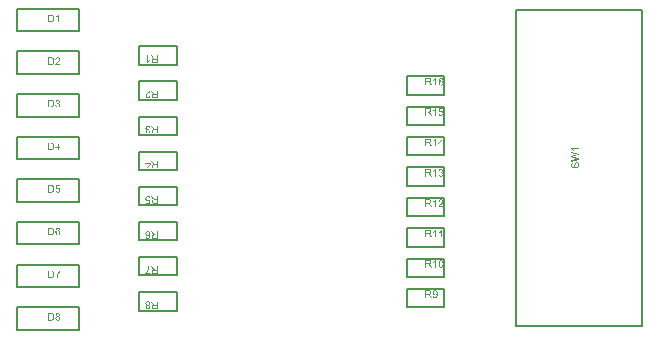
<source format=gbr>
%TF.GenerationSoftware,Altium Limited,Altium Designer,22.1.2 (22)*%
G04 Layer_Color=16711935*
%FSLAX26Y26*%
%MOIN*%
%TF.SameCoordinates,26ABD0B8-493F-4C78-88A6-316F46C79C97*%
%TF.FilePolarity,Positive*%
%TF.FileFunction,Other,Top_Assembly*%
%TF.Part,Single*%
G01*
G75*
%TA.AperFunction,NonConductor*%
%ADD27C,0.007874*%
G36*
X3027892Y2360634D02*
X3028123D01*
X3028430Y2360595D01*
X3029121Y2360480D01*
X3029889Y2360250D01*
X3030695Y2359943D01*
X3031502Y2359559D01*
X3031886Y2359290D01*
X3032270Y2358983D01*
X3032308D01*
X3032347Y2358906D01*
X3032577Y2358675D01*
X3032884Y2358291D01*
X3033268Y2357792D01*
X3033691Y2357140D01*
X3034036Y2356372D01*
X3034382Y2355450D01*
X3034574Y2354413D01*
X3031502Y2354183D01*
Y2354221D01*
Y2354260D01*
X3031425Y2354490D01*
X3031310Y2354797D01*
X3031195Y2355181D01*
X3030811Y2356064D01*
X3030580Y2356448D01*
X3030311Y2356794D01*
X3030273Y2356871D01*
X3030081Y2357024D01*
X3029812Y2357216D01*
X3029467Y2357485D01*
X3029006Y2357715D01*
X3028468Y2357946D01*
X3027854Y2358099D01*
X3027201Y2358138D01*
X3026932D01*
X3026664Y2358099D01*
X3026318Y2358023D01*
X3025896Y2357946D01*
X3025435Y2357792D01*
X3025012Y2357562D01*
X3024552Y2357293D01*
X3024475Y2357255D01*
X3024321Y2357101D01*
X3024052Y2356832D01*
X3023745Y2356487D01*
X3023361Y2356064D01*
X3022977Y2355527D01*
X3022593Y2354874D01*
X3022247Y2354144D01*
Y2354106D01*
X3022209Y2354068D01*
X3022171Y2353914D01*
X3022132Y2353760D01*
X3022055Y2353568D01*
X3021979Y2353300D01*
X3021902Y2352992D01*
X3021825Y2352647D01*
X3021748Y2352263D01*
X3021671Y2351840D01*
X3021595Y2351341D01*
X3021518Y2350842D01*
X3021479Y2350266D01*
X3021441Y2349651D01*
X3021403Y2348999D01*
Y2348346D01*
X3021441Y2348384D01*
X3021595Y2348576D01*
X3021825Y2348883D01*
X3022171Y2349267D01*
X3022555Y2349690D01*
X3023015Y2350112D01*
X3023553Y2350496D01*
X3024129Y2350842D01*
X3024206Y2350880D01*
X3024398Y2350957D01*
X3024744Y2351111D01*
X3025166Y2351264D01*
X3025665Y2351418D01*
X3026241Y2351572D01*
X3026856Y2351648D01*
X3027508Y2351687D01*
X3027816D01*
X3028046Y2351648D01*
X3028315Y2351610D01*
X3028622Y2351572D01*
X3029352Y2351418D01*
X3030158Y2351111D01*
X3030619Y2350957D01*
X3031041Y2350727D01*
X3031502Y2350458D01*
X3031963Y2350151D01*
X3032385Y2349805D01*
X3032807Y2349383D01*
X3032846Y2349344D01*
X3032884Y2349267D01*
X3032999Y2349152D01*
X3033153Y2348960D01*
X3033307Y2348730D01*
X3033499Y2348461D01*
X3033691Y2348154D01*
X3033921Y2347808D01*
X3034113Y2347386D01*
X3034305Y2346963D01*
X3034497Y2346464D01*
X3034651Y2345965D01*
X3034804Y2345389D01*
X3034919Y2344813D01*
X3034958Y2344160D01*
X3034996Y2343508D01*
Y2343469D01*
Y2343392D01*
Y2343277D01*
Y2343124D01*
X3034958Y2342893D01*
Y2342663D01*
X3034881Y2342048D01*
X3034727Y2341396D01*
X3034574Y2340628D01*
X3034305Y2339860D01*
X3033959Y2339091D01*
Y2339053D01*
X3033921Y2339015D01*
X3033844Y2338899D01*
X3033767Y2338746D01*
X3033537Y2338400D01*
X3033230Y2337939D01*
X3032807Y2337440D01*
X3032308Y2336941D01*
X3031771Y2336442D01*
X3031118Y2335981D01*
X3031041Y2335943D01*
X3030811Y2335827D01*
X3030427Y2335635D01*
X3029966Y2335443D01*
X3029352Y2335251D01*
X3028660Y2335059D01*
X3027892Y2334944D01*
X3027086Y2334906D01*
X3026932D01*
X3026702Y2334944D01*
X3026433D01*
X3026126Y2334983D01*
X3025742Y2335059D01*
X3025320Y2335136D01*
X3024859Y2335251D01*
X3024360Y2335405D01*
X3023822Y2335597D01*
X3023323Y2335827D01*
X3022785Y2336096D01*
X3022247Y2336442D01*
X3021710Y2336826D01*
X3021211Y2337248D01*
X3020750Y2337747D01*
X3020711Y2337786D01*
X3020635Y2337901D01*
X3020519Y2338055D01*
X3020366Y2338285D01*
X3020174Y2338592D01*
X3019982Y2338976D01*
X3019751Y2339437D01*
X3019559Y2339975D01*
X3019329Y2340589D01*
X3019099Y2341280D01*
X3018907Y2342048D01*
X3018715Y2342893D01*
X3018561Y2343815D01*
X3018446Y2344852D01*
X3018369Y2345927D01*
X3018331Y2347117D01*
Y2347155D01*
Y2347194D01*
Y2347309D01*
Y2347424D01*
Y2347808D01*
X3018369Y2348307D01*
X3018407Y2348922D01*
X3018484Y2349613D01*
X3018561Y2350381D01*
X3018676Y2351188D01*
X3018791Y2352071D01*
X3018983Y2352954D01*
X3019214Y2353837D01*
X3019483Y2354682D01*
X3019790Y2355565D01*
X3020135Y2356333D01*
X3020558Y2357101D01*
X3021019Y2357754D01*
X3021057Y2357792D01*
X3021134Y2357869D01*
X3021249Y2358023D01*
X3021441Y2358215D01*
X3021710Y2358445D01*
X3021979Y2358675D01*
X3022324Y2358944D01*
X3022708Y2359213D01*
X3023131Y2359482D01*
X3023630Y2359751D01*
X3024129Y2359981D01*
X3024705Y2360211D01*
X3025320Y2360403D01*
X3025972Y2360557D01*
X3026664Y2360634D01*
X3027393Y2360672D01*
X3027662D01*
X3027892Y2360634D01*
D02*
G37*
G36*
X3004660Y2360519D02*
X3005352Y2360480D01*
X3006119Y2360403D01*
X3006849Y2360288D01*
X3007463Y2360173D01*
X3007502D01*
X3007579Y2360135D01*
X3007655D01*
X3007809Y2360058D01*
X3008231Y2359943D01*
X3008731Y2359751D01*
X3009307Y2359520D01*
X3009921Y2359213D01*
X3010535Y2358829D01*
X3011150Y2358368D01*
X3011188D01*
X3011227Y2358291D01*
X3011495Y2358061D01*
X3011841Y2357677D01*
X3012264Y2357178D01*
X3012763Y2356564D01*
X3013262Y2355834D01*
X3013723Y2354989D01*
X3014145Y2354029D01*
Y2353991D01*
X3014184Y2353914D01*
X3014222Y2353760D01*
X3014299Y2353568D01*
X3014376Y2353338D01*
X3014452Y2353031D01*
X3014568Y2352685D01*
X3014644Y2352301D01*
X3014721Y2351879D01*
X3014836Y2351418D01*
X3014990Y2350419D01*
X3015105Y2349306D01*
X3015144Y2348077D01*
Y2348039D01*
Y2347962D01*
Y2347808D01*
Y2347578D01*
X3015105Y2347347D01*
Y2347040D01*
X3015067Y2346349D01*
X3014990Y2345581D01*
X3014836Y2344698D01*
X3014683Y2343815D01*
X3014452Y2342970D01*
Y2342932D01*
X3014414Y2342855D01*
X3014376Y2342740D01*
X3014337Y2342586D01*
X3014184Y2342202D01*
X3013992Y2341664D01*
X3013761Y2341088D01*
X3013454Y2340474D01*
X3013108Y2339860D01*
X3012724Y2339284D01*
X3012686Y2339207D01*
X3012532Y2339053D01*
X3012340Y2338784D01*
X3012033Y2338439D01*
X3011726Y2338093D01*
X3011303Y2337709D01*
X3010881Y2337325D01*
X3010420Y2336979D01*
X3010382Y2336941D01*
X3010190Y2336864D01*
X3009921Y2336711D01*
X3009575Y2336519D01*
X3009153Y2336327D01*
X3008654Y2336135D01*
X3008078Y2335943D01*
X3007425Y2335751D01*
X3007348D01*
X3007118Y2335674D01*
X3006772Y2335635D01*
X3006273Y2335559D01*
X3005697Y2335482D01*
X3005006Y2335405D01*
X3004238Y2335367D01*
X3003393Y2335328D01*
X2994331D01*
Y2360557D01*
X3004008D01*
X3004660Y2360519D01*
D02*
G37*
G36*
X3034996Y2215265D02*
X3034958Y2215227D01*
X3034881Y2215150D01*
X3034766Y2214997D01*
X3034574Y2214805D01*
X3034382Y2214536D01*
X3034113Y2214229D01*
X3033806Y2213845D01*
X3033499Y2213461D01*
X3033153Y2213000D01*
X3032769Y2212462D01*
X3032347Y2211925D01*
X3031963Y2211310D01*
X3031540Y2210657D01*
X3031079Y2209966D01*
X3030657Y2209198D01*
X3030196Y2208430D01*
X3030158Y2208392D01*
X3030081Y2208238D01*
X3029966Y2208008D01*
X3029812Y2207701D01*
X3029620Y2207317D01*
X3029390Y2206856D01*
X3029121Y2206318D01*
X3028852Y2205742D01*
X3028584Y2205128D01*
X3028276Y2204437D01*
X3027969Y2203707D01*
X3027662Y2202939D01*
X3027086Y2201365D01*
X3026548Y2199675D01*
Y2199637D01*
X3026510Y2199521D01*
X3026472Y2199368D01*
X3026395Y2199137D01*
X3026318Y2198830D01*
X3026241Y2198485D01*
X3026164Y2198062D01*
X3026049Y2197640D01*
X3025972Y2197141D01*
X3025857Y2196603D01*
X3025665Y2195451D01*
X3025512Y2194146D01*
X3025396Y2192763D01*
X3022209D01*
Y2192802D01*
Y2192917D01*
Y2193070D01*
X3022247Y2193301D01*
Y2193570D01*
X3022286Y2193915D01*
X3022324Y2194338D01*
X3022363Y2194760D01*
X3022439Y2195259D01*
X3022516Y2195835D01*
X3022593Y2196411D01*
X3022708Y2197026D01*
X3022823Y2197717D01*
X3022977Y2198408D01*
X3023361Y2199944D01*
Y2199982D01*
X3023399Y2200136D01*
X3023476Y2200366D01*
X3023553Y2200673D01*
X3023668Y2201057D01*
X3023822Y2201480D01*
X3023976Y2201979D01*
X3024168Y2202555D01*
X3024398Y2203131D01*
X3024628Y2203784D01*
X3025166Y2205166D01*
X3025819Y2206626D01*
X3026548Y2208085D01*
X3026587Y2208123D01*
X3026664Y2208277D01*
X3026779Y2208469D01*
X3026932Y2208738D01*
X3027124Y2209083D01*
X3027355Y2209467D01*
X3027624Y2209890D01*
X3027892Y2210389D01*
X3028584Y2211425D01*
X3029352Y2212539D01*
X3030158Y2213653D01*
X3031041Y2214728D01*
X3018676D01*
Y2217685D01*
X3034996D01*
Y2215265D01*
D02*
G37*
G36*
X3004660Y2217954D02*
X3005352Y2217915D01*
X3006119Y2217838D01*
X3006849Y2217723D01*
X3007463Y2217608D01*
X3007502D01*
X3007579Y2217570D01*
X3007655D01*
X3007809Y2217493D01*
X3008231Y2217378D01*
X3008731Y2217186D01*
X3009307Y2216955D01*
X3009921Y2216648D01*
X3010535Y2216264D01*
X3011150Y2215803D01*
X3011188D01*
X3011227Y2215726D01*
X3011495Y2215496D01*
X3011841Y2215112D01*
X3012264Y2214613D01*
X3012763Y2213998D01*
X3013262Y2213269D01*
X3013723Y2212424D01*
X3014145Y2211464D01*
Y2211425D01*
X3014184Y2211349D01*
X3014222Y2211195D01*
X3014299Y2211003D01*
X3014376Y2210773D01*
X3014452Y2210465D01*
X3014568Y2210120D01*
X3014644Y2209736D01*
X3014721Y2209314D01*
X3014836Y2208853D01*
X3014990Y2207854D01*
X3015105Y2206741D01*
X3015144Y2205512D01*
Y2205474D01*
Y2205397D01*
Y2205243D01*
Y2205013D01*
X3015105Y2204782D01*
Y2204475D01*
X3015067Y2203784D01*
X3014990Y2203016D01*
X3014836Y2202133D01*
X3014683Y2201249D01*
X3014452Y2200405D01*
Y2200366D01*
X3014414Y2200289D01*
X3014376Y2200174D01*
X3014337Y2200021D01*
X3014184Y2199637D01*
X3013992Y2199099D01*
X3013761Y2198523D01*
X3013454Y2197909D01*
X3013108Y2197294D01*
X3012724Y2196718D01*
X3012686Y2196642D01*
X3012532Y2196488D01*
X3012340Y2196219D01*
X3012033Y2195874D01*
X3011726Y2195528D01*
X3011303Y2195144D01*
X3010881Y2194760D01*
X3010420Y2194414D01*
X3010382Y2194376D01*
X3010190Y2194299D01*
X3009921Y2194146D01*
X3009575Y2193954D01*
X3009153Y2193762D01*
X3008654Y2193570D01*
X3008078Y2193378D01*
X3007425Y2193186D01*
X3007348D01*
X3007118Y2193109D01*
X3006772Y2193070D01*
X3006273Y2192994D01*
X3005697Y2192917D01*
X3005006Y2192840D01*
X3004238Y2192802D01*
X3003393Y2192763D01*
X2994331D01*
Y2217992D01*
X3004008D01*
X3004660Y2217954D01*
D02*
G37*
G36*
X3033998Y2499359D02*
X3023937D01*
X3022555Y2492562D01*
X3022593Y2492601D01*
X3022670Y2492639D01*
X3022785Y2492716D01*
X3022939Y2492831D01*
X3023169Y2492946D01*
X3023399Y2493061D01*
X3024014Y2493369D01*
X3024705Y2493676D01*
X3025512Y2493906D01*
X3026395Y2494098D01*
X3027316Y2494175D01*
X3027624D01*
X3027854Y2494137D01*
X3028161Y2494098D01*
X3028468Y2494060D01*
X3028852Y2493983D01*
X3029236Y2493906D01*
X3030119Y2493599D01*
X3030580Y2493445D01*
X3031041Y2493215D01*
X3031540Y2492946D01*
X3032001Y2492639D01*
X3032462Y2492294D01*
X3032884Y2491871D01*
X3032923Y2491833D01*
X3032999Y2491756D01*
X3033115Y2491641D01*
X3033230Y2491449D01*
X3033422Y2491218D01*
X3033614Y2490950D01*
X3033806Y2490642D01*
X3034036Y2490297D01*
X3034267Y2489874D01*
X3034459Y2489452D01*
X3034651Y2488953D01*
X3034843Y2488454D01*
X3034958Y2487878D01*
X3035073Y2487302D01*
X3035150Y2486649D01*
X3035188Y2485996D01*
Y2485957D01*
Y2485842D01*
Y2485650D01*
X3035150Y2485420D01*
X3035111Y2485113D01*
X3035073Y2484767D01*
X3035035Y2484383D01*
X3034958Y2483961D01*
X3034689Y2483039D01*
X3034343Y2482079D01*
X3034113Y2481541D01*
X3033844Y2481042D01*
X3033537Y2480543D01*
X3033191Y2480082D01*
X3033153Y2480044D01*
X3033076Y2479967D01*
X3032923Y2479814D01*
X3032731Y2479622D01*
X3032500Y2479391D01*
X3032193Y2479122D01*
X3031847Y2478854D01*
X3031425Y2478585D01*
X3031003Y2478278D01*
X3030503Y2478009D01*
X3029927Y2477740D01*
X3029352Y2477510D01*
X3028699Y2477318D01*
X3028046Y2477164D01*
X3027316Y2477087D01*
X3026548Y2477049D01*
X3026203D01*
X3025972Y2477087D01*
X3025704Y2477126D01*
X3025358Y2477164D01*
X3024974Y2477202D01*
X3024552Y2477279D01*
X3023668Y2477510D01*
X3022747Y2477855D01*
X3022286Y2478086D01*
X3021825Y2478354D01*
X3021364Y2478623D01*
X3020942Y2478969D01*
X3020903Y2479007D01*
X3020865Y2479046D01*
X3020750Y2479161D01*
X3020596Y2479314D01*
X3020443Y2479506D01*
X3020251Y2479737D01*
X3020059Y2480006D01*
X3019828Y2480313D01*
X3019406Y2481042D01*
X3018983Y2481925D01*
X3018676Y2482924D01*
X3018561Y2483500D01*
X3018484Y2484076D01*
X3021748Y2484306D01*
Y2484268D01*
Y2484191D01*
X3021787Y2484076D01*
X3021825Y2483922D01*
X3021940Y2483500D01*
X3022094Y2482962D01*
X3022286Y2482386D01*
X3022593Y2481810D01*
X3022939Y2481234D01*
X3023399Y2480735D01*
X3023476Y2480697D01*
X3023630Y2480543D01*
X3023899Y2480390D01*
X3024283Y2480159D01*
X3024744Y2479967D01*
X3025281Y2479775D01*
X3025896Y2479622D01*
X3026548Y2479583D01*
X3026779D01*
X3026932Y2479622D01*
X3027355Y2479660D01*
X3027892Y2479775D01*
X3028468Y2480006D01*
X3029121Y2480274D01*
X3029735Y2480697D01*
X3030043Y2480927D01*
X3030350Y2481234D01*
Y2481273D01*
X3030427Y2481311D01*
X3030580Y2481541D01*
X3030849Y2481925D01*
X3031118Y2482425D01*
X3031387Y2483077D01*
X3031655Y2483845D01*
X3031809Y2484729D01*
X3031886Y2485727D01*
Y2485765D01*
Y2485842D01*
Y2485996D01*
X3031847Y2486149D01*
Y2486380D01*
X3031809Y2486649D01*
X3031694Y2487263D01*
X3031540Y2487916D01*
X3031271Y2488607D01*
X3030887Y2489298D01*
X3030388Y2489913D01*
X3030311Y2489990D01*
X3030119Y2490143D01*
X3029812Y2490412D01*
X3029352Y2490681D01*
X3028814Y2490950D01*
X3028123Y2491218D01*
X3027355Y2491372D01*
X3026510Y2491449D01*
X3026241D01*
X3025972Y2491410D01*
X3025588Y2491372D01*
X3025166Y2491257D01*
X3024705Y2491142D01*
X3024244Y2490950D01*
X3023784Y2490719D01*
X3023745Y2490681D01*
X3023591Y2490604D01*
X3023361Y2490450D01*
X3023092Y2490258D01*
X3022823Y2489990D01*
X3022516Y2489682D01*
X3022209Y2489337D01*
X3021940Y2488953D01*
X3019022Y2489375D01*
X3021479Y2502316D01*
X3033998D01*
Y2499359D01*
D02*
G37*
G36*
X3004660Y2502662D02*
X3005352Y2502623D01*
X3006119Y2502546D01*
X3006849Y2502431D01*
X3007463Y2502316D01*
X3007502D01*
X3007579Y2502278D01*
X3007655D01*
X3007809Y2502201D01*
X3008231Y2502086D01*
X3008731Y2501894D01*
X3009307Y2501663D01*
X3009921Y2501356D01*
X3010535Y2500972D01*
X3011150Y2500511D01*
X3011188D01*
X3011227Y2500434D01*
X3011495Y2500204D01*
X3011841Y2499820D01*
X3012264Y2499321D01*
X3012763Y2498706D01*
X3013262Y2497977D01*
X3013723Y2497132D01*
X3014145Y2496172D01*
Y2496133D01*
X3014184Y2496057D01*
X3014222Y2495903D01*
X3014299Y2495711D01*
X3014376Y2495481D01*
X3014452Y2495173D01*
X3014568Y2494828D01*
X3014644Y2494444D01*
X3014721Y2494021D01*
X3014836Y2493561D01*
X3014990Y2492562D01*
X3015105Y2491449D01*
X3015144Y2490220D01*
Y2490182D01*
Y2490105D01*
Y2489951D01*
Y2489721D01*
X3015105Y2489490D01*
Y2489183D01*
X3015067Y2488492D01*
X3014990Y2487724D01*
X3014836Y2486841D01*
X3014683Y2485957D01*
X3014452Y2485113D01*
Y2485074D01*
X3014414Y2484997D01*
X3014376Y2484882D01*
X3014337Y2484729D01*
X3014184Y2484345D01*
X3013992Y2483807D01*
X3013761Y2483231D01*
X3013454Y2482617D01*
X3013108Y2482002D01*
X3012724Y2481426D01*
X3012686Y2481349D01*
X3012532Y2481196D01*
X3012340Y2480927D01*
X3012033Y2480581D01*
X3011726Y2480236D01*
X3011303Y2479852D01*
X3010881Y2479468D01*
X3010420Y2479122D01*
X3010382Y2479084D01*
X3010190Y2479007D01*
X3009921Y2478854D01*
X3009575Y2478662D01*
X3009153Y2478470D01*
X3008654Y2478278D01*
X3008078Y2478086D01*
X3007425Y2477894D01*
X3007348D01*
X3007118Y2477817D01*
X3006772Y2477778D01*
X3006273Y2477702D01*
X3005697Y2477625D01*
X3005006Y2477548D01*
X3004238Y2477510D01*
X3003393Y2477471D01*
X2994331D01*
Y2502700D01*
X3004008D01*
X3004660Y2502662D01*
D02*
G37*
G36*
X3031502Y2628062D02*
X3034919D01*
Y2625220D01*
X3031502D01*
Y2619191D01*
X3028392D01*
Y2625220D01*
X3017448D01*
Y2628062D01*
X3028968Y2644382D01*
X3031502D01*
Y2628062D01*
D02*
G37*
G36*
X3004660Y2644382D02*
X3005352Y2644343D01*
X3006119Y2644267D01*
X3006849Y2644151D01*
X3007463Y2644036D01*
X3007502D01*
X3007579Y2643998D01*
X3007655D01*
X3007809Y2643921D01*
X3008231Y2643806D01*
X3008731Y2643614D01*
X3009307Y2643383D01*
X3009921Y2643076D01*
X3010535Y2642692D01*
X3011150Y2642231D01*
X3011188D01*
X3011227Y2642155D01*
X3011495Y2641924D01*
X3011841Y2641540D01*
X3012264Y2641041D01*
X3012763Y2640427D01*
X3013262Y2639697D01*
X3013723Y2638852D01*
X3014145Y2637892D01*
Y2637854D01*
X3014184Y2637777D01*
X3014222Y2637624D01*
X3014299Y2637432D01*
X3014376Y2637201D01*
X3014452Y2636894D01*
X3014568Y2636548D01*
X3014644Y2636164D01*
X3014721Y2635742D01*
X3014836Y2635281D01*
X3014990Y2634283D01*
X3015105Y2633169D01*
X3015144Y2631940D01*
Y2631902D01*
Y2631825D01*
Y2631671D01*
Y2631441D01*
X3015105Y2631211D01*
Y2630903D01*
X3015067Y2630212D01*
X3014990Y2629444D01*
X3014836Y2628561D01*
X3014683Y2627678D01*
X3014452Y2626833D01*
Y2626795D01*
X3014414Y2626718D01*
X3014376Y2626603D01*
X3014337Y2626449D01*
X3014184Y2626065D01*
X3013992Y2625528D01*
X3013761Y2624952D01*
X3013454Y2624337D01*
X3013108Y2623723D01*
X3012724Y2623147D01*
X3012686Y2623070D01*
X3012532Y2622916D01*
X3012340Y2622648D01*
X3012033Y2622302D01*
X3011726Y2621956D01*
X3011303Y2621572D01*
X3010881Y2621188D01*
X3010420Y2620843D01*
X3010382Y2620804D01*
X3010190Y2620727D01*
X3009921Y2620574D01*
X3009575Y2620382D01*
X3009153Y2620190D01*
X3008654Y2619998D01*
X3008078Y2619806D01*
X3007425Y2619614D01*
X3007348D01*
X3007118Y2619537D01*
X3006772Y2619499D01*
X3006273Y2619422D01*
X3005697Y2619345D01*
X3005006Y2619268D01*
X3004238Y2619230D01*
X3003393Y2619191D01*
X2994331D01*
Y2644420D01*
X3004008D01*
X3004660Y2644382D01*
D02*
G37*
G36*
X3027124Y2787062D02*
X3027624Y2786985D01*
X3028200Y2786870D01*
X3028852Y2786717D01*
X3029505Y2786486D01*
X3030158Y2786179D01*
X3030196D01*
X3030235Y2786141D01*
X3030465Y2786026D01*
X3030772Y2785834D01*
X3031156Y2785565D01*
X3031579Y2785219D01*
X3032039Y2784797D01*
X3032462Y2784298D01*
X3032846Y2783760D01*
X3032884Y2783683D01*
X3032999Y2783491D01*
X3033153Y2783184D01*
X3033307Y2782800D01*
X3033460Y2782301D01*
X3033614Y2781763D01*
X3033729Y2781187D01*
X3033767Y2780534D01*
Y2780457D01*
Y2780265D01*
X3033729Y2779958D01*
X3033652Y2779574D01*
X3033537Y2779113D01*
X3033383Y2778614D01*
X3033191Y2778077D01*
X3032884Y2777577D01*
X3032846Y2777501D01*
X3032731Y2777347D01*
X3032500Y2777117D01*
X3032231Y2776809D01*
X3031847Y2776464D01*
X3031425Y2776118D01*
X3030887Y2775734D01*
X3030273Y2775427D01*
X3030311D01*
X3030388Y2775389D01*
X3030503D01*
X3030657Y2775312D01*
X3031041Y2775197D01*
X3031540Y2774966D01*
X3032078Y2774698D01*
X3032654Y2774314D01*
X3033230Y2773853D01*
X3033729Y2773277D01*
X3033767Y2773200D01*
X3033921Y2772970D01*
X3034113Y2772624D01*
X3034382Y2772163D01*
X3034612Y2771587D01*
X3034804Y2770896D01*
X3034958Y2770090D01*
X3034996Y2769206D01*
Y2769168D01*
Y2769053D01*
Y2768899D01*
X3034958Y2768669D01*
X3034919Y2768361D01*
X3034881Y2768054D01*
X3034804Y2767670D01*
X3034689Y2767286D01*
X3034420Y2766403D01*
X3034228Y2765904D01*
X3033959Y2765443D01*
X3033691Y2764982D01*
X3033383Y2764521D01*
X3032999Y2764061D01*
X3032577Y2763600D01*
X3032539Y2763561D01*
X3032462Y2763485D01*
X3032347Y2763408D01*
X3032155Y2763254D01*
X3031924Y2763062D01*
X3031617Y2762870D01*
X3031271Y2762678D01*
X3030926Y2762486D01*
X3030503Y2762256D01*
X3030043Y2762064D01*
X3029544Y2761872D01*
X3029006Y2761680D01*
X3028430Y2761526D01*
X3027816Y2761450D01*
X3027163Y2761373D01*
X3026510Y2761334D01*
X3026203D01*
X3025972Y2761373D01*
X3025665Y2761411D01*
X3025358Y2761450D01*
X3024974Y2761488D01*
X3024590Y2761565D01*
X3023707Y2761795D01*
X3022785Y2762179D01*
X3022324Y2762371D01*
X3021902Y2762640D01*
X3021441Y2762947D01*
X3021019Y2763293D01*
X3020980Y2763331D01*
X3020942Y2763369D01*
X3020827Y2763485D01*
X3020673Y2763638D01*
X3020519Y2763869D01*
X3020327Y2764099D01*
X3020097Y2764368D01*
X3019905Y2764675D01*
X3019444Y2765443D01*
X3019060Y2766326D01*
X3018715Y2767325D01*
X3018599Y2767862D01*
X3018523Y2768438D01*
X3021633Y2768861D01*
Y2768822D01*
X3021671Y2768745D01*
Y2768592D01*
X3021748Y2768438D01*
X3021863Y2767977D01*
X3022055Y2767401D01*
X3022286Y2766787D01*
X3022593Y2766134D01*
X3022977Y2765558D01*
X3023399Y2765059D01*
X3023476Y2765021D01*
X3023630Y2764867D01*
X3023899Y2764713D01*
X3024283Y2764483D01*
X3024705Y2764291D01*
X3025243Y2764099D01*
X3025857Y2763945D01*
X3026510Y2763907D01*
X3026740D01*
X3026894Y2763945D01*
X3027278Y2763984D01*
X3027777Y2764099D01*
X3028392Y2764291D01*
X3029006Y2764521D01*
X3029620Y2764905D01*
X3030196Y2765405D01*
X3030273Y2765481D01*
X3030427Y2765673D01*
X3030657Y2765981D01*
X3030964Y2766441D01*
X3031233Y2766979D01*
X3031463Y2767632D01*
X3031617Y2768361D01*
X3031694Y2769168D01*
Y2769206D01*
Y2769245D01*
Y2769360D01*
X3031655Y2769514D01*
X3031617Y2769898D01*
X3031502Y2770397D01*
X3031348Y2770934D01*
X3031079Y2771549D01*
X3030734Y2772125D01*
X3030273Y2772662D01*
X3030196Y2772739D01*
X3030043Y2772893D01*
X3029735Y2773085D01*
X3029313Y2773354D01*
X3028814Y2773622D01*
X3028200Y2773814D01*
X3027547Y2773968D01*
X3026779Y2774045D01*
X3026433D01*
X3026164Y2774006D01*
X3025857Y2773968D01*
X3025473Y2773930D01*
X3025051Y2773853D01*
X3024590Y2773738D01*
X3024936Y2776464D01*
X3025128D01*
X3025281Y2776425D01*
X3025780D01*
X3026126Y2776464D01*
X3026625Y2776541D01*
X3027163Y2776656D01*
X3027739Y2776848D01*
X3028353Y2777078D01*
X3028968Y2777424D01*
X3029044Y2777462D01*
X3029236Y2777616D01*
X3029467Y2777885D01*
X3029774Y2778230D01*
X3030081Y2778653D01*
X3030311Y2779190D01*
X3030503Y2779843D01*
X3030580Y2780611D01*
Y2780649D01*
Y2780688D01*
Y2780880D01*
X3030503Y2781187D01*
X3030427Y2781610D01*
X3030311Y2782032D01*
X3030081Y2782493D01*
X3029812Y2782992D01*
X3029428Y2783414D01*
X3029390Y2783453D01*
X3029236Y2783606D01*
X3028968Y2783798D01*
X3028622Y2783990D01*
X3028200Y2784221D01*
X3027700Y2784374D01*
X3027124Y2784528D01*
X3026472Y2784566D01*
X3026164D01*
X3025819Y2784490D01*
X3025435Y2784413D01*
X3024936Y2784298D01*
X3024436Y2784067D01*
X3023937Y2783798D01*
X3023438Y2783414D01*
X3023399Y2783376D01*
X3023246Y2783222D01*
X3023054Y2782954D01*
X3022823Y2782570D01*
X3022555Y2782109D01*
X3022324Y2781533D01*
X3022094Y2780841D01*
X3021940Y2780035D01*
X3018830Y2780573D01*
Y2780611D01*
X3018868Y2780726D01*
X3018907Y2780880D01*
X3018945Y2781072D01*
X3019022Y2781341D01*
X3019099Y2781648D01*
X3019367Y2782339D01*
X3019675Y2783107D01*
X3020135Y2783914D01*
X3020673Y2784682D01*
X3021364Y2785373D01*
X3021403Y2785411D01*
X3021441Y2785450D01*
X3021556Y2785526D01*
X3021748Y2785642D01*
X3021940Y2785757D01*
X3022171Y2785910D01*
X3022747Y2786256D01*
X3023476Y2786563D01*
X3024360Y2786832D01*
X3025320Y2787024D01*
X3025857Y2787101D01*
X3026740D01*
X3027124Y2787062D01*
D02*
G37*
G36*
X3004660Y2786947D02*
X3005352Y2786909D01*
X3006119Y2786832D01*
X3006849Y2786717D01*
X3007463Y2786602D01*
X3007502D01*
X3007579Y2786563D01*
X3007655D01*
X3007809Y2786486D01*
X3008231Y2786371D01*
X3008731Y2786179D01*
X3009307Y2785949D01*
X3009921Y2785642D01*
X3010535Y2785258D01*
X3011150Y2784797D01*
X3011188D01*
X3011227Y2784720D01*
X3011495Y2784490D01*
X3011841Y2784106D01*
X3012264Y2783606D01*
X3012763Y2782992D01*
X3013262Y2782262D01*
X3013723Y2781418D01*
X3014145Y2780457D01*
Y2780419D01*
X3014184Y2780342D01*
X3014222Y2780189D01*
X3014299Y2779997D01*
X3014376Y2779766D01*
X3014452Y2779459D01*
X3014568Y2779113D01*
X3014644Y2778729D01*
X3014721Y2778307D01*
X3014836Y2777846D01*
X3014990Y2776848D01*
X3015105Y2775734D01*
X3015144Y2774506D01*
Y2774467D01*
Y2774390D01*
Y2774237D01*
Y2774006D01*
X3015105Y2773776D01*
Y2773469D01*
X3015067Y2772778D01*
X3014990Y2772010D01*
X3014836Y2771126D01*
X3014683Y2770243D01*
X3014452Y2769398D01*
Y2769360D01*
X3014414Y2769283D01*
X3014376Y2769168D01*
X3014337Y2769014D01*
X3014184Y2768630D01*
X3013992Y2768093D01*
X3013761Y2767517D01*
X3013454Y2766902D01*
X3013108Y2766288D01*
X3012724Y2765712D01*
X3012686Y2765635D01*
X3012532Y2765481D01*
X3012340Y2765213D01*
X3012033Y2764867D01*
X3011726Y2764521D01*
X3011303Y2764137D01*
X3010881Y2763753D01*
X3010420Y2763408D01*
X3010382Y2763369D01*
X3010190Y2763293D01*
X3009921Y2763139D01*
X3009575Y2762947D01*
X3009153Y2762755D01*
X3008654Y2762563D01*
X3008078Y2762371D01*
X3007425Y2762179D01*
X3007348D01*
X3007118Y2762102D01*
X3006772Y2762064D01*
X3006273Y2761987D01*
X3005697Y2761910D01*
X3005006Y2761834D01*
X3004238Y2761795D01*
X3003393Y2761757D01*
X2994331D01*
Y2786985D01*
X3004008D01*
X3004660Y2786947D01*
D02*
G37*
G36*
X3030158Y3045620D02*
X3027048D01*
Y3065358D01*
X3027009Y3065319D01*
X3026856Y3065166D01*
X3026587Y3064974D01*
X3026241Y3064705D01*
X3025819Y3064359D01*
X3025320Y3064014D01*
X3024744Y3063591D01*
X3024091Y3063207D01*
X3024052D01*
X3024014Y3063169D01*
X3023784Y3063015D01*
X3023438Y3062823D01*
X3023015Y3062593D01*
X3022516Y3062324D01*
X3021979Y3062093D01*
X3021403Y3061825D01*
X3020865Y3061594D01*
Y3064628D01*
X3020903D01*
X3020980Y3064666D01*
X3021134Y3064743D01*
X3021287Y3064858D01*
X3021518Y3064974D01*
X3021787Y3065089D01*
X3022401Y3065434D01*
X3023092Y3065857D01*
X3023860Y3066356D01*
X3024628Y3066932D01*
X3025358Y3067546D01*
X3025396Y3067585D01*
X3025435Y3067623D01*
X3025665Y3067854D01*
X3026011Y3068199D01*
X3026433Y3068622D01*
X3026894Y3069159D01*
X3027355Y3069735D01*
X3027777Y3070349D01*
X3028123Y3070964D01*
X3030158D01*
Y3045620D01*
D02*
G37*
G36*
X3004660Y3070810D02*
X3005352Y3070772D01*
X3006119Y3070695D01*
X3006849Y3070580D01*
X3007463Y3070465D01*
X3007502D01*
X3007579Y3070426D01*
X3007655D01*
X3007809Y3070349D01*
X3008231Y3070234D01*
X3008731Y3070042D01*
X3009307Y3069812D01*
X3009921Y3069505D01*
X3010535Y3069121D01*
X3011150Y3068660D01*
X3011188D01*
X3011227Y3068583D01*
X3011495Y3068353D01*
X3011841Y3067969D01*
X3012264Y3067470D01*
X3012763Y3066855D01*
X3013262Y3066126D01*
X3013723Y3065281D01*
X3014145Y3064321D01*
Y3064282D01*
X3014184Y3064206D01*
X3014222Y3064052D01*
X3014299Y3063860D01*
X3014376Y3063630D01*
X3014452Y3063322D01*
X3014568Y3062977D01*
X3014644Y3062593D01*
X3014721Y3062170D01*
X3014836Y3061709D01*
X3014990Y3060711D01*
X3015105Y3059597D01*
X3015144Y3058369D01*
Y3058330D01*
Y3058253D01*
Y3058100D01*
Y3057869D01*
X3015105Y3057639D01*
Y3057332D01*
X3015067Y3056641D01*
X3014990Y3055873D01*
X3014836Y3054990D01*
X3014683Y3054106D01*
X3014452Y3053262D01*
Y3053223D01*
X3014414Y3053146D01*
X3014376Y3053031D01*
X3014337Y3052878D01*
X3014184Y3052494D01*
X3013992Y3051956D01*
X3013761Y3051380D01*
X3013454Y3050765D01*
X3013108Y3050151D01*
X3012724Y3049575D01*
X3012686Y3049498D01*
X3012532Y3049345D01*
X3012340Y3049076D01*
X3012033Y3048730D01*
X3011726Y3048385D01*
X3011303Y3048001D01*
X3010881Y3047617D01*
X3010420Y3047271D01*
X3010382Y3047233D01*
X3010190Y3047156D01*
X3009921Y3047002D01*
X3009575Y3046810D01*
X3009153Y3046618D01*
X3008654Y3046426D01*
X3008078Y3046234D01*
X3007425Y3046042D01*
X3007348D01*
X3007118Y3045965D01*
X3006772Y3045927D01*
X3006273Y3045850D01*
X3005697Y3045773D01*
X3005006Y3045697D01*
X3004238Y3045658D01*
X3003393Y3045620D01*
X2994331D01*
Y3070849D01*
X3004008D01*
X3004660Y3070810D01*
D02*
G37*
G36*
X3027432Y2928783D02*
X3027739Y2928744D01*
X3028084Y2928706D01*
X3028468Y2928668D01*
X3028891Y2928552D01*
X3029812Y2928322D01*
X3030772Y2927976D01*
X3031271Y2927746D01*
X3031732Y2927477D01*
X3032155Y2927131D01*
X3032577Y2926786D01*
X3032615Y2926747D01*
X3032654Y2926709D01*
X3032769Y2926594D01*
X3032923Y2926440D01*
X3033076Y2926210D01*
X3033268Y2925979D01*
X3033652Y2925403D01*
X3034036Y2924674D01*
X3034382Y2923829D01*
X3034651Y2922869D01*
X3034689Y2922331D01*
X3034727Y2921794D01*
Y2921717D01*
Y2921525D01*
X3034689Y2921218D01*
X3034651Y2920834D01*
X3034574Y2920373D01*
X3034459Y2919874D01*
X3034305Y2919336D01*
X3034075Y2918799D01*
X3034036Y2918722D01*
X3033959Y2918530D01*
X3033806Y2918261D01*
X3033575Y2917877D01*
X3033307Y2917416D01*
X3032961Y2916879D01*
X3032500Y2916341D01*
X3032001Y2915727D01*
X3031924Y2915650D01*
X3031732Y2915419D01*
X3031387Y2915074D01*
X3031156Y2914843D01*
X3030887Y2914575D01*
X3030580Y2914267D01*
X3030196Y2913922D01*
X3029812Y2913576D01*
X3029390Y2913154D01*
X3028929Y2912731D01*
X3028392Y2912271D01*
X3027854Y2911810D01*
X3027240Y2911272D01*
X3027201Y2911234D01*
X3027124Y2911157D01*
X3026971Y2911042D01*
X3026779Y2910888D01*
X3026318Y2910504D01*
X3025742Y2910005D01*
X3025166Y2909468D01*
X3024552Y2908930D01*
X3024052Y2908469D01*
X3023860Y2908277D01*
X3023668Y2908085D01*
X3023630Y2908047D01*
X3023553Y2907932D01*
X3023399Y2907778D01*
X3023207Y2907548D01*
X3022785Y2907048D01*
X3022363Y2906434D01*
X3034766D01*
Y2903477D01*
X3018062D01*
Y2903515D01*
Y2903669D01*
Y2903899D01*
X3018100Y2904168D01*
X3018139Y2904476D01*
X3018177Y2904821D01*
X3018292Y2905205D01*
X3018407Y2905589D01*
Y2905628D01*
X3018446Y2905666D01*
X3018523Y2905896D01*
X3018676Y2906204D01*
X3018907Y2906664D01*
X3019175Y2907164D01*
X3019559Y2907740D01*
X3019943Y2908316D01*
X3020443Y2908930D01*
Y2908968D01*
X3020519Y2909007D01*
X3020711Y2909237D01*
X3021019Y2909583D01*
X3021479Y2910044D01*
X3022055Y2910581D01*
X3022747Y2911234D01*
X3023591Y2911963D01*
X3024513Y2912770D01*
X3024552Y2912808D01*
X3024705Y2912923D01*
X3024897Y2913077D01*
X3025166Y2913346D01*
X3025512Y2913615D01*
X3025896Y2913960D01*
X3026740Y2914690D01*
X3027662Y2915573D01*
X3028584Y2916456D01*
X3029044Y2916879D01*
X3029428Y2917301D01*
X3029774Y2917724D01*
X3030081Y2918108D01*
Y2918146D01*
X3030158Y2918184D01*
X3030235Y2918300D01*
X3030311Y2918453D01*
X3030542Y2918837D01*
X3030811Y2919336D01*
X3031079Y2919912D01*
X3031310Y2920527D01*
X3031463Y2921218D01*
X3031540Y2921871D01*
Y2921909D01*
Y2921948D01*
X3031502Y2922178D01*
X3031463Y2922523D01*
X3031387Y2922946D01*
X3031195Y2923445D01*
X3030964Y2923944D01*
X3030657Y2924482D01*
X3030196Y2924981D01*
X3030119Y2925019D01*
X3029966Y2925173D01*
X3029659Y2925365D01*
X3029275Y2925634D01*
X3028776Y2925864D01*
X3028200Y2926056D01*
X3027508Y2926210D01*
X3026740Y2926248D01*
X3026510D01*
X3026356Y2926210D01*
X3025972Y2926171D01*
X3025473Y2926095D01*
X3024897Y2925903D01*
X3024283Y2925672D01*
X3023707Y2925327D01*
X3023169Y2924866D01*
X3023131Y2924789D01*
X3022977Y2924635D01*
X3022747Y2924328D01*
X3022516Y2923906D01*
X3022247Y2923368D01*
X3022055Y2922754D01*
X3021902Y2922024D01*
X3021825Y2921180D01*
X3018638Y2921525D01*
Y2921564D01*
Y2921679D01*
X3018676Y2921871D01*
X3018715Y2922101D01*
X3018791Y2922408D01*
X3018830Y2922754D01*
X3019060Y2923522D01*
X3019367Y2924405D01*
X3019790Y2925288D01*
X3020366Y2926171D01*
X3020673Y2926555D01*
X3021057Y2926939D01*
X3021095Y2926978D01*
X3021172Y2927016D01*
X3021287Y2927131D01*
X3021441Y2927247D01*
X3021671Y2927362D01*
X3021940Y2927554D01*
X3022247Y2927707D01*
X3022593Y2927899D01*
X3022977Y2928053D01*
X3023399Y2928245D01*
X3023899Y2928399D01*
X3024398Y2928514D01*
X3025550Y2928744D01*
X3026164Y2928783D01*
X3026817Y2928821D01*
X3027163D01*
X3027432Y2928783D01*
D02*
G37*
G36*
X3004660Y2928668D02*
X3005352Y2928629D01*
X3006119Y2928552D01*
X3006849Y2928437D01*
X3007463Y2928322D01*
X3007502D01*
X3007579Y2928284D01*
X3007655D01*
X3007809Y2928207D01*
X3008231Y2928091D01*
X3008731Y2927899D01*
X3009307Y2927669D01*
X3009921Y2927362D01*
X3010535Y2926978D01*
X3011150Y2926517D01*
X3011188D01*
X3011227Y2926440D01*
X3011495Y2926210D01*
X3011841Y2925826D01*
X3012264Y2925327D01*
X3012763Y2924712D01*
X3013262Y2923983D01*
X3013723Y2923138D01*
X3014145Y2922178D01*
Y2922140D01*
X3014184Y2922063D01*
X3014222Y2921909D01*
X3014299Y2921717D01*
X3014376Y2921487D01*
X3014452Y2921180D01*
X3014568Y2920834D01*
X3014644Y2920450D01*
X3014721Y2920028D01*
X3014836Y2919567D01*
X3014990Y2918568D01*
X3015105Y2917455D01*
X3015144Y2916226D01*
Y2916188D01*
Y2916111D01*
Y2915957D01*
Y2915727D01*
X3015105Y2915496D01*
Y2915189D01*
X3015067Y2914498D01*
X3014990Y2913730D01*
X3014836Y2912847D01*
X3014683Y2911963D01*
X3014452Y2911119D01*
Y2911080D01*
X3014414Y2911003D01*
X3014376Y2910888D01*
X3014337Y2910735D01*
X3014184Y2910351D01*
X3013992Y2909813D01*
X3013761Y2909237D01*
X3013454Y2908623D01*
X3013108Y2908008D01*
X3012724Y2907432D01*
X3012686Y2907356D01*
X3012532Y2907202D01*
X3012340Y2906933D01*
X3012033Y2906588D01*
X3011726Y2906242D01*
X3011303Y2905858D01*
X3010881Y2905474D01*
X3010420Y2905128D01*
X3010382Y2905090D01*
X3010190Y2905013D01*
X3009921Y2904860D01*
X3009575Y2904668D01*
X3009153Y2904476D01*
X3008654Y2904284D01*
X3008078Y2904091D01*
X3007425Y2903899D01*
X3007348D01*
X3007118Y2903823D01*
X3006772Y2903784D01*
X3006273Y2903707D01*
X3005697Y2903631D01*
X3005006Y2903554D01*
X3004238Y2903515D01*
X3003393Y2903477D01*
X2994331D01*
Y2928706D01*
X3004008D01*
X3004660Y2928668D01*
D02*
G37*
G36*
Y2076233D02*
X3005352Y2076195D01*
X3006119Y2076118D01*
X3006849Y2076003D01*
X3007463Y2075887D01*
X3007502D01*
X3007579Y2075849D01*
X3007655D01*
X3007809Y2075772D01*
X3008231Y2075657D01*
X3008731Y2075465D01*
X3009307Y2075235D01*
X3009921Y2074927D01*
X3010535Y2074544D01*
X3011150Y2074083D01*
X3011188D01*
X3011227Y2074006D01*
X3011495Y2073776D01*
X3011841Y2073392D01*
X3012264Y2072892D01*
X3012763Y2072278D01*
X3013262Y2071548D01*
X3013723Y2070704D01*
X3014145Y2069744D01*
Y2069705D01*
X3014184Y2069628D01*
X3014222Y2069475D01*
X3014299Y2069283D01*
X3014376Y2069052D01*
X3014452Y2068745D01*
X3014568Y2068399D01*
X3014644Y2068015D01*
X3014721Y2067593D01*
X3014836Y2067132D01*
X3014990Y2066134D01*
X3015105Y2065020D01*
X3015144Y2063791D01*
Y2063753D01*
Y2063676D01*
Y2063523D01*
Y2063292D01*
X3015105Y2063062D01*
Y2062755D01*
X3015067Y2062064D01*
X3014990Y2061296D01*
X3014836Y2060412D01*
X3014683Y2059529D01*
X3014452Y2058684D01*
Y2058646D01*
X3014414Y2058569D01*
X3014376Y2058454D01*
X3014337Y2058300D01*
X3014184Y2057916D01*
X3013992Y2057379D01*
X3013761Y2056803D01*
X3013454Y2056188D01*
X3013108Y2055574D01*
X3012724Y2054998D01*
X3012686Y2054921D01*
X3012532Y2054767D01*
X3012340Y2054499D01*
X3012033Y2054153D01*
X3011726Y2053807D01*
X3011303Y2053423D01*
X3010881Y2053039D01*
X3010420Y2052694D01*
X3010382Y2052655D01*
X3010190Y2052579D01*
X3009921Y2052425D01*
X3009575Y2052233D01*
X3009153Y2052041D01*
X3008654Y2051849D01*
X3008078Y2051657D01*
X3007425Y2051465D01*
X3007348D01*
X3007118Y2051388D01*
X3006772Y2051350D01*
X3006273Y2051273D01*
X3005697Y2051196D01*
X3005006Y2051119D01*
X3004238Y2051081D01*
X3003393Y2051043D01*
X2994331D01*
Y2076271D01*
X3004008D01*
X3004660Y2076233D01*
D02*
G37*
G36*
X3027201Y2076348D02*
X3027508D01*
X3027816Y2076271D01*
X3028584Y2076156D01*
X3029428Y2075926D01*
X3030311Y2075580D01*
X3030772Y2075350D01*
X3031195Y2075119D01*
X3031617Y2074812D01*
X3032001Y2074467D01*
X3032039Y2074428D01*
X3032078Y2074390D01*
X3032193Y2074275D01*
X3032308Y2074121D01*
X3032462Y2073929D01*
X3032654Y2073699D01*
X3033038Y2073161D01*
X3033383Y2072470D01*
X3033729Y2071664D01*
X3033959Y2070780D01*
X3033998Y2070281D01*
X3034036Y2069782D01*
Y2069705D01*
Y2069475D01*
X3033998Y2069168D01*
X3033921Y2068745D01*
X3033806Y2068246D01*
X3033652Y2067747D01*
X3033422Y2067209D01*
X3033115Y2066710D01*
X3033076Y2066671D01*
X3032961Y2066518D01*
X3032731Y2066287D01*
X3032423Y2065980D01*
X3032039Y2065673D01*
X3031540Y2065366D01*
X3030964Y2065020D01*
X3030311Y2064751D01*
X3030350D01*
X3030427Y2064713D01*
X3030542Y2064675D01*
X3030695Y2064598D01*
X3031118Y2064406D01*
X3031617Y2064175D01*
X3032193Y2063830D01*
X3032769Y2063407D01*
X3033345Y2062870D01*
X3033844Y2062294D01*
X3033883Y2062217D01*
X3034036Y2061987D01*
X3034228Y2061641D01*
X3034459Y2061142D01*
X3034689Y2060566D01*
X3034881Y2059875D01*
X3035035Y2059107D01*
X3035073Y2058262D01*
Y2058224D01*
Y2058108D01*
Y2057955D01*
X3035035Y2057724D01*
X3034996Y2057456D01*
X3034958Y2057110D01*
X3034804Y2056342D01*
X3034497Y2055497D01*
X3034343Y2055036D01*
X3034113Y2054575D01*
X3033844Y2054115D01*
X3033537Y2053654D01*
X3033191Y2053231D01*
X3032769Y2052809D01*
X3032731Y2052771D01*
X3032654Y2052732D01*
X3032539Y2052617D01*
X3032347Y2052463D01*
X3032116Y2052310D01*
X3031847Y2052118D01*
X3031540Y2051926D01*
X3031156Y2051734D01*
X3030734Y2051503D01*
X3030273Y2051311D01*
X3029774Y2051119D01*
X3029236Y2050966D01*
X3028699Y2050812D01*
X3028084Y2050697D01*
X3027432Y2050659D01*
X3026740Y2050620D01*
X3026395D01*
X3026126Y2050659D01*
X3025819Y2050697D01*
X3025435Y2050735D01*
X3025051Y2050812D01*
X3024590Y2050889D01*
X3023630Y2051158D01*
X3023131Y2051350D01*
X3022631Y2051542D01*
X3022132Y2051811D01*
X3021633Y2052079D01*
X3021172Y2052425D01*
X3020711Y2052809D01*
X3020673Y2052847D01*
X3020596Y2052924D01*
X3020519Y2053039D01*
X3020366Y2053193D01*
X3020174Y2053423D01*
X3019982Y2053692D01*
X3019790Y2053999D01*
X3019598Y2054345D01*
X3019367Y2054729D01*
X3019175Y2055151D01*
X3018791Y2056073D01*
X3018638Y2056611D01*
X3018561Y2057148D01*
X3018484Y2057724D01*
X3018446Y2058339D01*
Y2058377D01*
Y2058454D01*
Y2058569D01*
X3018484Y2058761D01*
Y2058953D01*
X3018523Y2059222D01*
X3018599Y2059760D01*
X3018753Y2060412D01*
X3018983Y2061104D01*
X3019252Y2061795D01*
X3019675Y2062448D01*
Y2062486D01*
X3019751Y2062524D01*
X3019905Y2062716D01*
X3020212Y2063023D01*
X3020596Y2063369D01*
X3021095Y2063753D01*
X3021710Y2064137D01*
X3022439Y2064483D01*
X3023246Y2064751D01*
X3023207D01*
X3023169Y2064790D01*
X3022939Y2064867D01*
X3022593Y2065059D01*
X3022171Y2065251D01*
X3021671Y2065558D01*
X3021211Y2065903D01*
X3020750Y2066287D01*
X3020366Y2066748D01*
X3020327Y2066825D01*
X3020212Y2066979D01*
X3020059Y2067247D01*
X3019905Y2067631D01*
X3019751Y2068092D01*
X3019598Y2068630D01*
X3019483Y2069206D01*
X3019444Y2069859D01*
Y2069897D01*
Y2069974D01*
Y2070128D01*
X3019483Y2070320D01*
X3019521Y2070550D01*
X3019559Y2070819D01*
X3019675Y2071472D01*
X3019905Y2072201D01*
X3020289Y2072969D01*
X3020481Y2073392D01*
X3020750Y2073776D01*
X3021057Y2074160D01*
X3021403Y2074505D01*
X3021441Y2074544D01*
X3021479Y2074582D01*
X3021595Y2074697D01*
X3021748Y2074812D01*
X3021979Y2074927D01*
X3022209Y2075119D01*
X3022478Y2075273D01*
X3022823Y2075465D01*
X3023553Y2075811D01*
X3024475Y2076079D01*
X3025512Y2076310D01*
X3026049Y2076348D01*
X3026664Y2076387D01*
X3026971D01*
X3027201Y2076348D01*
D02*
G37*
G36*
X4763358Y2624219D02*
X4743620D01*
X4743658Y2624181D01*
X4743812Y2624027D01*
X4744004Y2623759D01*
X4744273Y2623413D01*
X4744618Y2622991D01*
X4744964Y2622491D01*
X4745386Y2621915D01*
X4745770Y2621263D01*
Y2621224D01*
X4745809Y2621186D01*
X4745962Y2620955D01*
X4746154Y2620610D01*
X4746385Y2620187D01*
X4746654Y2619688D01*
X4746884Y2619151D01*
X4747153Y2618575D01*
X4747383Y2618037D01*
X4744350D01*
Y2618075D01*
X4744311Y2618152D01*
X4744234Y2618306D01*
X4744119Y2618459D01*
X4744004Y2618690D01*
X4743889Y2618959D01*
X4743543Y2619573D01*
X4743121Y2620264D01*
X4742622Y2621032D01*
X4742046Y2621800D01*
X4741431Y2622530D01*
X4741393Y2622568D01*
X4741354Y2622607D01*
X4741124Y2622837D01*
X4740778Y2623183D01*
X4740356Y2623605D01*
X4739818Y2624066D01*
X4739242Y2624527D01*
X4738628Y2624949D01*
X4738014Y2625295D01*
Y2627330D01*
X4763358D01*
Y2624219D01*
D02*
G37*
G36*
Y2606901D02*
Y2603637D01*
X4744158Y2598338D01*
X4744119D01*
X4744042Y2598299D01*
X4743927Y2598261D01*
X4743774Y2598223D01*
X4743351Y2598107D01*
X4742890Y2597992D01*
X4742353Y2597839D01*
X4741892Y2597723D01*
X4741470Y2597608D01*
X4741316Y2597570D01*
X4741201Y2597531D01*
X4741278D01*
X4741470Y2597455D01*
X4741815Y2597378D01*
X4742199Y2597263D01*
X4742698Y2597147D01*
X4743159Y2597032D01*
X4743658Y2596879D01*
X4744158Y2596763D01*
X4763358Y2591464D01*
Y2587970D01*
X4738129Y2581365D01*
Y2584783D01*
X4754718Y2588584D01*
X4754756D01*
X4754833Y2588623D01*
X4754986Y2588661D01*
X4755140Y2588699D01*
X4755409Y2588738D01*
X4755678Y2588815D01*
X4756330Y2588968D01*
X4757098Y2589122D01*
X4757982Y2589314D01*
X4758903Y2589467D01*
X4759863Y2589659D01*
X4759825D01*
X4759671Y2589698D01*
X4759479Y2589736D01*
X4759210Y2589813D01*
X4758903Y2589890D01*
X4758558Y2589967D01*
X4757751Y2590197D01*
X4756945Y2590389D01*
X4756177Y2590581D01*
X4755870Y2590658D01*
X4755562Y2590735D01*
X4755332Y2590773D01*
X4755178Y2590811D01*
X4738129Y2595611D01*
Y2599643D01*
X4750916Y2603253D01*
X4750954D01*
X4751146Y2603330D01*
X4751377Y2603368D01*
X4751722Y2603483D01*
X4752145Y2603560D01*
X4752644Y2603714D01*
X4753220Y2603829D01*
X4753834Y2603983D01*
X4754487Y2604136D01*
X4755178Y2604290D01*
X4756714Y2604635D01*
X4758289Y2604943D01*
X4759863Y2605211D01*
X4759825D01*
X4759748Y2605250D01*
X4759633D01*
X4759441Y2605288D01*
X4759210Y2605365D01*
X4758942Y2605403D01*
X4758634Y2605480D01*
X4758289Y2605557D01*
X4757482Y2605749D01*
X4756522Y2605941D01*
X4755486Y2606210D01*
X4754372Y2606479D01*
X4738129Y2610395D01*
Y2613775D01*
X4763358Y2606901D01*
D02*
G37*
G36*
X4756983Y2579023D02*
X4757482Y2578946D01*
X4758058Y2578831D01*
X4758711Y2578600D01*
X4759402Y2578331D01*
X4760055Y2577947D01*
X4760132Y2577909D01*
X4760362Y2577717D01*
X4760670Y2577487D01*
X4761054Y2577103D01*
X4761514Y2576642D01*
X4761975Y2576066D01*
X4762398Y2575375D01*
X4762820Y2574607D01*
Y2574568D01*
X4762858Y2574491D01*
X4762897Y2574376D01*
X4762974Y2574223D01*
X4763050Y2574031D01*
X4763127Y2573800D01*
X4763281Y2573186D01*
X4763473Y2572495D01*
X4763626Y2571650D01*
X4763742Y2570767D01*
X4763780Y2569768D01*
Y2569192D01*
X4763742Y2568923D01*
Y2568578D01*
X4763703Y2568194D01*
X4763665Y2567771D01*
X4763550Y2566888D01*
X4763358Y2565928D01*
X4763127Y2564968D01*
X4762820Y2564047D01*
Y2564008D01*
X4762782Y2563931D01*
X4762705Y2563816D01*
X4762628Y2563663D01*
X4762398Y2563240D01*
X4762052Y2562741D01*
X4761630Y2562127D01*
X4761130Y2561551D01*
X4760516Y2560936D01*
X4759825Y2560399D01*
X4759786D01*
X4759748Y2560360D01*
X4759633Y2560283D01*
X4759479Y2560207D01*
X4759287Y2560091D01*
X4759057Y2559976D01*
X4758481Y2559746D01*
X4757828Y2559515D01*
X4757022Y2559285D01*
X4756177Y2559131D01*
X4755255Y2559055D01*
X4754986Y2562203D01*
X4755025D01*
X4755063D01*
X4755294Y2562242D01*
X4755639Y2562319D01*
X4756100Y2562395D01*
X4756599Y2562549D01*
X4757137Y2562703D01*
X4757636Y2562933D01*
X4758135Y2563202D01*
X4758174Y2563240D01*
X4758327Y2563355D01*
X4758558Y2563547D01*
X4758826Y2563855D01*
X4759134Y2564200D01*
X4759479Y2564623D01*
X4759786Y2565160D01*
X4760094Y2565736D01*
Y2565775D01*
X4760132Y2565813D01*
X4760209Y2566043D01*
X4760324Y2566389D01*
X4760439Y2566888D01*
X4760593Y2567426D01*
X4760708Y2568117D01*
X4760785Y2568847D01*
X4760823Y2569615D01*
Y2569922D01*
X4760785Y2570306D01*
X4760746Y2570728D01*
X4760708Y2571266D01*
X4760593Y2571803D01*
X4760478Y2572379D01*
X4760286Y2572955D01*
X4760247Y2573032D01*
X4760170Y2573186D01*
X4760055Y2573455D01*
X4759863Y2573762D01*
X4759633Y2574146D01*
X4759364Y2574491D01*
X4759057Y2574837D01*
X4758711Y2575144D01*
X4758673Y2575183D01*
X4758519Y2575259D01*
X4758327Y2575375D01*
X4758058Y2575528D01*
X4757751Y2575643D01*
X4757367Y2575759D01*
X4756983Y2575835D01*
X4756561Y2575874D01*
X4756522D01*
X4756369D01*
X4756138Y2575835D01*
X4755870Y2575797D01*
X4755524Y2575720D01*
X4755178Y2575567D01*
X4754833Y2575413D01*
X4754487Y2575183D01*
X4754449Y2575144D01*
X4754334Y2575067D01*
X4754180Y2574875D01*
X4753950Y2574645D01*
X4753719Y2574338D01*
X4753489Y2573954D01*
X4753220Y2573455D01*
X4752990Y2572917D01*
X4752951Y2572879D01*
X4752913Y2572725D01*
X4752836Y2572418D01*
X4752759Y2572226D01*
X4752682Y2571995D01*
X4752606Y2571688D01*
X4752529Y2571381D01*
X4752414Y2570997D01*
X4752298Y2570613D01*
X4752183Y2570152D01*
X4752068Y2569615D01*
X4751914Y2569039D01*
X4751761Y2568424D01*
Y2568386D01*
X4751722Y2568271D01*
X4751684Y2568079D01*
X4751607Y2567848D01*
X4751530Y2567579D01*
X4751454Y2567272D01*
X4751262Y2566543D01*
X4750993Y2565736D01*
X4750724Y2564930D01*
X4750455Y2564200D01*
X4750340Y2563855D01*
X4750186Y2563586D01*
Y2563547D01*
X4750148Y2563509D01*
X4749994Y2563279D01*
X4749802Y2562971D01*
X4749534Y2562587D01*
X4749188Y2562127D01*
X4748804Y2561704D01*
X4748343Y2561282D01*
X4747844Y2560898D01*
X4747767Y2560859D01*
X4747575Y2560744D01*
X4747306Y2560629D01*
X4746922Y2560475D01*
X4746462Y2560283D01*
X4745924Y2560168D01*
X4745310Y2560053D01*
X4744695Y2560015D01*
X4744657D01*
X4744618D01*
X4744503D01*
X4744350D01*
X4744004Y2560091D01*
X4743543Y2560168D01*
X4742967Y2560283D01*
X4742391Y2560475D01*
X4741738Y2560744D01*
X4741124Y2561090D01*
X4741086D01*
X4741047Y2561128D01*
X4740855Y2561282D01*
X4740548Y2561551D01*
X4740164Y2561896D01*
X4739780Y2562319D01*
X4739358Y2562856D01*
X4738935Y2563509D01*
X4738590Y2564239D01*
Y2564277D01*
X4738551Y2564315D01*
X4738513Y2564431D01*
X4738436Y2564623D01*
X4738398Y2564815D01*
X4738321Y2565045D01*
X4738129Y2565583D01*
X4737975Y2566274D01*
X4737860Y2567042D01*
X4737745Y2567925D01*
X4737706Y2568847D01*
Y2569307D01*
X4737745Y2569576D01*
Y2569845D01*
X4737822Y2570498D01*
X4737937Y2571266D01*
X4738090Y2572111D01*
X4738321Y2572955D01*
X4738628Y2573762D01*
Y2573800D01*
X4738666Y2573839D01*
X4738705Y2573954D01*
X4738782Y2574107D01*
X4739012Y2574491D01*
X4739281Y2574991D01*
X4739665Y2575528D01*
X4740126Y2576066D01*
X4740663Y2576603D01*
X4741278Y2577064D01*
X4741354Y2577103D01*
X4741585Y2577256D01*
X4741969Y2577448D01*
X4742430Y2577640D01*
X4743006Y2577871D01*
X4743697Y2578101D01*
X4744426Y2578255D01*
X4745233Y2578331D01*
X4745463Y2575144D01*
X4745425D01*
X4745348D01*
X4745233Y2575106D01*
X4745079Y2575067D01*
X4744657Y2574991D01*
X4744119Y2574837D01*
X4743543Y2574607D01*
X4742967Y2574299D01*
X4742391Y2573877D01*
X4741892Y2573378D01*
X4741854Y2573301D01*
X4741700Y2573109D01*
X4741508Y2572763D01*
X4741278Y2572303D01*
X4741047Y2571688D01*
X4740855Y2570920D01*
X4740702Y2570037D01*
X4740663Y2569000D01*
Y2568501D01*
X4740702Y2568271D01*
Y2567963D01*
X4740817Y2567311D01*
X4740932Y2566581D01*
X4741124Y2565851D01*
X4741393Y2565160D01*
X4741585Y2564853D01*
X4741777Y2564584D01*
X4741815Y2564546D01*
X4741969Y2564392D01*
X4742199Y2564162D01*
X4742545Y2563931D01*
X4742929Y2563663D01*
X4743390Y2563471D01*
X4743889Y2563317D01*
X4744465Y2563240D01*
X4744542D01*
X4744695D01*
X4744964Y2563279D01*
X4745271Y2563355D01*
X4745617Y2563471D01*
X4746001Y2563663D01*
X4746346Y2563893D01*
X4746692Y2564200D01*
X4746730Y2564239D01*
X4746846Y2564431D01*
X4746922Y2564546D01*
X4747038Y2564699D01*
X4747114Y2564930D01*
X4747230Y2565199D01*
X4747383Y2565506D01*
X4747537Y2565851D01*
X4747652Y2566235D01*
X4747806Y2566696D01*
X4747998Y2567234D01*
X4748151Y2567810D01*
X4748305Y2568463D01*
X4748497Y2569192D01*
Y2569231D01*
X4748535Y2569384D01*
X4748574Y2569576D01*
X4748650Y2569845D01*
X4748727Y2570191D01*
X4748842Y2570575D01*
X4749034Y2571419D01*
X4749303Y2572341D01*
X4749572Y2573263D01*
X4749687Y2573723D01*
X4749841Y2574107D01*
X4749994Y2574491D01*
X4750110Y2574799D01*
Y2574837D01*
X4750148Y2574914D01*
X4750225Y2574991D01*
X4750302Y2575144D01*
X4750532Y2575528D01*
X4750801Y2576027D01*
X4751185Y2576565D01*
X4751646Y2577103D01*
X4752145Y2577602D01*
X4752682Y2578024D01*
X4752759Y2578063D01*
X4752951Y2578178D01*
X4753258Y2578370D01*
X4753719Y2578562D01*
X4754218Y2578754D01*
X4754833Y2578946D01*
X4755524Y2579061D01*
X4756254Y2579099D01*
X4756292D01*
X4756330D01*
X4756446D01*
X4756599D01*
X4756983Y2579023D01*
D02*
G37*
G36*
X4305075Y2860373D02*
X4305306D01*
X4305613Y2860334D01*
X4306304Y2860219D01*
X4307072Y2859989D01*
X4307878Y2859682D01*
X4308685Y2859298D01*
X4309069Y2859029D01*
X4309453Y2858722D01*
X4309491D01*
X4309530Y2858645D01*
X4309760Y2858414D01*
X4310067Y2858030D01*
X4310451Y2857531D01*
X4310874Y2856878D01*
X4311219Y2856110D01*
X4311565Y2855189D01*
X4311757Y2854152D01*
X4308685Y2853922D01*
Y2853960D01*
Y2853998D01*
X4308608Y2854229D01*
X4308493Y2854536D01*
X4308378Y2854920D01*
X4307994Y2855803D01*
X4307763Y2856187D01*
X4307494Y2856533D01*
X4307456Y2856610D01*
X4307264Y2856763D01*
X4306995Y2856955D01*
X4306650Y2857224D01*
X4306189Y2857454D01*
X4305651Y2857685D01*
X4305037Y2857838D01*
X4304384Y2857877D01*
X4304115D01*
X4303846Y2857838D01*
X4303501Y2857762D01*
X4303078Y2857685D01*
X4302618Y2857531D01*
X4302195Y2857301D01*
X4301734Y2857032D01*
X4301658Y2856994D01*
X4301504Y2856840D01*
X4301235Y2856571D01*
X4300928Y2856226D01*
X4300544Y2855803D01*
X4300160Y2855266D01*
X4299776Y2854613D01*
X4299430Y2853883D01*
Y2853845D01*
X4299392Y2853806D01*
X4299354Y2853653D01*
X4299315Y2853499D01*
X4299238Y2853307D01*
X4299162Y2853038D01*
X4299085Y2852731D01*
X4299008Y2852386D01*
X4298931Y2852002D01*
X4298854Y2851579D01*
X4298778Y2851080D01*
X4298701Y2850581D01*
X4298662Y2850005D01*
X4298624Y2849390D01*
X4298586Y2848738D01*
Y2848085D01*
X4298624Y2848123D01*
X4298778Y2848315D01*
X4299008Y2848622D01*
X4299354Y2849006D01*
X4299738Y2849429D01*
X4300198Y2849851D01*
X4300736Y2850235D01*
X4301312Y2850581D01*
X4301389Y2850619D01*
X4301581Y2850696D01*
X4301926Y2850850D01*
X4302349Y2851003D01*
X4302848Y2851157D01*
X4303424Y2851310D01*
X4304038Y2851387D01*
X4304691Y2851426D01*
X4304998D01*
X4305229Y2851387D01*
X4305498Y2851349D01*
X4305805Y2851310D01*
X4306534Y2851157D01*
X4307341Y2850850D01*
X4307802Y2850696D01*
X4308224Y2850466D01*
X4308685Y2850197D01*
X4309146Y2849890D01*
X4309568Y2849544D01*
X4309990Y2849122D01*
X4310029Y2849083D01*
X4310067Y2849006D01*
X4310182Y2848891D01*
X4310336Y2848699D01*
X4310490Y2848469D01*
X4310682Y2848200D01*
X4310874Y2847893D01*
X4311104Y2847547D01*
X4311296Y2847125D01*
X4311488Y2846702D01*
X4311680Y2846203D01*
X4311834Y2845704D01*
X4311987Y2845128D01*
X4312102Y2844552D01*
X4312141Y2843899D01*
X4312179Y2843246D01*
Y2843208D01*
Y2843131D01*
Y2843016D01*
Y2842862D01*
X4312141Y2842632D01*
Y2842402D01*
X4312064Y2841787D01*
X4311910Y2841134D01*
X4311757Y2840366D01*
X4311488Y2839598D01*
X4311142Y2838830D01*
Y2838792D01*
X4311104Y2838754D01*
X4311027Y2838638D01*
X4310950Y2838485D01*
X4310720Y2838139D01*
X4310413Y2837678D01*
X4309990Y2837179D01*
X4309491Y2836680D01*
X4308954Y2836181D01*
X4308301Y2835720D01*
X4308224Y2835682D01*
X4307994Y2835566D01*
X4307610Y2835374D01*
X4307149Y2835182D01*
X4306534Y2834990D01*
X4305843Y2834798D01*
X4305075Y2834683D01*
X4304269Y2834645D01*
X4304115D01*
X4303885Y2834683D01*
X4303616D01*
X4303309Y2834722D01*
X4302925Y2834798D01*
X4302502Y2834875D01*
X4302042Y2834990D01*
X4301542Y2835144D01*
X4301005Y2835336D01*
X4300506Y2835566D01*
X4299968Y2835835D01*
X4299430Y2836181D01*
X4298893Y2836565D01*
X4298394Y2836987D01*
X4297933Y2837486D01*
X4297894Y2837525D01*
X4297818Y2837640D01*
X4297702Y2837794D01*
X4297549Y2838024D01*
X4297357Y2838331D01*
X4297165Y2838715D01*
X4296934Y2839176D01*
X4296742Y2839714D01*
X4296512Y2840328D01*
X4296282Y2841019D01*
X4296090Y2841787D01*
X4295898Y2842632D01*
X4295744Y2843554D01*
X4295629Y2844590D01*
X4295552Y2845666D01*
X4295514Y2846856D01*
Y2846894D01*
Y2846933D01*
Y2847048D01*
Y2847163D01*
Y2847547D01*
X4295552Y2848046D01*
X4295590Y2848661D01*
X4295667Y2849352D01*
X4295744Y2850120D01*
X4295859Y2850926D01*
X4295974Y2851810D01*
X4296166Y2852693D01*
X4296397Y2853576D01*
X4296666Y2854421D01*
X4296973Y2855304D01*
X4297318Y2856072D01*
X4297741Y2856840D01*
X4298202Y2857493D01*
X4298240Y2857531D01*
X4298317Y2857608D01*
X4298432Y2857762D01*
X4298624Y2857954D01*
X4298893Y2858184D01*
X4299162Y2858414D01*
X4299507Y2858683D01*
X4299891Y2858952D01*
X4300314Y2859221D01*
X4300813Y2859490D01*
X4301312Y2859720D01*
X4301888Y2859950D01*
X4302502Y2860142D01*
X4303155Y2860296D01*
X4303846Y2860373D01*
X4304576Y2860411D01*
X4304845D01*
X4305075Y2860373D01*
D02*
G37*
G36*
X4287757Y2835067D02*
X4284646D01*
Y2854805D01*
X4284608Y2854766D01*
X4284454Y2854613D01*
X4284186Y2854421D01*
X4283840Y2854152D01*
X4283418Y2853806D01*
X4282918Y2853461D01*
X4282342Y2853038D01*
X4281690Y2852654D01*
X4281651D01*
X4281613Y2852616D01*
X4281382Y2852462D01*
X4281037Y2852270D01*
X4280614Y2852040D01*
X4280115Y2851771D01*
X4279578Y2851541D01*
X4279002Y2851272D01*
X4278464Y2851042D01*
Y2854075D01*
X4278502D01*
X4278579Y2854114D01*
X4278733Y2854190D01*
X4278886Y2854306D01*
X4279117Y2854421D01*
X4279386Y2854536D01*
X4280000Y2854882D01*
X4280691Y2855304D01*
X4281459Y2855803D01*
X4282227Y2856379D01*
X4282957Y2856994D01*
X4282995Y2857032D01*
X4283034Y2857070D01*
X4283264Y2857301D01*
X4283610Y2857646D01*
X4284032Y2858069D01*
X4284493Y2858606D01*
X4284954Y2859182D01*
X4285376Y2859797D01*
X4285722Y2860411D01*
X4287757D01*
Y2835067D01*
D02*
G37*
G36*
X4263987Y2860258D02*
X4264294D01*
X4265062Y2860219D01*
X4265869Y2860142D01*
X4266714Y2859989D01*
X4267520Y2859835D01*
X4267904Y2859720D01*
X4268250Y2859605D01*
X4268288D01*
X4268326Y2859566D01*
X4268557Y2859490D01*
X4268864Y2859298D01*
X4269248Y2859029D01*
X4269709Y2858722D01*
X4270170Y2858299D01*
X4270630Y2857800D01*
X4271053Y2857186D01*
X4271091Y2857109D01*
X4271206Y2856878D01*
X4271398Y2856533D01*
X4271590Y2856072D01*
X4271782Y2855496D01*
X4271974Y2854843D01*
X4272090Y2854152D01*
X4272128Y2853384D01*
Y2853346D01*
Y2853269D01*
Y2853115D01*
X4272090Y2852923D01*
Y2852693D01*
X4272051Y2852424D01*
X4271898Y2851810D01*
X4271706Y2851080D01*
X4271398Y2850350D01*
X4270938Y2849582D01*
X4270669Y2849198D01*
X4270362Y2848853D01*
X4270285Y2848776D01*
X4270170Y2848699D01*
X4270054Y2848546D01*
X4269862Y2848430D01*
X4269632Y2848238D01*
X4269363Y2848085D01*
X4269056Y2847893D01*
X4268710Y2847701D01*
X4268288Y2847509D01*
X4267866Y2847317D01*
X4267366Y2847125D01*
X4266867Y2846933D01*
X4266291Y2846779D01*
X4265677Y2846664D01*
X4265024Y2846549D01*
X4265101Y2846510D01*
X4265254Y2846434D01*
X4265485Y2846318D01*
X4265754Y2846165D01*
X4266406Y2845742D01*
X4266752Y2845512D01*
X4267021Y2845282D01*
X4267098Y2845205D01*
X4267290Y2845051D01*
X4267558Y2844744D01*
X4267904Y2844360D01*
X4268326Y2843861D01*
X4268787Y2843285D01*
X4269286Y2842632D01*
X4269786Y2841902D01*
X4274163Y2835067D01*
X4269978D01*
X4266637Y2840290D01*
Y2840328D01*
X4266560Y2840405D01*
X4266483Y2840520D01*
X4266406Y2840674D01*
X4266138Y2841058D01*
X4265792Y2841557D01*
X4265408Y2842133D01*
X4264986Y2842709D01*
X4264602Y2843246D01*
X4264218Y2843746D01*
X4264179Y2843784D01*
X4264064Y2843938D01*
X4263872Y2844168D01*
X4263680Y2844437D01*
X4263104Y2844974D01*
X4262835Y2845243D01*
X4262528Y2845435D01*
X4262490Y2845474D01*
X4262413Y2845512D01*
X4262259Y2845589D01*
X4262067Y2845704D01*
X4261606Y2845934D01*
X4261030Y2846126D01*
X4260992D01*
X4260915Y2846165D01*
X4260762D01*
X4260570Y2846203D01*
X4260301Y2846242D01*
X4259994D01*
X4259610Y2846280D01*
X4255309D01*
Y2835067D01*
X4251968D01*
Y2860296D01*
X4263680D01*
X4263987Y2860258D01*
D02*
G37*
G36*
X4311181Y2755718D02*
X4301120D01*
X4299738Y2748921D01*
X4299776Y2748959D01*
X4299853Y2748998D01*
X4299968Y2749075D01*
X4300122Y2749190D01*
X4300352Y2749305D01*
X4300582Y2749420D01*
X4301197Y2749727D01*
X4301888Y2750035D01*
X4302694Y2750265D01*
X4303578Y2750457D01*
X4304499Y2750534D01*
X4304806D01*
X4305037Y2750495D01*
X4305344Y2750457D01*
X4305651Y2750419D01*
X4306035Y2750342D01*
X4306419Y2750265D01*
X4307302Y2749958D01*
X4307763Y2749804D01*
X4308224Y2749574D01*
X4308723Y2749305D01*
X4309184Y2748998D01*
X4309645Y2748652D01*
X4310067Y2748230D01*
X4310106Y2748191D01*
X4310182Y2748115D01*
X4310298Y2747999D01*
X4310413Y2747807D01*
X4310605Y2747577D01*
X4310797Y2747308D01*
X4310989Y2747001D01*
X4311219Y2746655D01*
X4311450Y2746233D01*
X4311642Y2745811D01*
X4311834Y2745311D01*
X4312026Y2744812D01*
X4312141Y2744236D01*
X4312256Y2743660D01*
X4312333Y2743008D01*
X4312371Y2742355D01*
Y2742316D01*
Y2742201D01*
Y2742009D01*
X4312333Y2741779D01*
X4312294Y2741472D01*
X4312256Y2741126D01*
X4312218Y2740742D01*
X4312141Y2740320D01*
X4311872Y2739398D01*
X4311526Y2738438D01*
X4311296Y2737900D01*
X4311027Y2737401D01*
X4310720Y2736902D01*
X4310374Y2736441D01*
X4310336Y2736403D01*
X4310259Y2736326D01*
X4310106Y2736172D01*
X4309914Y2735980D01*
X4309683Y2735750D01*
X4309376Y2735481D01*
X4309030Y2735212D01*
X4308608Y2734943D01*
X4308186Y2734636D01*
X4307686Y2734367D01*
X4307110Y2734099D01*
X4306534Y2733868D01*
X4305882Y2733676D01*
X4305229Y2733523D01*
X4304499Y2733446D01*
X4303731Y2733407D01*
X4303386D01*
X4303155Y2733446D01*
X4302886Y2733484D01*
X4302541Y2733523D01*
X4302157Y2733561D01*
X4301734Y2733638D01*
X4300851Y2733868D01*
X4299930Y2734214D01*
X4299469Y2734444D01*
X4299008Y2734713D01*
X4298547Y2734982D01*
X4298125Y2735327D01*
X4298086Y2735366D01*
X4298048Y2735404D01*
X4297933Y2735519D01*
X4297779Y2735673D01*
X4297626Y2735865D01*
X4297434Y2736095D01*
X4297242Y2736364D01*
X4297011Y2736671D01*
X4296589Y2737401D01*
X4296166Y2738284D01*
X4295859Y2739283D01*
X4295744Y2739859D01*
X4295667Y2740435D01*
X4298931Y2740665D01*
Y2740627D01*
Y2740550D01*
X4298970Y2740435D01*
X4299008Y2740281D01*
X4299123Y2739859D01*
X4299277Y2739321D01*
X4299469Y2738745D01*
X4299776Y2738169D01*
X4300122Y2737593D01*
X4300582Y2737094D01*
X4300659Y2737055D01*
X4300813Y2736902D01*
X4301082Y2736748D01*
X4301466Y2736518D01*
X4301926Y2736326D01*
X4302464Y2736134D01*
X4303078Y2735980D01*
X4303731Y2735942D01*
X4303962D01*
X4304115Y2735980D01*
X4304538Y2736019D01*
X4305075Y2736134D01*
X4305651Y2736364D01*
X4306304Y2736633D01*
X4306918Y2737055D01*
X4307226Y2737286D01*
X4307533Y2737593D01*
Y2737631D01*
X4307610Y2737670D01*
X4307763Y2737900D01*
X4308032Y2738284D01*
X4308301Y2738784D01*
X4308570Y2739436D01*
X4308838Y2740204D01*
X4308992Y2741088D01*
X4309069Y2742086D01*
Y2742124D01*
Y2742201D01*
Y2742355D01*
X4309030Y2742508D01*
Y2742739D01*
X4308992Y2743008D01*
X4308877Y2743622D01*
X4308723Y2744275D01*
X4308454Y2744966D01*
X4308070Y2745657D01*
X4307571Y2746271D01*
X4307494Y2746348D01*
X4307302Y2746502D01*
X4306995Y2746771D01*
X4306534Y2747039D01*
X4305997Y2747308D01*
X4305306Y2747577D01*
X4304538Y2747731D01*
X4303693Y2747807D01*
X4303424D01*
X4303155Y2747769D01*
X4302771Y2747731D01*
X4302349Y2747615D01*
X4301888Y2747500D01*
X4301427Y2747308D01*
X4300966Y2747078D01*
X4300928Y2747039D01*
X4300774Y2746963D01*
X4300544Y2746809D01*
X4300275Y2746617D01*
X4300006Y2746348D01*
X4299699Y2746041D01*
X4299392Y2745695D01*
X4299123Y2745311D01*
X4296205Y2745734D01*
X4298662Y2758675D01*
X4311181D01*
Y2755718D01*
D02*
G37*
G36*
X4287757Y2733830D02*
X4284646D01*
Y2753568D01*
X4284608Y2753529D01*
X4284454Y2753376D01*
X4284186Y2753184D01*
X4283840Y2752915D01*
X4283418Y2752569D01*
X4282918Y2752224D01*
X4282342Y2751801D01*
X4281690Y2751417D01*
X4281651D01*
X4281613Y2751379D01*
X4281382Y2751225D01*
X4281037Y2751033D01*
X4280614Y2750803D01*
X4280115Y2750534D01*
X4279578Y2750303D01*
X4279002Y2750035D01*
X4278464Y2749804D01*
Y2752838D01*
X4278502D01*
X4278579Y2752876D01*
X4278733Y2752953D01*
X4278886Y2753068D01*
X4279117Y2753184D01*
X4279386Y2753299D01*
X4280000Y2753644D01*
X4280691Y2754067D01*
X4281459Y2754566D01*
X4282227Y2755142D01*
X4282957Y2755756D01*
X4282995Y2755795D01*
X4283034Y2755833D01*
X4283264Y2756064D01*
X4283610Y2756409D01*
X4284032Y2756831D01*
X4284493Y2757369D01*
X4284954Y2757945D01*
X4285376Y2758559D01*
X4285722Y2759174D01*
X4287757D01*
Y2733830D01*
D02*
G37*
G36*
X4263987Y2759020D02*
X4264294D01*
X4265062Y2758982D01*
X4265869Y2758905D01*
X4266714Y2758751D01*
X4267520Y2758598D01*
X4267904Y2758483D01*
X4268250Y2758367D01*
X4268288D01*
X4268326Y2758329D01*
X4268557Y2758252D01*
X4268864Y2758060D01*
X4269248Y2757791D01*
X4269709Y2757484D01*
X4270170Y2757062D01*
X4270630Y2756563D01*
X4271053Y2755948D01*
X4271091Y2755872D01*
X4271206Y2755641D01*
X4271398Y2755296D01*
X4271590Y2754835D01*
X4271782Y2754259D01*
X4271974Y2753606D01*
X4272090Y2752915D01*
X4272128Y2752147D01*
Y2752108D01*
Y2752032D01*
Y2751878D01*
X4272090Y2751686D01*
Y2751456D01*
X4272051Y2751187D01*
X4271898Y2750572D01*
X4271706Y2749843D01*
X4271398Y2749113D01*
X4270938Y2748345D01*
X4270669Y2747961D01*
X4270362Y2747615D01*
X4270285Y2747539D01*
X4270170Y2747462D01*
X4270054Y2747308D01*
X4269862Y2747193D01*
X4269632Y2747001D01*
X4269363Y2746847D01*
X4269056Y2746655D01*
X4268710Y2746463D01*
X4268288Y2746271D01*
X4267866Y2746079D01*
X4267366Y2745887D01*
X4266867Y2745695D01*
X4266291Y2745542D01*
X4265677Y2745427D01*
X4265024Y2745311D01*
X4265101Y2745273D01*
X4265254Y2745196D01*
X4265485Y2745081D01*
X4265754Y2744927D01*
X4266406Y2744505D01*
X4266752Y2744275D01*
X4267021Y2744044D01*
X4267098Y2743968D01*
X4267290Y2743814D01*
X4267558Y2743507D01*
X4267904Y2743123D01*
X4268326Y2742624D01*
X4268787Y2742048D01*
X4269286Y2741395D01*
X4269786Y2740665D01*
X4274163Y2733830D01*
X4269978D01*
X4266637Y2739052D01*
Y2739091D01*
X4266560Y2739168D01*
X4266483Y2739283D01*
X4266406Y2739436D01*
X4266138Y2739820D01*
X4265792Y2740320D01*
X4265408Y2740896D01*
X4264986Y2741472D01*
X4264602Y2742009D01*
X4264218Y2742508D01*
X4264179Y2742547D01*
X4264064Y2742700D01*
X4263872Y2742931D01*
X4263680Y2743200D01*
X4263104Y2743737D01*
X4262835Y2744006D01*
X4262528Y2744198D01*
X4262490Y2744236D01*
X4262413Y2744275D01*
X4262259Y2744352D01*
X4262067Y2744467D01*
X4261606Y2744697D01*
X4261030Y2744889D01*
X4260992D01*
X4260915Y2744927D01*
X4260762D01*
X4260570Y2744966D01*
X4260301Y2745004D01*
X4259994D01*
X4259610Y2745043D01*
X4255309D01*
Y2733830D01*
X4251968D01*
Y2759059D01*
X4263680D01*
X4263987Y2759020D01*
D02*
G37*
G36*
X4308685Y2641041D02*
X4312102D01*
Y2638199D01*
X4308685D01*
Y2632170D01*
X4305574D01*
Y2638199D01*
X4294630D01*
Y2641041D01*
X4306150Y2657361D01*
X4308685D01*
Y2641041D01*
D02*
G37*
G36*
X4287757Y2632170D02*
X4284646D01*
Y2651908D01*
X4284608Y2651869D01*
X4284454Y2651716D01*
X4284186Y2651524D01*
X4283840Y2651255D01*
X4283418Y2650909D01*
X4282918Y2650564D01*
X4282342Y2650141D01*
X4281690Y2649757D01*
X4281651D01*
X4281613Y2649719D01*
X4281382Y2649565D01*
X4281037Y2649373D01*
X4280614Y2649143D01*
X4280115Y2648874D01*
X4279578Y2648644D01*
X4279002Y2648375D01*
X4278464Y2648145D01*
Y2651178D01*
X4278502D01*
X4278579Y2651217D01*
X4278733Y2651293D01*
X4278886Y2651409D01*
X4279117Y2651524D01*
X4279386Y2651639D01*
X4280000Y2651985D01*
X4280691Y2652407D01*
X4281459Y2652906D01*
X4282227Y2653482D01*
X4282957Y2654097D01*
X4282995Y2654135D01*
X4283034Y2654173D01*
X4283264Y2654404D01*
X4283610Y2654749D01*
X4284032Y2655172D01*
X4284493Y2655709D01*
X4284954Y2656285D01*
X4285376Y2656900D01*
X4285722Y2657514D01*
X4287757D01*
Y2632170D01*
D02*
G37*
G36*
X4263987Y2657361D02*
X4264294D01*
X4265062Y2657322D01*
X4265869Y2657245D01*
X4266714Y2657092D01*
X4267520Y2656938D01*
X4267904Y2656823D01*
X4268250Y2656708D01*
X4268288D01*
X4268326Y2656669D01*
X4268557Y2656593D01*
X4268864Y2656401D01*
X4269248Y2656132D01*
X4269709Y2655825D01*
X4270170Y2655402D01*
X4270630Y2654903D01*
X4271053Y2654289D01*
X4271091Y2654212D01*
X4271206Y2653981D01*
X4271398Y2653636D01*
X4271590Y2653175D01*
X4271782Y2652599D01*
X4271974Y2651946D01*
X4272090Y2651255D01*
X4272128Y2650487D01*
Y2650449D01*
Y2650372D01*
Y2650218D01*
X4272090Y2650026D01*
Y2649796D01*
X4272051Y2649527D01*
X4271898Y2648913D01*
X4271706Y2648183D01*
X4271398Y2647453D01*
X4270938Y2646685D01*
X4270669Y2646301D01*
X4270362Y2645956D01*
X4270285Y2645879D01*
X4270170Y2645802D01*
X4270054Y2645649D01*
X4269862Y2645533D01*
X4269632Y2645341D01*
X4269363Y2645188D01*
X4269056Y2644996D01*
X4268710Y2644804D01*
X4268288Y2644612D01*
X4267866Y2644420D01*
X4267366Y2644228D01*
X4266867Y2644036D01*
X4266291Y2643882D01*
X4265677Y2643767D01*
X4265024Y2643652D01*
X4265101Y2643613D01*
X4265254Y2643537D01*
X4265485Y2643421D01*
X4265754Y2643268D01*
X4266406Y2642845D01*
X4266752Y2642615D01*
X4267021Y2642385D01*
X4267098Y2642308D01*
X4267290Y2642154D01*
X4267558Y2641847D01*
X4267904Y2641463D01*
X4268326Y2640964D01*
X4268787Y2640388D01*
X4269286Y2639735D01*
X4269786Y2639005D01*
X4274163Y2632170D01*
X4269978D01*
X4266637Y2637393D01*
Y2637431D01*
X4266560Y2637508D01*
X4266483Y2637623D01*
X4266406Y2637777D01*
X4266138Y2638161D01*
X4265792Y2638660D01*
X4265408Y2639236D01*
X4264986Y2639812D01*
X4264602Y2640349D01*
X4264218Y2640849D01*
X4264179Y2640887D01*
X4264064Y2641041D01*
X4263872Y2641271D01*
X4263680Y2641540D01*
X4263104Y2642077D01*
X4262835Y2642346D01*
X4262528Y2642538D01*
X4262490Y2642577D01*
X4262413Y2642615D01*
X4262259Y2642692D01*
X4262067Y2642807D01*
X4261606Y2643037D01*
X4261030Y2643229D01*
X4260992D01*
X4260915Y2643268D01*
X4260762D01*
X4260570Y2643306D01*
X4260301Y2643345D01*
X4259994D01*
X4259610Y2643383D01*
X4255309D01*
Y2632170D01*
X4251968D01*
Y2657399D01*
X4263680D01*
X4263987Y2657361D01*
D02*
G37*
G36*
X4304307Y2556661D02*
X4304806Y2556584D01*
X4305382Y2556469D01*
X4306035Y2556315D01*
X4306688Y2556085D01*
X4307341Y2555778D01*
X4307379D01*
X4307418Y2555739D01*
X4307648Y2555624D01*
X4307955Y2555432D01*
X4308339Y2555163D01*
X4308762Y2554818D01*
X4309222Y2554395D01*
X4309645Y2553896D01*
X4310029Y2553358D01*
X4310067Y2553282D01*
X4310182Y2553090D01*
X4310336Y2552782D01*
X4310490Y2552398D01*
X4310643Y2551899D01*
X4310797Y2551362D01*
X4310912Y2550786D01*
X4310950Y2550133D01*
Y2550056D01*
Y2549864D01*
X4310912Y2549557D01*
X4310835Y2549173D01*
X4310720Y2548712D01*
X4310566Y2548213D01*
X4310374Y2547675D01*
X4310067Y2547176D01*
X4310029Y2547099D01*
X4309914Y2546946D01*
X4309683Y2546715D01*
X4309414Y2546408D01*
X4309030Y2546062D01*
X4308608Y2545717D01*
X4308070Y2545333D01*
X4307456Y2545026D01*
X4307494D01*
X4307571Y2544987D01*
X4307686D01*
X4307840Y2544910D01*
X4308224Y2544795D01*
X4308723Y2544565D01*
X4309261Y2544296D01*
X4309837Y2543912D01*
X4310413Y2543451D01*
X4310912Y2542875D01*
X4310950Y2542798D01*
X4311104Y2542568D01*
X4311296Y2542222D01*
X4311565Y2541762D01*
X4311795Y2541186D01*
X4311987Y2540494D01*
X4312141Y2539688D01*
X4312179Y2538805D01*
Y2538767D01*
Y2538651D01*
Y2538498D01*
X4312141Y2538267D01*
X4312102Y2537960D01*
X4312064Y2537653D01*
X4311987Y2537269D01*
X4311872Y2536885D01*
X4311603Y2536002D01*
X4311411Y2535503D01*
X4311142Y2535042D01*
X4310874Y2534581D01*
X4310566Y2534120D01*
X4310182Y2533659D01*
X4309760Y2533198D01*
X4309722Y2533160D01*
X4309645Y2533083D01*
X4309530Y2533006D01*
X4309338Y2532853D01*
X4309107Y2532661D01*
X4308800Y2532469D01*
X4308454Y2532277D01*
X4308109Y2532085D01*
X4307686Y2531854D01*
X4307226Y2531662D01*
X4306726Y2531470D01*
X4306189Y2531278D01*
X4305613Y2531125D01*
X4304998Y2531048D01*
X4304346Y2530971D01*
X4303693Y2530933D01*
X4303386D01*
X4303155Y2530971D01*
X4302848Y2531010D01*
X4302541Y2531048D01*
X4302157Y2531086D01*
X4301773Y2531163D01*
X4300890Y2531394D01*
X4299968Y2531778D01*
X4299507Y2531970D01*
X4299085Y2532238D01*
X4298624Y2532546D01*
X4298202Y2532891D01*
X4298163Y2532930D01*
X4298125Y2532968D01*
X4298010Y2533083D01*
X4297856Y2533237D01*
X4297702Y2533467D01*
X4297510Y2533698D01*
X4297280Y2533966D01*
X4297088Y2534274D01*
X4296627Y2535042D01*
X4296243Y2535925D01*
X4295898Y2536923D01*
X4295782Y2537461D01*
X4295706Y2538037D01*
X4298816Y2538459D01*
Y2538421D01*
X4298854Y2538344D01*
Y2538191D01*
X4298931Y2538037D01*
X4299046Y2537576D01*
X4299238Y2537000D01*
X4299469Y2536386D01*
X4299776Y2535733D01*
X4300160Y2535157D01*
X4300582Y2534658D01*
X4300659Y2534619D01*
X4300813Y2534466D01*
X4301082Y2534312D01*
X4301466Y2534082D01*
X4301888Y2533890D01*
X4302426Y2533698D01*
X4303040Y2533544D01*
X4303693Y2533506D01*
X4303923D01*
X4304077Y2533544D01*
X4304461Y2533582D01*
X4304960Y2533698D01*
X4305574Y2533890D01*
X4306189Y2534120D01*
X4306803Y2534504D01*
X4307379Y2535003D01*
X4307456Y2535080D01*
X4307610Y2535272D01*
X4307840Y2535579D01*
X4308147Y2536040D01*
X4308416Y2536578D01*
X4308646Y2537231D01*
X4308800Y2537960D01*
X4308877Y2538767D01*
Y2538805D01*
Y2538843D01*
Y2538959D01*
X4308838Y2539112D01*
X4308800Y2539496D01*
X4308685Y2539995D01*
X4308531Y2540533D01*
X4308262Y2541147D01*
X4307917Y2541723D01*
X4307456Y2542261D01*
X4307379Y2542338D01*
X4307226Y2542491D01*
X4306918Y2542683D01*
X4306496Y2542952D01*
X4305997Y2543221D01*
X4305382Y2543413D01*
X4304730Y2543566D01*
X4303962Y2543643D01*
X4303616D01*
X4303347Y2543605D01*
X4303040Y2543566D01*
X4302656Y2543528D01*
X4302234Y2543451D01*
X4301773Y2543336D01*
X4302118Y2546062D01*
X4302310D01*
X4302464Y2546024D01*
X4302963D01*
X4303309Y2546062D01*
X4303808Y2546139D01*
X4304346Y2546255D01*
X4304922Y2546447D01*
X4305536Y2546677D01*
X4306150Y2547023D01*
X4306227Y2547061D01*
X4306419Y2547215D01*
X4306650Y2547483D01*
X4306957Y2547829D01*
X4307264Y2548251D01*
X4307494Y2548789D01*
X4307686Y2549442D01*
X4307763Y2550210D01*
Y2550248D01*
Y2550287D01*
Y2550479D01*
X4307686Y2550786D01*
X4307610Y2551208D01*
X4307494Y2551631D01*
X4307264Y2552091D01*
X4306995Y2552590D01*
X4306611Y2553013D01*
X4306573Y2553051D01*
X4306419Y2553205D01*
X4306150Y2553397D01*
X4305805Y2553589D01*
X4305382Y2553819D01*
X4304883Y2553973D01*
X4304307Y2554126D01*
X4303654Y2554165D01*
X4303347D01*
X4303002Y2554088D01*
X4302618Y2554011D01*
X4302118Y2553896D01*
X4301619Y2553666D01*
X4301120Y2553397D01*
X4300621Y2553013D01*
X4300582Y2552974D01*
X4300429Y2552821D01*
X4300237Y2552552D01*
X4300006Y2552168D01*
X4299738Y2551707D01*
X4299507Y2551131D01*
X4299277Y2550440D01*
X4299123Y2549634D01*
X4296013Y2550171D01*
Y2550210D01*
X4296051Y2550325D01*
X4296090Y2550479D01*
X4296128Y2550671D01*
X4296205Y2550939D01*
X4296282Y2551247D01*
X4296550Y2551938D01*
X4296858Y2552706D01*
X4297318Y2553512D01*
X4297856Y2554280D01*
X4298547Y2554971D01*
X4298586Y2555010D01*
X4298624Y2555048D01*
X4298739Y2555125D01*
X4298931Y2555240D01*
X4299123Y2555355D01*
X4299354Y2555509D01*
X4299930Y2555854D01*
X4300659Y2556162D01*
X4301542Y2556430D01*
X4302502Y2556622D01*
X4303040Y2556699D01*
X4303923D01*
X4304307Y2556661D01*
D02*
G37*
G36*
X4287757Y2531355D02*
X4284646D01*
Y2551093D01*
X4284608Y2551055D01*
X4284454Y2550901D01*
X4284186Y2550709D01*
X4283840Y2550440D01*
X4283418Y2550095D01*
X4282918Y2549749D01*
X4282342Y2549327D01*
X4281690Y2548943D01*
X4281651D01*
X4281613Y2548904D01*
X4281382Y2548751D01*
X4281037Y2548559D01*
X4280614Y2548328D01*
X4280115Y2548059D01*
X4279578Y2547829D01*
X4279002Y2547560D01*
X4278464Y2547330D01*
Y2550363D01*
X4278502D01*
X4278579Y2550402D01*
X4278733Y2550479D01*
X4278886Y2550594D01*
X4279117Y2550709D01*
X4279386Y2550824D01*
X4280000Y2551170D01*
X4280691Y2551592D01*
X4281459Y2552091D01*
X4282227Y2552667D01*
X4282957Y2553282D01*
X4282995Y2553320D01*
X4283034Y2553358D01*
X4283264Y2553589D01*
X4283610Y2553934D01*
X4284032Y2554357D01*
X4284493Y2554894D01*
X4284954Y2555470D01*
X4285376Y2556085D01*
X4285722Y2556699D01*
X4287757D01*
Y2531355D01*
D02*
G37*
G36*
X4263987Y2556546D02*
X4264294D01*
X4265062Y2556507D01*
X4265869Y2556430D01*
X4266714Y2556277D01*
X4267520Y2556123D01*
X4267904Y2556008D01*
X4268250Y2555893D01*
X4268288D01*
X4268326Y2555854D01*
X4268557Y2555778D01*
X4268864Y2555586D01*
X4269248Y2555317D01*
X4269709Y2555010D01*
X4270170Y2554587D01*
X4270630Y2554088D01*
X4271053Y2553474D01*
X4271091Y2553397D01*
X4271206Y2553166D01*
X4271398Y2552821D01*
X4271590Y2552360D01*
X4271782Y2551784D01*
X4271974Y2551131D01*
X4272090Y2550440D01*
X4272128Y2549672D01*
Y2549634D01*
Y2549557D01*
Y2549403D01*
X4272090Y2549211D01*
Y2548981D01*
X4272051Y2548712D01*
X4271898Y2548098D01*
X4271706Y2547368D01*
X4271398Y2546639D01*
X4270938Y2545870D01*
X4270669Y2545486D01*
X4270362Y2545141D01*
X4270285Y2545064D01*
X4270170Y2544987D01*
X4270054Y2544834D01*
X4269862Y2544718D01*
X4269632Y2544526D01*
X4269363Y2544373D01*
X4269056Y2544181D01*
X4268710Y2543989D01*
X4268288Y2543797D01*
X4267866Y2543605D01*
X4267366Y2543413D01*
X4266867Y2543221D01*
X4266291Y2543067D01*
X4265677Y2542952D01*
X4265024Y2542837D01*
X4265101Y2542798D01*
X4265254Y2542722D01*
X4265485Y2542606D01*
X4265754Y2542453D01*
X4266406Y2542030D01*
X4266752Y2541800D01*
X4267021Y2541570D01*
X4267098Y2541493D01*
X4267290Y2541339D01*
X4267558Y2541032D01*
X4267904Y2540648D01*
X4268326Y2540149D01*
X4268787Y2539573D01*
X4269286Y2538920D01*
X4269786Y2538191D01*
X4274163Y2531355D01*
X4269978D01*
X4266637Y2536578D01*
Y2536616D01*
X4266560Y2536693D01*
X4266483Y2536808D01*
X4266406Y2536962D01*
X4266138Y2537346D01*
X4265792Y2537845D01*
X4265408Y2538421D01*
X4264986Y2538997D01*
X4264602Y2539535D01*
X4264218Y2540034D01*
X4264179Y2540072D01*
X4264064Y2540226D01*
X4263872Y2540456D01*
X4263680Y2540725D01*
X4263104Y2541262D01*
X4262835Y2541531D01*
X4262528Y2541723D01*
X4262490Y2541762D01*
X4262413Y2541800D01*
X4262259Y2541877D01*
X4262067Y2541992D01*
X4261606Y2542222D01*
X4261030Y2542414D01*
X4260992D01*
X4260915Y2542453D01*
X4260762D01*
X4260570Y2542491D01*
X4260301Y2542530D01*
X4259994D01*
X4259610Y2542568D01*
X4255309D01*
Y2531355D01*
X4251968D01*
Y2556584D01*
X4263680D01*
X4263987Y2556546D01*
D02*
G37*
G36*
X4304614Y2455001D02*
X4304922Y2454963D01*
X4305267Y2454924D01*
X4305651Y2454886D01*
X4306074Y2454771D01*
X4306995Y2454540D01*
X4307955Y2454195D01*
X4308454Y2453964D01*
X4308915Y2453696D01*
X4309338Y2453350D01*
X4309760Y2453004D01*
X4309798Y2452966D01*
X4309837Y2452928D01*
X4309952Y2452812D01*
X4310106Y2452659D01*
X4310259Y2452428D01*
X4310451Y2452198D01*
X4310835Y2451622D01*
X4311219Y2450892D01*
X4311565Y2450048D01*
X4311834Y2449088D01*
X4311872Y2448550D01*
X4311910Y2448012D01*
Y2447936D01*
Y2447744D01*
X4311872Y2447436D01*
X4311834Y2447052D01*
X4311757Y2446592D01*
X4311642Y2446092D01*
X4311488Y2445555D01*
X4311258Y2445017D01*
X4311219Y2444940D01*
X4311142Y2444748D01*
X4310989Y2444480D01*
X4310758Y2444096D01*
X4310490Y2443635D01*
X4310144Y2443097D01*
X4309683Y2442560D01*
X4309184Y2441945D01*
X4309107Y2441868D01*
X4308915Y2441638D01*
X4308570Y2441292D01*
X4308339Y2441062D01*
X4308070Y2440793D01*
X4307763Y2440486D01*
X4307379Y2440140D01*
X4306995Y2439795D01*
X4306573Y2439372D01*
X4306112Y2438950D01*
X4305574Y2438489D01*
X4305037Y2438028D01*
X4304422Y2437491D01*
X4304384Y2437452D01*
X4304307Y2437376D01*
X4304154Y2437260D01*
X4303962Y2437107D01*
X4303501Y2436723D01*
X4302925Y2436224D01*
X4302349Y2435686D01*
X4301734Y2435148D01*
X4301235Y2434688D01*
X4301043Y2434496D01*
X4300851Y2434304D01*
X4300813Y2434265D01*
X4300736Y2434150D01*
X4300582Y2433996D01*
X4300390Y2433766D01*
X4299968Y2433267D01*
X4299546Y2432652D01*
X4311949D01*
Y2429696D01*
X4295245D01*
Y2429734D01*
Y2429888D01*
Y2430118D01*
X4295283Y2430387D01*
X4295322Y2430694D01*
X4295360Y2431040D01*
X4295475Y2431424D01*
X4295590Y2431808D01*
Y2431846D01*
X4295629Y2431884D01*
X4295706Y2432115D01*
X4295859Y2432422D01*
X4296090Y2432883D01*
X4296358Y2433382D01*
X4296742Y2433958D01*
X4297126Y2434534D01*
X4297626Y2435148D01*
Y2435187D01*
X4297702Y2435225D01*
X4297894Y2435456D01*
X4298202Y2435801D01*
X4298662Y2436262D01*
X4299238Y2436800D01*
X4299930Y2437452D01*
X4300774Y2438182D01*
X4301696Y2438988D01*
X4301734Y2439027D01*
X4301888Y2439142D01*
X4302080Y2439296D01*
X4302349Y2439564D01*
X4302694Y2439833D01*
X4303078Y2440179D01*
X4303923Y2440908D01*
X4304845Y2441792D01*
X4305766Y2442675D01*
X4306227Y2443097D01*
X4306611Y2443520D01*
X4306957Y2443942D01*
X4307264Y2444326D01*
Y2444364D01*
X4307341Y2444403D01*
X4307418Y2444518D01*
X4307494Y2444672D01*
X4307725Y2445056D01*
X4307994Y2445555D01*
X4308262Y2446131D01*
X4308493Y2446745D01*
X4308646Y2447436D01*
X4308723Y2448089D01*
Y2448128D01*
Y2448166D01*
X4308685Y2448396D01*
X4308646Y2448742D01*
X4308570Y2449164D01*
X4308378Y2449664D01*
X4308147Y2450163D01*
X4307840Y2450700D01*
X4307379Y2451200D01*
X4307302Y2451238D01*
X4307149Y2451392D01*
X4306842Y2451584D01*
X4306458Y2451852D01*
X4305958Y2452083D01*
X4305382Y2452275D01*
X4304691Y2452428D01*
X4303923Y2452467D01*
X4303693D01*
X4303539Y2452428D01*
X4303155Y2452390D01*
X4302656Y2452313D01*
X4302080Y2452121D01*
X4301466Y2451891D01*
X4300890Y2451545D01*
X4300352Y2451084D01*
X4300314Y2451008D01*
X4300160Y2450854D01*
X4299930Y2450547D01*
X4299699Y2450124D01*
X4299430Y2449587D01*
X4299238Y2448972D01*
X4299085Y2448243D01*
X4299008Y2447398D01*
X4295821Y2447744D01*
Y2447782D01*
Y2447897D01*
X4295859Y2448089D01*
X4295898Y2448320D01*
X4295974Y2448627D01*
X4296013Y2448972D01*
X4296243Y2449740D01*
X4296550Y2450624D01*
X4296973Y2451507D01*
X4297549Y2452390D01*
X4297856Y2452774D01*
X4298240Y2453158D01*
X4298278Y2453196D01*
X4298355Y2453235D01*
X4298470Y2453350D01*
X4298624Y2453465D01*
X4298854Y2453580D01*
X4299123Y2453772D01*
X4299430Y2453926D01*
X4299776Y2454118D01*
X4300160Y2454272D01*
X4300582Y2454464D01*
X4301082Y2454617D01*
X4301581Y2454732D01*
X4302733Y2454963D01*
X4303347Y2455001D01*
X4304000Y2455040D01*
X4304346D01*
X4304614Y2455001D01*
D02*
G37*
G36*
X4287757Y2429696D02*
X4284646D01*
Y2449433D01*
X4284608Y2449395D01*
X4284454Y2449241D01*
X4284186Y2449049D01*
X4283840Y2448780D01*
X4283418Y2448435D01*
X4282918Y2448089D01*
X4282342Y2447667D01*
X4281690Y2447283D01*
X4281651D01*
X4281613Y2447244D01*
X4281382Y2447091D01*
X4281037Y2446899D01*
X4280614Y2446668D01*
X4280115Y2446400D01*
X4279578Y2446169D01*
X4279002Y2445900D01*
X4278464Y2445670D01*
Y2448704D01*
X4278502D01*
X4278579Y2448742D01*
X4278733Y2448819D01*
X4278886Y2448934D01*
X4279117Y2449049D01*
X4279386Y2449164D01*
X4280000Y2449510D01*
X4280691Y2449932D01*
X4281459Y2450432D01*
X4282227Y2451008D01*
X4282957Y2451622D01*
X4282995Y2451660D01*
X4283034Y2451699D01*
X4283264Y2451929D01*
X4283610Y2452275D01*
X4284032Y2452697D01*
X4284493Y2453235D01*
X4284954Y2453811D01*
X4285376Y2454425D01*
X4285722Y2455040D01*
X4287757D01*
Y2429696D01*
D02*
G37*
G36*
X4263987Y2454886D02*
X4264294D01*
X4265062Y2454848D01*
X4265869Y2454771D01*
X4266714Y2454617D01*
X4267520Y2454464D01*
X4267904Y2454348D01*
X4268250Y2454233D01*
X4268288D01*
X4268326Y2454195D01*
X4268557Y2454118D01*
X4268864Y2453926D01*
X4269248Y2453657D01*
X4269709Y2453350D01*
X4270170Y2452928D01*
X4270630Y2452428D01*
X4271053Y2451814D01*
X4271091Y2451737D01*
X4271206Y2451507D01*
X4271398Y2451161D01*
X4271590Y2450700D01*
X4271782Y2450124D01*
X4271974Y2449472D01*
X4272090Y2448780D01*
X4272128Y2448012D01*
Y2447974D01*
Y2447897D01*
Y2447744D01*
X4272090Y2447552D01*
Y2447321D01*
X4272051Y2447052D01*
X4271898Y2446438D01*
X4271706Y2445708D01*
X4271398Y2444979D01*
X4270938Y2444211D01*
X4270669Y2443827D01*
X4270362Y2443481D01*
X4270285Y2443404D01*
X4270170Y2443328D01*
X4270054Y2443174D01*
X4269862Y2443059D01*
X4269632Y2442867D01*
X4269363Y2442713D01*
X4269056Y2442521D01*
X4268710Y2442329D01*
X4268288Y2442137D01*
X4267866Y2441945D01*
X4267366Y2441753D01*
X4266867Y2441561D01*
X4266291Y2441408D01*
X4265677Y2441292D01*
X4265024Y2441177D01*
X4265101Y2441139D01*
X4265254Y2441062D01*
X4265485Y2440947D01*
X4265754Y2440793D01*
X4266406Y2440371D01*
X4266752Y2440140D01*
X4267021Y2439910D01*
X4267098Y2439833D01*
X4267290Y2439680D01*
X4267558Y2439372D01*
X4267904Y2438988D01*
X4268326Y2438489D01*
X4268787Y2437913D01*
X4269286Y2437260D01*
X4269786Y2436531D01*
X4274163Y2429696D01*
X4269978D01*
X4266637Y2434918D01*
Y2434956D01*
X4266560Y2435033D01*
X4266483Y2435148D01*
X4266406Y2435302D01*
X4266138Y2435686D01*
X4265792Y2436185D01*
X4265408Y2436761D01*
X4264986Y2437337D01*
X4264602Y2437875D01*
X4264218Y2438374D01*
X4264179Y2438412D01*
X4264064Y2438566D01*
X4263872Y2438796D01*
X4263680Y2439065D01*
X4263104Y2439603D01*
X4262835Y2439872D01*
X4262528Y2440064D01*
X4262490Y2440102D01*
X4262413Y2440140D01*
X4262259Y2440217D01*
X4262067Y2440332D01*
X4261606Y2440563D01*
X4261030Y2440755D01*
X4260992D01*
X4260915Y2440793D01*
X4260762D01*
X4260570Y2440832D01*
X4260301Y2440870D01*
X4259994D01*
X4259610Y2440908D01*
X4255309D01*
Y2429696D01*
X4251968D01*
Y2454924D01*
X4263680D01*
X4263987Y2454886D01*
D02*
G37*
G36*
X4307341Y2328458D02*
X4304230D01*
Y2348196D01*
X4304192Y2348157D01*
X4304038Y2348004D01*
X4303770Y2347812D01*
X4303424Y2347543D01*
X4303002Y2347198D01*
X4302502Y2346852D01*
X4301926Y2346430D01*
X4301274Y2346046D01*
X4301235D01*
X4301197Y2346007D01*
X4300966Y2345854D01*
X4300621Y2345662D01*
X4300198Y2345431D01*
X4299699Y2345162D01*
X4299162Y2344932D01*
X4298586Y2344663D01*
X4298048Y2344433D01*
Y2347466D01*
X4298086D01*
X4298163Y2347505D01*
X4298317Y2347581D01*
X4298470Y2347697D01*
X4298701Y2347812D01*
X4298970Y2347927D01*
X4299584Y2348273D01*
X4300275Y2348695D01*
X4301043Y2349194D01*
X4301811Y2349770D01*
X4302541Y2350385D01*
X4302579Y2350423D01*
X4302618Y2350461D01*
X4302848Y2350692D01*
X4303194Y2351037D01*
X4303616Y2351460D01*
X4304077Y2351997D01*
X4304538Y2352573D01*
X4304960Y2353188D01*
X4305306Y2353802D01*
X4307341D01*
Y2328458D01*
D02*
G37*
G36*
X4287757D02*
X4284646D01*
Y2348196D01*
X4284608Y2348157D01*
X4284454Y2348004D01*
X4284186Y2347812D01*
X4283840Y2347543D01*
X4283418Y2347198D01*
X4282918Y2346852D01*
X4282342Y2346430D01*
X4281690Y2346046D01*
X4281651D01*
X4281613Y2346007D01*
X4281382Y2345854D01*
X4281037Y2345662D01*
X4280614Y2345431D01*
X4280115Y2345162D01*
X4279578Y2344932D01*
X4279002Y2344663D01*
X4278464Y2344433D01*
Y2347466D01*
X4278502D01*
X4278579Y2347505D01*
X4278733Y2347581D01*
X4278886Y2347697D01*
X4279117Y2347812D01*
X4279386Y2347927D01*
X4280000Y2348273D01*
X4280691Y2348695D01*
X4281459Y2349194D01*
X4282227Y2349770D01*
X4282957Y2350385D01*
X4282995Y2350423D01*
X4283034Y2350461D01*
X4283264Y2350692D01*
X4283610Y2351037D01*
X4284032Y2351460D01*
X4284493Y2351997D01*
X4284954Y2352573D01*
X4285376Y2353188D01*
X4285722Y2353802D01*
X4287757D01*
Y2328458D01*
D02*
G37*
G36*
X4263987Y2353649D02*
X4264294D01*
X4265062Y2353610D01*
X4265869Y2353534D01*
X4266714Y2353380D01*
X4267520Y2353226D01*
X4267904Y2353111D01*
X4268250Y2352996D01*
X4268288D01*
X4268326Y2352957D01*
X4268557Y2352881D01*
X4268864Y2352689D01*
X4269248Y2352420D01*
X4269709Y2352113D01*
X4270170Y2351690D01*
X4270630Y2351191D01*
X4271053Y2350577D01*
X4271091Y2350500D01*
X4271206Y2350269D01*
X4271398Y2349924D01*
X4271590Y2349463D01*
X4271782Y2348887D01*
X4271974Y2348234D01*
X4272090Y2347543D01*
X4272128Y2346775D01*
Y2346737D01*
Y2346660D01*
Y2346506D01*
X4272090Y2346314D01*
Y2346084D01*
X4272051Y2345815D01*
X4271898Y2345201D01*
X4271706Y2344471D01*
X4271398Y2343742D01*
X4270938Y2342974D01*
X4270669Y2342590D01*
X4270362Y2342244D01*
X4270285Y2342167D01*
X4270170Y2342090D01*
X4270054Y2341937D01*
X4269862Y2341822D01*
X4269632Y2341630D01*
X4269363Y2341476D01*
X4269056Y2341284D01*
X4268710Y2341092D01*
X4268288Y2340900D01*
X4267866Y2340708D01*
X4267366Y2340516D01*
X4266867Y2340324D01*
X4266291Y2340170D01*
X4265677Y2340055D01*
X4265024Y2339940D01*
X4265101Y2339901D01*
X4265254Y2339825D01*
X4265485Y2339709D01*
X4265754Y2339556D01*
X4266406Y2339133D01*
X4266752Y2338903D01*
X4267021Y2338673D01*
X4267098Y2338596D01*
X4267290Y2338442D01*
X4267558Y2338135D01*
X4267904Y2337751D01*
X4268326Y2337252D01*
X4268787Y2336676D01*
X4269286Y2336023D01*
X4269786Y2335294D01*
X4274163Y2328458D01*
X4269978D01*
X4266637Y2333681D01*
Y2333719D01*
X4266560Y2333796D01*
X4266483Y2333911D01*
X4266406Y2334065D01*
X4266138Y2334449D01*
X4265792Y2334948D01*
X4265408Y2335524D01*
X4264986Y2336100D01*
X4264602Y2336637D01*
X4264218Y2337137D01*
X4264179Y2337175D01*
X4264064Y2337329D01*
X4263872Y2337559D01*
X4263680Y2337828D01*
X4263104Y2338365D01*
X4262835Y2338634D01*
X4262528Y2338826D01*
X4262490Y2338865D01*
X4262413Y2338903D01*
X4262259Y2338980D01*
X4262067Y2339095D01*
X4261606Y2339325D01*
X4261030Y2339517D01*
X4260992D01*
X4260915Y2339556D01*
X4260762D01*
X4260570Y2339594D01*
X4260301Y2339633D01*
X4259994D01*
X4259610Y2339671D01*
X4255309D01*
Y2328458D01*
X4251968D01*
Y2353687D01*
X4263680D01*
X4263987Y2353649D01*
D02*
G37*
G36*
X4287757Y2227643D02*
X4284646D01*
Y2247381D01*
X4284608Y2247343D01*
X4284454Y2247189D01*
X4284186Y2246997D01*
X4283840Y2246728D01*
X4283418Y2246383D01*
X4282918Y2246037D01*
X4282342Y2245615D01*
X4281690Y2245231D01*
X4281651D01*
X4281613Y2245192D01*
X4281382Y2245039D01*
X4281037Y2244847D01*
X4280614Y2244616D01*
X4280115Y2244347D01*
X4279578Y2244117D01*
X4279002Y2243848D01*
X4278464Y2243618D01*
Y2246651D01*
X4278502D01*
X4278579Y2246690D01*
X4278733Y2246767D01*
X4278886Y2246882D01*
X4279117Y2246997D01*
X4279386Y2247112D01*
X4280000Y2247458D01*
X4280691Y2247880D01*
X4281459Y2248379D01*
X4282227Y2248955D01*
X4282957Y2249570D01*
X4282995Y2249608D01*
X4283034Y2249647D01*
X4283264Y2249877D01*
X4283610Y2250223D01*
X4284032Y2250645D01*
X4284493Y2251183D01*
X4284954Y2251759D01*
X4285376Y2252373D01*
X4285722Y2252987D01*
X4287757D01*
Y2227643D01*
D02*
G37*
G36*
X4263987Y2252834D02*
X4264294D01*
X4265062Y2252795D01*
X4265869Y2252719D01*
X4266714Y2252565D01*
X4267520Y2252411D01*
X4267904Y2252296D01*
X4268250Y2252181D01*
X4268288D01*
X4268326Y2252143D01*
X4268557Y2252066D01*
X4268864Y2251874D01*
X4269248Y2251605D01*
X4269709Y2251298D01*
X4270170Y2250875D01*
X4270630Y2250376D01*
X4271053Y2249762D01*
X4271091Y2249685D01*
X4271206Y2249455D01*
X4271398Y2249109D01*
X4271590Y2248648D01*
X4271782Y2248072D01*
X4271974Y2247419D01*
X4272090Y2246728D01*
X4272128Y2245960D01*
Y2245922D01*
Y2245845D01*
Y2245691D01*
X4272090Y2245499D01*
Y2245269D01*
X4272051Y2245000D01*
X4271898Y2244386D01*
X4271706Y2243656D01*
X4271398Y2242927D01*
X4270938Y2242159D01*
X4270669Y2241775D01*
X4270362Y2241429D01*
X4270285Y2241352D01*
X4270170Y2241275D01*
X4270054Y2241122D01*
X4269862Y2241007D01*
X4269632Y2240815D01*
X4269363Y2240661D01*
X4269056Y2240469D01*
X4268710Y2240277D01*
X4268288Y2240085D01*
X4267866Y2239893D01*
X4267366Y2239701D01*
X4266867Y2239509D01*
X4266291Y2239355D01*
X4265677Y2239240D01*
X4265024Y2239125D01*
X4265101Y2239087D01*
X4265254Y2239010D01*
X4265485Y2238895D01*
X4265754Y2238741D01*
X4266406Y2238319D01*
X4266752Y2238088D01*
X4267021Y2237858D01*
X4267098Y2237781D01*
X4267290Y2237627D01*
X4267558Y2237320D01*
X4267904Y2236936D01*
X4268326Y2236437D01*
X4268787Y2235861D01*
X4269286Y2235208D01*
X4269786Y2234479D01*
X4274163Y2227643D01*
X4269978D01*
X4266637Y2232866D01*
Y2232904D01*
X4266560Y2232981D01*
X4266483Y2233096D01*
X4266406Y2233250D01*
X4266138Y2233634D01*
X4265792Y2234133D01*
X4265408Y2234709D01*
X4264986Y2235285D01*
X4264602Y2235823D01*
X4264218Y2236322D01*
X4264179Y2236360D01*
X4264064Y2236514D01*
X4263872Y2236744D01*
X4263680Y2237013D01*
X4263104Y2237551D01*
X4262835Y2237819D01*
X4262528Y2238011D01*
X4262490Y2238050D01*
X4262413Y2238088D01*
X4262259Y2238165D01*
X4262067Y2238280D01*
X4261606Y2238511D01*
X4261030Y2238703D01*
X4260992D01*
X4260915Y2238741D01*
X4260762D01*
X4260570Y2238779D01*
X4260301Y2238818D01*
X4259994D01*
X4259610Y2238856D01*
X4255309D01*
Y2227643D01*
X4251968D01*
Y2252872D01*
X4263680D01*
X4263987Y2252834D01*
D02*
G37*
G36*
X4304614Y2252949D02*
X4305075Y2252872D01*
X4305613Y2252795D01*
X4306227Y2252642D01*
X4306842Y2252411D01*
X4307418Y2252143D01*
X4307494Y2252104D01*
X4307686Y2251989D01*
X4307955Y2251797D01*
X4308339Y2251567D01*
X4308723Y2251221D01*
X4309146Y2250799D01*
X4309568Y2250338D01*
X4309952Y2249800D01*
X4309990Y2249723D01*
X4310106Y2249531D01*
X4310298Y2249186D01*
X4310528Y2248763D01*
X4310758Y2248226D01*
X4311027Y2247573D01*
X4311296Y2246843D01*
X4311526Y2246037D01*
Y2245999D01*
X4311565Y2245922D01*
Y2245807D01*
X4311603Y2245615D01*
X4311680Y2245423D01*
X4311718Y2245154D01*
X4311757Y2244808D01*
X4311834Y2244463D01*
X4311872Y2244040D01*
X4311910Y2243618D01*
X4311987Y2243119D01*
X4312026Y2242581D01*
X4312064Y2242005D01*
Y2241429D01*
X4312102Y2240085D01*
Y2240047D01*
Y2239893D01*
Y2239663D01*
Y2239355D01*
X4312064Y2238971D01*
Y2238549D01*
X4312026Y2238050D01*
X4311987Y2237512D01*
X4311872Y2236360D01*
X4311718Y2235170D01*
X4311488Y2233979D01*
X4311334Y2233442D01*
X4311181Y2232904D01*
Y2232866D01*
X4311142Y2232789D01*
X4311104Y2232635D01*
X4311027Y2232443D01*
X4310912Y2232213D01*
X4310797Y2231983D01*
X4310490Y2231368D01*
X4310106Y2230677D01*
X4309645Y2229986D01*
X4309107Y2229295D01*
X4308454Y2228680D01*
X4308416D01*
X4308378Y2228603D01*
X4308262Y2228565D01*
X4308147Y2228450D01*
X4307725Y2228219D01*
X4307226Y2227951D01*
X4306534Y2227682D01*
X4305766Y2227451D01*
X4304883Y2227298D01*
X4303885Y2227221D01*
X4303539D01*
X4303270Y2227259D01*
X4302963Y2227298D01*
X4302618Y2227375D01*
X4302234Y2227451D01*
X4301811Y2227528D01*
X4300890Y2227835D01*
X4300390Y2228066D01*
X4299930Y2228296D01*
X4299430Y2228603D01*
X4298970Y2228949D01*
X4298547Y2229333D01*
X4298125Y2229794D01*
X4298086Y2229832D01*
X4298010Y2229947D01*
X4297894Y2230139D01*
X4297741Y2230408D01*
X4297549Y2230754D01*
X4297357Y2231176D01*
X4297126Y2231675D01*
X4296896Y2232290D01*
X4296666Y2232943D01*
X4296435Y2233711D01*
X4296243Y2234555D01*
X4296051Y2235477D01*
X4295898Y2236514D01*
X4295782Y2237589D01*
X4295706Y2238818D01*
X4295667Y2240085D01*
Y2240123D01*
Y2240277D01*
Y2240507D01*
Y2240815D01*
X4295706Y2241199D01*
Y2241621D01*
X4295744Y2242120D01*
X4295782Y2242658D01*
X4295898Y2243810D01*
X4296051Y2245000D01*
X4296243Y2246191D01*
X4296397Y2246728D01*
X4296550Y2247266D01*
Y2247304D01*
X4296589Y2247381D01*
X4296666Y2247535D01*
X4296742Y2247727D01*
X4296819Y2247957D01*
X4296934Y2248226D01*
X4297242Y2248840D01*
X4297626Y2249531D01*
X4298086Y2250223D01*
X4298624Y2250875D01*
X4299277Y2251490D01*
X4299315D01*
X4299354Y2251567D01*
X4299469Y2251643D01*
X4299622Y2251720D01*
X4300006Y2251951D01*
X4300544Y2252258D01*
X4301197Y2252527D01*
X4302003Y2252757D01*
X4302886Y2252911D01*
X4303885Y2252987D01*
X4304230D01*
X4304614Y2252949D01*
D02*
G37*
G36*
X4284416Y2151712D02*
X4284608D01*
X4284877Y2151673D01*
X4285491Y2151597D01*
X4286182Y2151405D01*
X4286912Y2151174D01*
X4287718Y2150867D01*
X4288486Y2150406D01*
X4288525D01*
X4288563Y2150329D01*
X4288678Y2150253D01*
X4288832Y2150176D01*
X4289178Y2149869D01*
X4289638Y2149446D01*
X4290138Y2148870D01*
X4290675Y2148256D01*
X4291174Y2147488D01*
X4291597Y2146604D01*
Y2146566D01*
X4291635Y2146489D01*
X4291712Y2146336D01*
X4291750Y2146144D01*
X4291866Y2145913D01*
X4291942Y2145606D01*
X4292019Y2145222D01*
X4292134Y2144800D01*
X4292250Y2144339D01*
X4292326Y2143801D01*
X4292442Y2143225D01*
X4292518Y2142611D01*
X4292557Y2141920D01*
X4292634Y2141190D01*
X4292672Y2140384D01*
Y2139539D01*
Y2139501D01*
Y2139309D01*
Y2139078D01*
Y2138733D01*
X4292634Y2138349D01*
Y2137849D01*
X4292595Y2137350D01*
X4292557Y2136774D01*
X4292403Y2135545D01*
X4292211Y2134240D01*
X4291942Y2132972D01*
X4291789Y2132396D01*
X4291597Y2131820D01*
Y2131782D01*
X4291558Y2131705D01*
X4291482Y2131552D01*
X4291405Y2131360D01*
X4291290Y2131091D01*
X4291174Y2130822D01*
X4290829Y2130208D01*
X4290368Y2129478D01*
X4289830Y2128749D01*
X4289216Y2128057D01*
X4288486Y2127443D01*
X4288448D01*
X4288410Y2127366D01*
X4288294Y2127328D01*
X4288102Y2127213D01*
X4287910Y2127097D01*
X4287680Y2126982D01*
X4287104Y2126713D01*
X4286374Y2126445D01*
X4285568Y2126214D01*
X4284608Y2126061D01*
X4283610Y2125984D01*
X4283341D01*
X4283110Y2126022D01*
X4282880D01*
X4282573Y2126061D01*
X4281882Y2126176D01*
X4281114Y2126368D01*
X4280307Y2126675D01*
X4279539Y2127059D01*
X4278771Y2127597D01*
X4278733Y2127635D01*
X4278694Y2127673D01*
X4278464Y2127904D01*
X4278157Y2128288D01*
X4277773Y2128787D01*
X4277389Y2129440D01*
X4277043Y2130246D01*
X4276736Y2131168D01*
X4276544Y2132243D01*
X4279501Y2132473D01*
Y2132435D01*
Y2132396D01*
X4279539Y2132281D01*
X4279578Y2132128D01*
X4279654Y2131744D01*
X4279808Y2131321D01*
X4280000Y2130822D01*
X4280230Y2130323D01*
X4280538Y2129824D01*
X4280922Y2129440D01*
X4280960Y2129401D01*
X4281114Y2129286D01*
X4281344Y2129133D01*
X4281690Y2128979D01*
X4282074Y2128825D01*
X4282534Y2128672D01*
X4283072Y2128557D01*
X4283686Y2128518D01*
X4283917D01*
X4284186Y2128557D01*
X4284531Y2128595D01*
X4284915Y2128672D01*
X4285338Y2128787D01*
X4285760Y2128941D01*
X4286182Y2129171D01*
X4286221Y2129209D01*
X4286374Y2129286D01*
X4286566Y2129440D01*
X4286797Y2129632D01*
X4287104Y2129862D01*
X4287373Y2130169D01*
X4287680Y2130515D01*
X4287949Y2130899D01*
X4287987Y2130937D01*
X4288064Y2131091D01*
X4288179Y2131360D01*
X4288371Y2131705D01*
X4288525Y2132128D01*
X4288717Y2132627D01*
X4288909Y2133203D01*
X4289101Y2133856D01*
Y2133894D01*
X4289139Y2133932D01*
Y2134048D01*
X4289178Y2134163D01*
X4289254Y2134547D01*
X4289331Y2135046D01*
X4289408Y2135622D01*
X4289485Y2136236D01*
X4289562Y2136928D01*
Y2137657D01*
Y2137696D01*
Y2137811D01*
Y2138003D01*
Y2138272D01*
X4289523Y2138195D01*
X4289370Y2138041D01*
X4289178Y2137734D01*
X4288870Y2137427D01*
X4288525Y2137043D01*
X4288064Y2136620D01*
X4287565Y2136236D01*
X4286989Y2135852D01*
X4286912Y2135814D01*
X4286720Y2135699D01*
X4286374Y2135584D01*
X4285952Y2135430D01*
X4285453Y2135238D01*
X4284877Y2135123D01*
X4284224Y2135008D01*
X4283533Y2134969D01*
X4283226D01*
X4282995Y2135008D01*
X4282726Y2135046D01*
X4282419Y2135084D01*
X4281690Y2135238D01*
X4280845Y2135507D01*
X4280422Y2135699D01*
X4279962Y2135929D01*
X4279539Y2136198D01*
X4279078Y2136505D01*
X4278656Y2136851D01*
X4278234Y2137235D01*
X4278195Y2137273D01*
X4278157Y2137350D01*
X4278042Y2137465D01*
X4277888Y2137657D01*
X4277734Y2137888D01*
X4277542Y2138157D01*
X4277350Y2138464D01*
X4277158Y2138848D01*
X4276966Y2139232D01*
X4276774Y2139693D01*
X4276582Y2140192D01*
X4276429Y2140729D01*
X4276275Y2141305D01*
X4276160Y2141881D01*
X4276122Y2142534D01*
X4276083Y2143225D01*
Y2143264D01*
Y2143379D01*
Y2143609D01*
X4276122Y2143878D01*
X4276160Y2144185D01*
X4276198Y2144569D01*
X4276275Y2144992D01*
X4276352Y2145452D01*
X4276621Y2146412D01*
X4276813Y2146950D01*
X4277043Y2147449D01*
X4277274Y2147987D01*
X4277581Y2148486D01*
X4277926Y2148947D01*
X4278310Y2149408D01*
X4278349Y2149446D01*
X4278426Y2149523D01*
X4278541Y2149638D01*
X4278733Y2149792D01*
X4278925Y2149945D01*
X4279194Y2150137D01*
X4279501Y2150368D01*
X4279885Y2150598D01*
X4280269Y2150790D01*
X4280691Y2151021D01*
X4281651Y2151405D01*
X4282189Y2151520D01*
X4282765Y2151635D01*
X4283379Y2151712D01*
X4283994Y2151750D01*
X4284224D01*
X4284416Y2151712D01*
D02*
G37*
G36*
X4263987Y2151597D02*
X4264294D01*
X4265062Y2151558D01*
X4265869Y2151481D01*
X4266714Y2151328D01*
X4267520Y2151174D01*
X4267904Y2151059D01*
X4268250Y2150944D01*
X4268288D01*
X4268326Y2150905D01*
X4268557Y2150829D01*
X4268864Y2150637D01*
X4269248Y2150368D01*
X4269709Y2150061D01*
X4270170Y2149638D01*
X4270630Y2149139D01*
X4271053Y2148524D01*
X4271091Y2148448D01*
X4271206Y2148217D01*
X4271398Y2147872D01*
X4271590Y2147411D01*
X4271782Y2146835D01*
X4271974Y2146182D01*
X4272090Y2145491D01*
X4272128Y2144723D01*
Y2144684D01*
Y2144608D01*
Y2144454D01*
X4272090Y2144262D01*
Y2144032D01*
X4272051Y2143763D01*
X4271898Y2143148D01*
X4271706Y2142419D01*
X4271398Y2141689D01*
X4270938Y2140921D01*
X4270669Y2140537D01*
X4270362Y2140192D01*
X4270285Y2140115D01*
X4270170Y2140038D01*
X4270054Y2139885D01*
X4269862Y2139769D01*
X4269632Y2139577D01*
X4269363Y2139424D01*
X4269056Y2139232D01*
X4268710Y2139040D01*
X4268288Y2138848D01*
X4267866Y2138656D01*
X4267366Y2138464D01*
X4266867Y2138272D01*
X4266291Y2138118D01*
X4265677Y2138003D01*
X4265024Y2137888D01*
X4265101Y2137849D01*
X4265254Y2137773D01*
X4265485Y2137657D01*
X4265754Y2137504D01*
X4266406Y2137081D01*
X4266752Y2136851D01*
X4267021Y2136620D01*
X4267098Y2136544D01*
X4267290Y2136390D01*
X4267558Y2136083D01*
X4267904Y2135699D01*
X4268326Y2135200D01*
X4268787Y2134624D01*
X4269286Y2133971D01*
X4269786Y2133241D01*
X4274163Y2126406D01*
X4269978D01*
X4266637Y2131628D01*
Y2131667D01*
X4266560Y2131744D01*
X4266483Y2131859D01*
X4266406Y2132012D01*
X4266138Y2132396D01*
X4265792Y2132896D01*
X4265408Y2133472D01*
X4264986Y2134048D01*
X4264602Y2134585D01*
X4264218Y2135084D01*
X4264179Y2135123D01*
X4264064Y2135276D01*
X4263872Y2135507D01*
X4263680Y2135776D01*
X4263104Y2136313D01*
X4262835Y2136582D01*
X4262528Y2136774D01*
X4262490Y2136812D01*
X4262413Y2136851D01*
X4262259Y2136928D01*
X4262067Y2137043D01*
X4261606Y2137273D01*
X4261030Y2137465D01*
X4260992D01*
X4260915Y2137504D01*
X4260762D01*
X4260570Y2137542D01*
X4260301Y2137581D01*
X4259994D01*
X4259610Y2137619D01*
X4255309D01*
Y2126406D01*
X4251968D01*
Y2151635D01*
X4263680D01*
X4263987Y2151597D01*
D02*
G37*
G36*
X3359252Y2089349D02*
X3347540D01*
X3347233Y2089387D01*
X3346926D01*
X3346158Y2089426D01*
X3345352Y2089503D01*
X3344507Y2089656D01*
X3343700Y2089810D01*
X3343316Y2089925D01*
X3342971Y2090040D01*
X3342932D01*
X3342894Y2090079D01*
X3342664Y2090155D01*
X3342356Y2090347D01*
X3341972Y2090616D01*
X3341512Y2090923D01*
X3341051Y2091346D01*
X3340590Y2091845D01*
X3340168Y2092459D01*
X3340129Y2092536D01*
X3340014Y2092767D01*
X3339822Y2093112D01*
X3339630Y2093573D01*
X3339438Y2094149D01*
X3339246Y2094802D01*
X3339131Y2095493D01*
X3339092Y2096261D01*
Y2096300D01*
Y2096376D01*
Y2096530D01*
X3339131Y2096722D01*
Y2096952D01*
X3339169Y2097221D01*
X3339323Y2097836D01*
X3339515Y2098565D01*
X3339822Y2099295D01*
X3340283Y2100063D01*
X3340552Y2100447D01*
X3340859Y2100792D01*
X3340936Y2100869D01*
X3341051Y2100946D01*
X3341166Y2101099D01*
X3341358Y2101215D01*
X3341588Y2101407D01*
X3341857Y2101560D01*
X3342164Y2101752D01*
X3342510Y2101944D01*
X3342932Y2102136D01*
X3343355Y2102328D01*
X3343854Y2102520D01*
X3344353Y2102712D01*
X3344929Y2102866D01*
X3345544Y2102981D01*
X3346196Y2103096D01*
X3346119Y2103135D01*
X3345966Y2103211D01*
X3345735Y2103327D01*
X3345467Y2103480D01*
X3344814Y2103903D01*
X3344468Y2104133D01*
X3344200Y2104363D01*
X3344123Y2104440D01*
X3343931Y2104594D01*
X3343662Y2104901D01*
X3343316Y2105285D01*
X3342894Y2105784D01*
X3342433Y2106360D01*
X3341934Y2107013D01*
X3341435Y2107743D01*
X3337057Y2114578D01*
X3341243D01*
X3344584Y2109356D01*
Y2109317D01*
X3344660Y2109240D01*
X3344737Y2109125D01*
X3344814Y2108972D01*
X3345083Y2108588D01*
X3345428Y2108088D01*
X3345812Y2107512D01*
X3346235Y2106936D01*
X3346619Y2106399D01*
X3347003Y2105899D01*
X3347041Y2105861D01*
X3347156Y2105707D01*
X3347348Y2105477D01*
X3347540Y2105208D01*
X3348116Y2104671D01*
X3348385Y2104402D01*
X3348692Y2104210D01*
X3348731Y2104171D01*
X3348807Y2104133D01*
X3348961Y2104056D01*
X3349153Y2103941D01*
X3349614Y2103711D01*
X3350190Y2103519D01*
X3350228D01*
X3350305Y2103480D01*
X3350459D01*
X3350651Y2103442D01*
X3350919Y2103403D01*
X3351227D01*
X3351611Y2103365D01*
X3355912D01*
Y2114578D01*
X3359252D01*
Y2089349D01*
D02*
G37*
G36*
X3327495Y2114962D02*
X3327803Y2114923D01*
X3328187Y2114885D01*
X3328571Y2114808D01*
X3329032Y2114731D01*
X3329992Y2114463D01*
X3330491Y2114271D01*
X3330990Y2114079D01*
X3331489Y2113810D01*
X3331988Y2113541D01*
X3332449Y2113195D01*
X3332910Y2112811D01*
X3332948Y2112773D01*
X3333025Y2112696D01*
X3333102Y2112581D01*
X3333256Y2112427D01*
X3333448Y2112197D01*
X3333640Y2111928D01*
X3333831Y2111621D01*
X3334023Y2111276D01*
X3334254Y2110892D01*
X3334446Y2110469D01*
X3334830Y2109548D01*
X3334983Y2109010D01*
X3335060Y2108472D01*
X3335137Y2107896D01*
X3335175Y2107282D01*
Y2107244D01*
Y2107167D01*
Y2107052D01*
X3335137Y2106860D01*
Y2106668D01*
X3335099Y2106399D01*
X3335022Y2105861D01*
X3334868Y2105208D01*
X3334638Y2104517D01*
X3334369Y2103826D01*
X3333947Y2103173D01*
Y2103135D01*
X3333870Y2103096D01*
X3333716Y2102904D01*
X3333409Y2102597D01*
X3333025Y2102251D01*
X3332526Y2101867D01*
X3331912Y2101483D01*
X3331182Y2101138D01*
X3330376Y2100869D01*
X3330414D01*
X3330452Y2100831D01*
X3330683Y2100754D01*
X3331028Y2100562D01*
X3331451Y2100370D01*
X3331950Y2100063D01*
X3332411Y2099717D01*
X3332872Y2099333D01*
X3333256Y2098872D01*
X3333294Y2098796D01*
X3333409Y2098642D01*
X3333563Y2098373D01*
X3333716Y2097989D01*
X3333870Y2097528D01*
X3334023Y2096991D01*
X3334139Y2096415D01*
X3334177Y2095762D01*
Y2095724D01*
Y2095647D01*
Y2095493D01*
X3334139Y2095301D01*
X3334100Y2095071D01*
X3334062Y2094802D01*
X3333947Y2094149D01*
X3333716Y2093419D01*
X3333332Y2092651D01*
X3333140Y2092229D01*
X3332872Y2091845D01*
X3332564Y2091461D01*
X3332219Y2091115D01*
X3332180Y2091077D01*
X3332142Y2091039D01*
X3332027Y2090923D01*
X3331873Y2090808D01*
X3331643Y2090693D01*
X3331412Y2090501D01*
X3331144Y2090347D01*
X3330798Y2090155D01*
X3330068Y2089810D01*
X3329147Y2089541D01*
X3328110Y2089311D01*
X3327572Y2089272D01*
X3326958Y2089234D01*
X3326651D01*
X3326420Y2089272D01*
X3326113D01*
X3325806Y2089349D01*
X3325038Y2089464D01*
X3324193Y2089695D01*
X3323310Y2090040D01*
X3322849Y2090271D01*
X3322427Y2090501D01*
X3322004Y2090808D01*
X3321620Y2091154D01*
X3321582Y2091192D01*
X3321544Y2091231D01*
X3321428Y2091346D01*
X3321313Y2091499D01*
X3321160Y2091691D01*
X3320968Y2091922D01*
X3320584Y2092459D01*
X3320238Y2093151D01*
X3319892Y2093957D01*
X3319662Y2094840D01*
X3319624Y2095340D01*
X3319585Y2095839D01*
Y2095916D01*
Y2096146D01*
X3319624Y2096453D01*
X3319700Y2096876D01*
X3319816Y2097375D01*
X3319969Y2097874D01*
X3320200Y2098412D01*
X3320507Y2098911D01*
X3320545Y2098949D01*
X3320660Y2099103D01*
X3320891Y2099333D01*
X3321198Y2099640D01*
X3321582Y2099948D01*
X3322081Y2100255D01*
X3322657Y2100600D01*
X3323310Y2100869D01*
X3323271D01*
X3323195Y2100907D01*
X3323079Y2100946D01*
X3322926Y2101023D01*
X3322503Y2101215D01*
X3322004Y2101445D01*
X3321428Y2101791D01*
X3320852Y2102213D01*
X3320276Y2102751D01*
X3319777Y2103327D01*
X3319739Y2103403D01*
X3319585Y2103634D01*
X3319393Y2103979D01*
X3319163Y2104479D01*
X3318932Y2105055D01*
X3318740Y2105746D01*
X3318587Y2106514D01*
X3318548Y2107359D01*
Y2107397D01*
Y2107512D01*
Y2107666D01*
X3318587Y2107896D01*
X3318625Y2108165D01*
X3318664Y2108511D01*
X3318817Y2109279D01*
X3319124Y2110124D01*
X3319278Y2110584D01*
X3319508Y2111045D01*
X3319777Y2111506D01*
X3320084Y2111967D01*
X3320430Y2112389D01*
X3320852Y2112811D01*
X3320891Y2112850D01*
X3320968Y2112888D01*
X3321083Y2113003D01*
X3321275Y2113157D01*
X3321505Y2113311D01*
X3321774Y2113503D01*
X3322081Y2113695D01*
X3322465Y2113887D01*
X3322887Y2114117D01*
X3323348Y2114309D01*
X3323847Y2114501D01*
X3324385Y2114655D01*
X3324923Y2114808D01*
X3325537Y2114923D01*
X3326190Y2114962D01*
X3326881Y2115000D01*
X3327227D01*
X3327495Y2114962D01*
D02*
G37*
G36*
X3359252Y2206914D02*
X3347540D01*
X3347233Y2206953D01*
X3346926D01*
X3346158Y2206991D01*
X3345352Y2207068D01*
X3344507Y2207222D01*
X3343700Y2207375D01*
X3343316Y2207490D01*
X3342971Y2207606D01*
X3342932D01*
X3342894Y2207644D01*
X3342664Y2207721D01*
X3342356Y2207913D01*
X3341972Y2208182D01*
X3341512Y2208489D01*
X3341051Y2208911D01*
X3340590Y2209410D01*
X3340168Y2210025D01*
X3340129Y2210102D01*
X3340014Y2210332D01*
X3339822Y2210677D01*
X3339630Y2211138D01*
X3339438Y2211714D01*
X3339246Y2212367D01*
X3339131Y2213058D01*
X3339092Y2213826D01*
Y2213865D01*
Y2213941D01*
Y2214095D01*
X3339131Y2214287D01*
Y2214517D01*
X3339169Y2214786D01*
X3339323Y2215401D01*
X3339515Y2216130D01*
X3339822Y2216860D01*
X3340283Y2217628D01*
X3340552Y2218012D01*
X3340859Y2218358D01*
X3340936Y2218434D01*
X3341051Y2218511D01*
X3341166Y2218665D01*
X3341358Y2218780D01*
X3341588Y2218972D01*
X3341857Y2219126D01*
X3342164Y2219318D01*
X3342510Y2219510D01*
X3342932Y2219702D01*
X3343355Y2219894D01*
X3343854Y2220086D01*
X3344353Y2220278D01*
X3344929Y2220431D01*
X3345544Y2220546D01*
X3346196Y2220662D01*
X3346119Y2220700D01*
X3345966Y2220777D01*
X3345735Y2220892D01*
X3345467Y2221046D01*
X3344814Y2221468D01*
X3344468Y2221698D01*
X3344200Y2221929D01*
X3344123Y2222006D01*
X3343931Y2222159D01*
X3343662Y2222466D01*
X3343316Y2222850D01*
X3342894Y2223349D01*
X3342433Y2223925D01*
X3341934Y2224578D01*
X3341435Y2225308D01*
X3337057Y2232143D01*
X3341243D01*
X3344584Y2226921D01*
Y2226882D01*
X3344660Y2226805D01*
X3344737Y2226690D01*
X3344814Y2226537D01*
X3345083Y2226153D01*
X3345428Y2225653D01*
X3345812Y2225077D01*
X3346235Y2224501D01*
X3346619Y2223964D01*
X3347003Y2223465D01*
X3347041Y2223426D01*
X3347156Y2223273D01*
X3347348Y2223042D01*
X3347540Y2222773D01*
X3348116Y2222236D01*
X3348385Y2221967D01*
X3348692Y2221775D01*
X3348731Y2221737D01*
X3348807Y2221698D01*
X3348961Y2221622D01*
X3349153Y2221506D01*
X3349614Y2221276D01*
X3350190Y2221084D01*
X3350228D01*
X3350305Y2221046D01*
X3350459D01*
X3350651Y2221007D01*
X3350919Y2220969D01*
X3351227D01*
X3351611Y2220930D01*
X3355912D01*
Y2232143D01*
X3359252D01*
Y2206914D01*
D02*
G37*
G36*
X3331412Y2232105D02*
Y2231990D01*
Y2231836D01*
X3331374Y2231606D01*
Y2231337D01*
X3331336Y2230991D01*
X3331297Y2230569D01*
X3331259Y2230146D01*
X3331182Y2229647D01*
X3331105Y2229071D01*
X3331028Y2228495D01*
X3330913Y2227881D01*
X3330798Y2227189D01*
X3330644Y2226498D01*
X3330260Y2224962D01*
Y2224924D01*
X3330222Y2224770D01*
X3330145Y2224540D01*
X3330068Y2224233D01*
X3329953Y2223849D01*
X3329800Y2223426D01*
X3329646Y2222927D01*
X3329454Y2222351D01*
X3329224Y2221775D01*
X3328993Y2221122D01*
X3328456Y2219740D01*
X3327803Y2218281D01*
X3327073Y2216822D01*
X3327035Y2216783D01*
X3326958Y2216630D01*
X3326843Y2216438D01*
X3326689Y2216169D01*
X3326497Y2215823D01*
X3326267Y2215439D01*
X3325998Y2215017D01*
X3325729Y2214517D01*
X3325038Y2213481D01*
X3324270Y2212367D01*
X3323463Y2211253D01*
X3322580Y2210178D01*
X3334945D01*
Y2207222D01*
X3318625D01*
Y2209641D01*
X3318664Y2209679D01*
X3318740Y2209756D01*
X3318856Y2209910D01*
X3319048Y2210102D01*
X3319240Y2210370D01*
X3319508Y2210677D01*
X3319816Y2211061D01*
X3320123Y2211445D01*
X3320468Y2211906D01*
X3320852Y2212444D01*
X3321275Y2212981D01*
X3321659Y2213596D01*
X3322081Y2214249D01*
X3322542Y2214940D01*
X3322964Y2215708D01*
X3323425Y2216476D01*
X3323463Y2216514D01*
X3323540Y2216668D01*
X3323655Y2216898D01*
X3323809Y2217206D01*
X3324001Y2217590D01*
X3324231Y2218050D01*
X3324500Y2218588D01*
X3324769Y2219164D01*
X3325038Y2219778D01*
X3325345Y2220470D01*
X3325652Y2221199D01*
X3325959Y2221967D01*
X3326535Y2223541D01*
X3327073Y2225231D01*
Y2225269D01*
X3327111Y2225385D01*
X3327150Y2225538D01*
X3327227Y2225769D01*
X3327303Y2226076D01*
X3327380Y2226421D01*
X3327457Y2226844D01*
X3327572Y2227266D01*
X3327649Y2227765D01*
X3327764Y2228303D01*
X3327956Y2229455D01*
X3328110Y2230761D01*
X3328225Y2232143D01*
X3331412D01*
Y2232105D01*
D02*
G37*
G36*
X3359252Y2323635D02*
X3347540D01*
X3347233Y2323673D01*
X3346926D01*
X3346158Y2323711D01*
X3345352Y2323788D01*
X3344507Y2323942D01*
X3343700Y2324095D01*
X3343316Y2324211D01*
X3342971Y2324326D01*
X3342932D01*
X3342894Y2324364D01*
X3342664Y2324441D01*
X3342356Y2324633D01*
X3341972Y2324902D01*
X3341512Y2325209D01*
X3341051Y2325631D01*
X3340590Y2326131D01*
X3340168Y2326745D01*
X3340129Y2326822D01*
X3340014Y2327052D01*
X3339822Y2327398D01*
X3339630Y2327859D01*
X3339438Y2328435D01*
X3339246Y2329088D01*
X3339131Y2329779D01*
X3339092Y2330547D01*
Y2330585D01*
Y2330662D01*
Y2330816D01*
X3339131Y2331008D01*
Y2331238D01*
X3339169Y2331507D01*
X3339323Y2332121D01*
X3339515Y2332851D01*
X3339822Y2333580D01*
X3340283Y2334348D01*
X3340552Y2334732D01*
X3340859Y2335078D01*
X3340936Y2335155D01*
X3341051Y2335231D01*
X3341166Y2335385D01*
X3341358Y2335500D01*
X3341588Y2335692D01*
X3341857Y2335846D01*
X3342164Y2336038D01*
X3342510Y2336230D01*
X3342932Y2336422D01*
X3343355Y2336614D01*
X3343854Y2336806D01*
X3344353Y2336998D01*
X3344929Y2337151D01*
X3345544Y2337267D01*
X3346196Y2337382D01*
X3346119Y2337420D01*
X3345966Y2337497D01*
X3345735Y2337612D01*
X3345467Y2337766D01*
X3344814Y2338188D01*
X3344468Y2338419D01*
X3344200Y2338649D01*
X3344123Y2338726D01*
X3343931Y2338880D01*
X3343662Y2339187D01*
X3343316Y2339571D01*
X3342894Y2340070D01*
X3342433Y2340646D01*
X3341934Y2341299D01*
X3341435Y2342028D01*
X3337057Y2348863D01*
X3341243D01*
X3344584Y2343641D01*
Y2343603D01*
X3344660Y2343526D01*
X3344737Y2343411D01*
X3344814Y2343257D01*
X3345083Y2342873D01*
X3345428Y2342374D01*
X3345812Y2341798D01*
X3346235Y2341222D01*
X3346619Y2340684D01*
X3347003Y2340185D01*
X3347041Y2340147D01*
X3347156Y2339993D01*
X3347348Y2339763D01*
X3347540Y2339494D01*
X3348116Y2338956D01*
X3348385Y2338688D01*
X3348692Y2338495D01*
X3348731Y2338457D01*
X3348807Y2338419D01*
X3348961Y2338342D01*
X3349153Y2338227D01*
X3349614Y2337996D01*
X3350190Y2337804D01*
X3350228D01*
X3350305Y2337766D01*
X3350459D01*
X3350651Y2337727D01*
X3350919Y2337689D01*
X3351227D01*
X3351611Y2337651D01*
X3355912D01*
Y2348863D01*
X3359252D01*
Y2323635D01*
D02*
G37*
G36*
X3326919Y2349247D02*
X3327188D01*
X3327495Y2349209D01*
X3327880Y2349132D01*
X3328302Y2349055D01*
X3328763Y2348940D01*
X3329262Y2348787D01*
X3329800Y2348595D01*
X3330299Y2348364D01*
X3330836Y2348095D01*
X3331374Y2347750D01*
X3331912Y2347366D01*
X3332411Y2346943D01*
X3332872Y2346444D01*
X3332910Y2346406D01*
X3332987Y2346291D01*
X3333102Y2346137D01*
X3333256Y2345907D01*
X3333448Y2345599D01*
X3333640Y2345215D01*
X3333870Y2344755D01*
X3334062Y2344217D01*
X3334292Y2343603D01*
X3334523Y2342912D01*
X3334715Y2342144D01*
X3334907Y2341299D01*
X3335060Y2340377D01*
X3335175Y2339340D01*
X3335252Y2338265D01*
X3335291Y2337075D01*
Y2337036D01*
Y2336998D01*
Y2336883D01*
Y2336767D01*
Y2336383D01*
X3335252Y2335884D01*
X3335214Y2335270D01*
X3335137Y2334579D01*
X3335060Y2333811D01*
X3334945Y2333004D01*
X3334830Y2332121D01*
X3334638Y2331238D01*
X3334407Y2330355D01*
X3334139Y2329510D01*
X3333831Y2328627D01*
X3333486Y2327859D01*
X3333064Y2327091D01*
X3332603Y2326438D01*
X3332564Y2326399D01*
X3332488Y2326323D01*
X3332372Y2326169D01*
X3332180Y2325977D01*
X3331912Y2325747D01*
X3331643Y2325516D01*
X3331297Y2325247D01*
X3330913Y2324979D01*
X3330491Y2324710D01*
X3329992Y2324441D01*
X3329492Y2324211D01*
X3328916Y2323980D01*
X3328302Y2323788D01*
X3327649Y2323635D01*
X3326958Y2323558D01*
X3326228Y2323519D01*
X3325959D01*
X3325729Y2323558D01*
X3325499D01*
X3325191Y2323596D01*
X3324500Y2323711D01*
X3323732Y2323942D01*
X3322926Y2324249D01*
X3322119Y2324633D01*
X3321735Y2324902D01*
X3321352Y2325209D01*
X3321313D01*
X3321275Y2325286D01*
X3321044Y2325516D01*
X3320737Y2325900D01*
X3320353Y2326399D01*
X3319931Y2327052D01*
X3319585Y2327820D01*
X3319240Y2328742D01*
X3319048Y2329779D01*
X3322119Y2330009D01*
Y2329971D01*
Y2329932D01*
X3322196Y2329702D01*
X3322311Y2329395D01*
X3322427Y2329011D01*
X3322811Y2328128D01*
X3323041Y2327744D01*
X3323310Y2327398D01*
X3323348Y2327321D01*
X3323540Y2327168D01*
X3323809Y2326976D01*
X3324155Y2326707D01*
X3324615Y2326476D01*
X3325153Y2326246D01*
X3325767Y2326092D01*
X3326420Y2326054D01*
X3326689D01*
X3326958Y2326092D01*
X3327303Y2326169D01*
X3327726Y2326246D01*
X3328187Y2326399D01*
X3328609Y2326630D01*
X3329070Y2326899D01*
X3329147Y2326937D01*
X3329300Y2327091D01*
X3329569Y2327360D01*
X3329876Y2327705D01*
X3330260Y2328128D01*
X3330644Y2328665D01*
X3331028Y2329318D01*
X3331374Y2330048D01*
Y2330086D01*
X3331412Y2330124D01*
X3331451Y2330278D01*
X3331489Y2330432D01*
X3331566Y2330624D01*
X3331643Y2330892D01*
X3331720Y2331200D01*
X3331796Y2331545D01*
X3331873Y2331929D01*
X3331950Y2332352D01*
X3332027Y2332851D01*
X3332104Y2333350D01*
X3332142Y2333926D01*
X3332180Y2334540D01*
X3332219Y2335193D01*
Y2335846D01*
X3332180Y2335807D01*
X3332027Y2335615D01*
X3331796Y2335308D01*
X3331451Y2334924D01*
X3331067Y2334502D01*
X3330606Y2334079D01*
X3330068Y2333695D01*
X3329492Y2333350D01*
X3329416Y2333311D01*
X3329224Y2333235D01*
X3328878Y2333081D01*
X3328456Y2332927D01*
X3327956Y2332774D01*
X3327380Y2332620D01*
X3326766Y2332544D01*
X3326113Y2332505D01*
X3325806D01*
X3325575Y2332544D01*
X3325307Y2332582D01*
X3324999Y2332620D01*
X3324270Y2332774D01*
X3323463Y2333081D01*
X3323003Y2333235D01*
X3322580Y2333465D01*
X3322119Y2333734D01*
X3321659Y2334041D01*
X3321236Y2334387D01*
X3320814Y2334809D01*
X3320776Y2334847D01*
X3320737Y2334924D01*
X3320622Y2335039D01*
X3320468Y2335231D01*
X3320315Y2335462D01*
X3320123Y2335731D01*
X3319931Y2336038D01*
X3319700Y2336383D01*
X3319508Y2336806D01*
X3319316Y2337228D01*
X3319124Y2337727D01*
X3318971Y2338227D01*
X3318817Y2338803D01*
X3318702Y2339379D01*
X3318664Y2340032D01*
X3318625Y2340684D01*
Y2340723D01*
Y2340800D01*
Y2340915D01*
Y2341068D01*
X3318664Y2341299D01*
Y2341529D01*
X3318740Y2342144D01*
X3318894Y2342796D01*
X3319048Y2343564D01*
X3319316Y2344332D01*
X3319662Y2345100D01*
Y2345139D01*
X3319700Y2345177D01*
X3319777Y2345292D01*
X3319854Y2345446D01*
X3320084Y2345791D01*
X3320392Y2346252D01*
X3320814Y2346751D01*
X3321313Y2347251D01*
X3321851Y2347750D01*
X3322503Y2348211D01*
X3322580Y2348249D01*
X3322811Y2348364D01*
X3323195Y2348556D01*
X3323655Y2348748D01*
X3324270Y2348940D01*
X3324961Y2349132D01*
X3325729Y2349247D01*
X3326535Y2349286D01*
X3326689D01*
X3326919Y2349247D01*
D02*
G37*
G36*
X3327649Y2466390D02*
X3327918Y2466352D01*
X3328264Y2466314D01*
X3328648Y2466275D01*
X3329070Y2466198D01*
X3329953Y2465968D01*
X3330875Y2465622D01*
X3331336Y2465392D01*
X3331796Y2465123D01*
X3332257Y2464854D01*
X3332680Y2464509D01*
X3332718Y2464470D01*
X3332756Y2464432D01*
X3332872Y2464317D01*
X3333025Y2464163D01*
X3333179Y2463971D01*
X3333371Y2463741D01*
X3333563Y2463472D01*
X3333793Y2463165D01*
X3334215Y2462435D01*
X3334638Y2461552D01*
X3334945Y2460553D01*
X3335060Y2459977D01*
X3335137Y2459401D01*
X3331873Y2459171D01*
Y2459209D01*
Y2459286D01*
X3331835Y2459401D01*
X3331796Y2459555D01*
X3331681Y2459977D01*
X3331528Y2460515D01*
X3331336Y2461091D01*
X3331028Y2461667D01*
X3330683Y2462243D01*
X3330222Y2462742D01*
X3330145Y2462781D01*
X3329992Y2462934D01*
X3329723Y2463088D01*
X3329339Y2463318D01*
X3328878Y2463510D01*
X3328340Y2463702D01*
X3327726Y2463856D01*
X3327073Y2463894D01*
X3326843D01*
X3326689Y2463856D01*
X3326267Y2463818D01*
X3325729Y2463702D01*
X3325153Y2463472D01*
X3324500Y2463203D01*
X3323886Y2462781D01*
X3323579Y2462550D01*
X3323271Y2462243D01*
Y2462205D01*
X3323195Y2462166D01*
X3323041Y2461936D01*
X3322772Y2461552D01*
X3322503Y2461053D01*
X3322235Y2460400D01*
X3321966Y2459632D01*
X3321812Y2458749D01*
X3321735Y2457750D01*
Y2457712D01*
Y2457635D01*
Y2457481D01*
X3321774Y2457328D01*
Y2457097D01*
X3321812Y2456829D01*
X3321927Y2456214D01*
X3322081Y2455561D01*
X3322350Y2454870D01*
X3322734Y2454179D01*
X3323233Y2453565D01*
X3323310Y2453488D01*
X3323502Y2453334D01*
X3323809Y2453066D01*
X3324270Y2452797D01*
X3324807Y2452528D01*
X3325499Y2452259D01*
X3326267Y2452106D01*
X3327111Y2452029D01*
X3327380D01*
X3327649Y2452067D01*
X3328033Y2452106D01*
X3328456Y2452221D01*
X3328916Y2452336D01*
X3329377Y2452528D01*
X3329838Y2452758D01*
X3329876Y2452797D01*
X3330030Y2452874D01*
X3330260Y2453027D01*
X3330529Y2453219D01*
X3330798Y2453488D01*
X3331105Y2453795D01*
X3331412Y2454141D01*
X3331681Y2454525D01*
X3334599Y2454102D01*
X3332142Y2441162D01*
X3319624D01*
Y2444118D01*
X3329684D01*
X3331067Y2450915D01*
X3331028Y2450877D01*
X3330952Y2450838D01*
X3330836Y2450762D01*
X3330683Y2450646D01*
X3330452Y2450531D01*
X3330222Y2450416D01*
X3329608Y2450109D01*
X3328916Y2449802D01*
X3328110Y2449571D01*
X3327227Y2449379D01*
X3326305Y2449302D01*
X3325998D01*
X3325767Y2449341D01*
X3325460Y2449379D01*
X3325153Y2449418D01*
X3324769Y2449494D01*
X3324385Y2449571D01*
X3323502Y2449878D01*
X3323041Y2450032D01*
X3322580Y2450262D01*
X3322081Y2450531D01*
X3321620Y2450838D01*
X3321160Y2451184D01*
X3320737Y2451606D01*
X3320699Y2451645D01*
X3320622Y2451722D01*
X3320507Y2451837D01*
X3320392Y2452029D01*
X3320200Y2452259D01*
X3320008Y2452528D01*
X3319816Y2452835D01*
X3319585Y2453181D01*
X3319355Y2453603D01*
X3319163Y2454026D01*
X3318971Y2454525D01*
X3318779Y2455024D01*
X3318664Y2455600D01*
X3318548Y2456176D01*
X3318472Y2456829D01*
X3318433Y2457481D01*
Y2457520D01*
Y2457635D01*
Y2457827D01*
X3318472Y2458057D01*
X3318510Y2458365D01*
X3318548Y2458710D01*
X3318587Y2459094D01*
X3318664Y2459517D01*
X3318932Y2460438D01*
X3319278Y2461398D01*
X3319508Y2461936D01*
X3319777Y2462435D01*
X3320084Y2462934D01*
X3320430Y2463395D01*
X3320468Y2463434D01*
X3320545Y2463510D01*
X3320699Y2463664D01*
X3320891Y2463856D01*
X3321121Y2464086D01*
X3321428Y2464355D01*
X3321774Y2464624D01*
X3322196Y2464893D01*
X3322619Y2465200D01*
X3323118Y2465469D01*
X3323694Y2465738D01*
X3324270Y2465968D01*
X3324923Y2466160D01*
X3325575Y2466314D01*
X3326305Y2466390D01*
X3327073Y2466429D01*
X3327419D01*
X3327649Y2466390D01*
D02*
G37*
G36*
X3359252Y2440778D02*
X3347540D01*
X3347233Y2440816D01*
X3346926D01*
X3346158Y2440854D01*
X3345352Y2440931D01*
X3344507Y2441085D01*
X3343700Y2441238D01*
X3343316Y2441354D01*
X3342971Y2441469D01*
X3342932D01*
X3342894Y2441507D01*
X3342664Y2441584D01*
X3342356Y2441776D01*
X3341972Y2442045D01*
X3341512Y2442352D01*
X3341051Y2442774D01*
X3340590Y2443273D01*
X3340168Y2443888D01*
X3340129Y2443965D01*
X3340014Y2444195D01*
X3339822Y2444541D01*
X3339630Y2445001D01*
X3339438Y2445577D01*
X3339246Y2446230D01*
X3339131Y2446921D01*
X3339092Y2447689D01*
Y2447728D01*
Y2447805D01*
Y2447958D01*
X3339131Y2448150D01*
Y2448381D01*
X3339169Y2448649D01*
X3339323Y2449264D01*
X3339515Y2449994D01*
X3339822Y2450723D01*
X3340283Y2451491D01*
X3340552Y2451875D01*
X3340859Y2452221D01*
X3340936Y2452298D01*
X3341051Y2452374D01*
X3341166Y2452528D01*
X3341358Y2452643D01*
X3341588Y2452835D01*
X3341857Y2452989D01*
X3342164Y2453181D01*
X3342510Y2453373D01*
X3342932Y2453565D01*
X3343355Y2453757D01*
X3343854Y2453949D01*
X3344353Y2454141D01*
X3344929Y2454294D01*
X3345544Y2454410D01*
X3346196Y2454525D01*
X3346119Y2454563D01*
X3345966Y2454640D01*
X3345735Y2454755D01*
X3345467Y2454909D01*
X3344814Y2455331D01*
X3344468Y2455561D01*
X3344200Y2455792D01*
X3344123Y2455869D01*
X3343931Y2456022D01*
X3343662Y2456329D01*
X3343316Y2456713D01*
X3342894Y2457213D01*
X3342433Y2457789D01*
X3341934Y2458441D01*
X3341435Y2459171D01*
X3337057Y2466006D01*
X3341243D01*
X3344584Y2460784D01*
Y2460745D01*
X3344660Y2460669D01*
X3344737Y2460553D01*
X3344814Y2460400D01*
X3345083Y2460016D01*
X3345428Y2459517D01*
X3345812Y2458941D01*
X3346235Y2458365D01*
X3346619Y2457827D01*
X3347003Y2457328D01*
X3347041Y2457289D01*
X3347156Y2457136D01*
X3347348Y2456905D01*
X3347540Y2456637D01*
X3348116Y2456099D01*
X3348385Y2455830D01*
X3348692Y2455638D01*
X3348731Y2455600D01*
X3348807Y2455561D01*
X3348961Y2455485D01*
X3349153Y2455369D01*
X3349614Y2455139D01*
X3350190Y2454947D01*
X3350228D01*
X3350305Y2454909D01*
X3350459D01*
X3350651Y2454870D01*
X3350919Y2454832D01*
X3351227D01*
X3351611Y2454794D01*
X3355912D01*
Y2466006D01*
X3359252D01*
Y2440778D01*
D02*
G37*
G36*
Y2558343D02*
X3347540D01*
X3347233Y2558381D01*
X3346926D01*
X3346158Y2558419D01*
X3345352Y2558496D01*
X3344507Y2558650D01*
X3343700Y2558803D01*
X3343316Y2558919D01*
X3342971Y2559034D01*
X3342932D01*
X3342894Y2559072D01*
X3342664Y2559149D01*
X3342356Y2559341D01*
X3341972Y2559610D01*
X3341512Y2559917D01*
X3341051Y2560340D01*
X3340590Y2560839D01*
X3340168Y2561453D01*
X3340129Y2561530D01*
X3340014Y2561760D01*
X3339822Y2562106D01*
X3339630Y2562567D01*
X3339438Y2563143D01*
X3339246Y2563796D01*
X3339131Y2564487D01*
X3339092Y2565255D01*
Y2565293D01*
Y2565370D01*
Y2565523D01*
X3339131Y2565715D01*
Y2565946D01*
X3339169Y2566215D01*
X3339323Y2566829D01*
X3339515Y2567559D01*
X3339822Y2568288D01*
X3340283Y2569056D01*
X3340552Y2569440D01*
X3340859Y2569786D01*
X3340936Y2569863D01*
X3341051Y2569939D01*
X3341166Y2570093D01*
X3341358Y2570208D01*
X3341588Y2570400D01*
X3341857Y2570554D01*
X3342164Y2570746D01*
X3342510Y2570938D01*
X3342932Y2571130D01*
X3343355Y2571322D01*
X3343854Y2571514D01*
X3344353Y2571706D01*
X3344929Y2571860D01*
X3345544Y2571975D01*
X3346196Y2572090D01*
X3346119Y2572128D01*
X3345966Y2572205D01*
X3345735Y2572320D01*
X3345467Y2572474D01*
X3344814Y2572896D01*
X3344468Y2573127D01*
X3344200Y2573357D01*
X3344123Y2573434D01*
X3343931Y2573588D01*
X3343662Y2573895D01*
X3343316Y2574279D01*
X3342894Y2574778D01*
X3342433Y2575354D01*
X3341934Y2576007D01*
X3341435Y2576736D01*
X3337057Y2583572D01*
X3341243D01*
X3344584Y2578349D01*
Y2578311D01*
X3344660Y2578234D01*
X3344737Y2578119D01*
X3344814Y2577965D01*
X3345083Y2577581D01*
X3345428Y2577082D01*
X3345812Y2576506D01*
X3346235Y2575930D01*
X3346619Y2575392D01*
X3347003Y2574893D01*
X3347041Y2574855D01*
X3347156Y2574701D01*
X3347348Y2574471D01*
X3347540Y2574202D01*
X3348116Y2573664D01*
X3348385Y2573396D01*
X3348692Y2573204D01*
X3348731Y2573165D01*
X3348807Y2573127D01*
X3348961Y2573050D01*
X3349153Y2572935D01*
X3349614Y2572704D01*
X3350190Y2572512D01*
X3350228D01*
X3350305Y2572474D01*
X3350459D01*
X3350651Y2572436D01*
X3350919Y2572397D01*
X3351227D01*
X3351611Y2572359D01*
X3355912D01*
Y2583572D01*
X3359252D01*
Y2558343D01*
D02*
G37*
G36*
X3325230Y2577543D02*
X3336174D01*
Y2574701D01*
X3324654Y2558381D01*
X3322119D01*
Y2574701D01*
X3318702D01*
Y2577543D01*
X3322119D01*
Y2583572D01*
X3325230D01*
Y2577543D01*
D02*
G37*
G36*
X3327649Y2700676D02*
X3327956Y2700637D01*
X3328264Y2700599D01*
X3328648Y2700561D01*
X3329032Y2700484D01*
X3329915Y2700253D01*
X3330836Y2699869D01*
X3331297Y2699677D01*
X3331720Y2699409D01*
X3332180Y2699102D01*
X3332603Y2698756D01*
X3332641Y2698718D01*
X3332680Y2698679D01*
X3332795Y2698564D01*
X3332948Y2698410D01*
X3333102Y2698180D01*
X3333294Y2697950D01*
X3333524Y2697681D01*
X3333716Y2697374D01*
X3334177Y2696606D01*
X3334561Y2695722D01*
X3334907Y2694724D01*
X3335022Y2694186D01*
X3335099Y2693610D01*
X3331988Y2693188D01*
Y2693226D01*
X3331950Y2693303D01*
Y2693457D01*
X3331873Y2693610D01*
X3331758Y2694071D01*
X3331566Y2694647D01*
X3331336Y2695262D01*
X3331028Y2695914D01*
X3330644Y2696490D01*
X3330222Y2696990D01*
X3330145Y2697028D01*
X3329992Y2697182D01*
X3329723Y2697335D01*
X3329339Y2697566D01*
X3328916Y2697758D01*
X3328379Y2697950D01*
X3327764Y2698103D01*
X3327111Y2698142D01*
X3326881D01*
X3326727Y2698103D01*
X3326343Y2698065D01*
X3325844Y2697950D01*
X3325230Y2697758D01*
X3324615Y2697527D01*
X3324001Y2697143D01*
X3323425Y2696644D01*
X3323348Y2696567D01*
X3323195Y2696375D01*
X3322964Y2696068D01*
X3322657Y2695607D01*
X3322388Y2695070D01*
X3322158Y2694417D01*
X3322004Y2693687D01*
X3321927Y2692881D01*
Y2692842D01*
Y2692804D01*
Y2692689D01*
X3321966Y2692535D01*
X3322004Y2692151D01*
X3322119Y2691652D01*
X3322273Y2691114D01*
X3322542Y2690500D01*
X3322887Y2689924D01*
X3323348Y2689386D01*
X3323425Y2689309D01*
X3323579Y2689156D01*
X3323886Y2688964D01*
X3324308Y2688695D01*
X3324807Y2688426D01*
X3325422Y2688234D01*
X3326075Y2688081D01*
X3326843Y2688004D01*
X3327188D01*
X3327457Y2688042D01*
X3327764Y2688081D01*
X3328148Y2688119D01*
X3328571Y2688196D01*
X3329032Y2688311D01*
X3328686Y2685585D01*
X3328494D01*
X3328340Y2685623D01*
X3327841D01*
X3327495Y2685585D01*
X3326996Y2685508D01*
X3326459Y2685393D01*
X3325883Y2685201D01*
X3325268Y2684970D01*
X3324654Y2684625D01*
X3324577Y2684586D01*
X3324385Y2684433D01*
X3324155Y2684164D01*
X3323847Y2683818D01*
X3323540Y2683396D01*
X3323310Y2682858D01*
X3323118Y2682206D01*
X3323041Y2681438D01*
Y2681399D01*
Y2681361D01*
Y2681169D01*
X3323118Y2680861D01*
X3323195Y2680439D01*
X3323310Y2680017D01*
X3323540Y2679556D01*
X3323809Y2679057D01*
X3324193Y2678634D01*
X3324231Y2678596D01*
X3324385Y2678442D01*
X3324654Y2678250D01*
X3324999Y2678058D01*
X3325422Y2677828D01*
X3325921Y2677674D01*
X3326497Y2677521D01*
X3327150Y2677482D01*
X3327457D01*
X3327803Y2677559D01*
X3328187Y2677636D01*
X3328686Y2677751D01*
X3329185Y2677981D01*
X3329684Y2678250D01*
X3330184Y2678634D01*
X3330222Y2678673D01*
X3330376Y2678826D01*
X3330568Y2679095D01*
X3330798Y2679479D01*
X3331067Y2679940D01*
X3331297Y2680516D01*
X3331528Y2681207D01*
X3331681Y2682014D01*
X3334791Y2681476D01*
Y2681438D01*
X3334753Y2681322D01*
X3334715Y2681169D01*
X3334676Y2680977D01*
X3334599Y2680708D01*
X3334523Y2680401D01*
X3334254Y2679709D01*
X3333947Y2678941D01*
X3333486Y2678135D01*
X3332948Y2677367D01*
X3332257Y2676676D01*
X3332219Y2676637D01*
X3332180Y2676599D01*
X3332065Y2676522D01*
X3331873Y2676407D01*
X3331681Y2676292D01*
X3331451Y2676138D01*
X3330875Y2675793D01*
X3330145Y2675485D01*
X3329262Y2675217D01*
X3328302Y2675025D01*
X3327764Y2674948D01*
X3326881D01*
X3326497Y2674986D01*
X3325998Y2675063D01*
X3325422Y2675178D01*
X3324769Y2675332D01*
X3324116Y2675562D01*
X3323463Y2675869D01*
X3323425D01*
X3323387Y2675908D01*
X3323156Y2676023D01*
X3322849Y2676215D01*
X3322465Y2676484D01*
X3322043Y2676829D01*
X3321582Y2677252D01*
X3321160Y2677751D01*
X3320776Y2678289D01*
X3320737Y2678365D01*
X3320622Y2678557D01*
X3320468Y2678865D01*
X3320315Y2679249D01*
X3320161Y2679748D01*
X3320008Y2680285D01*
X3319892Y2680861D01*
X3319854Y2681514D01*
Y2681591D01*
Y2681783D01*
X3319892Y2682090D01*
X3319969Y2682474D01*
X3320084Y2682935D01*
X3320238Y2683434D01*
X3320430Y2683972D01*
X3320737Y2684471D01*
X3320776Y2684548D01*
X3320891Y2684702D01*
X3321121Y2684932D01*
X3321390Y2685239D01*
X3321774Y2685585D01*
X3322196Y2685930D01*
X3322734Y2686314D01*
X3323348Y2686622D01*
X3323310D01*
X3323233Y2686660D01*
X3323118D01*
X3322964Y2686737D01*
X3322580Y2686852D01*
X3322081Y2687082D01*
X3321544Y2687351D01*
X3320968Y2687735D01*
X3320392Y2688196D01*
X3319892Y2688772D01*
X3319854Y2688849D01*
X3319700Y2689079D01*
X3319508Y2689425D01*
X3319240Y2689885D01*
X3319009Y2690461D01*
X3318817Y2691153D01*
X3318664Y2691959D01*
X3318625Y2692842D01*
Y2692881D01*
Y2692996D01*
Y2693149D01*
X3318664Y2693380D01*
X3318702Y2693687D01*
X3318740Y2693994D01*
X3318817Y2694378D01*
X3318932Y2694762D01*
X3319201Y2695646D01*
X3319393Y2696145D01*
X3319662Y2696606D01*
X3319931Y2697066D01*
X3320238Y2697527D01*
X3320622Y2697988D01*
X3321044Y2698449D01*
X3321083Y2698487D01*
X3321160Y2698564D01*
X3321275Y2698641D01*
X3321467Y2698794D01*
X3321697Y2698986D01*
X3322004Y2699178D01*
X3322350Y2699370D01*
X3322695Y2699562D01*
X3323118Y2699793D01*
X3323579Y2699985D01*
X3324078Y2700177D01*
X3324615Y2700369D01*
X3325191Y2700522D01*
X3325806Y2700599D01*
X3326459Y2700676D01*
X3327111Y2700714D01*
X3327419D01*
X3327649Y2700676D01*
D02*
G37*
G36*
X3359252Y2675063D02*
X3347540D01*
X3347233Y2675102D01*
X3346926D01*
X3346158Y2675140D01*
X3345352Y2675217D01*
X3344507Y2675370D01*
X3343700Y2675524D01*
X3343316Y2675639D01*
X3342971Y2675754D01*
X3342932D01*
X3342894Y2675793D01*
X3342664Y2675869D01*
X3342356Y2676061D01*
X3341972Y2676330D01*
X3341512Y2676637D01*
X3341051Y2677060D01*
X3340590Y2677559D01*
X3340168Y2678173D01*
X3340129Y2678250D01*
X3340014Y2678481D01*
X3339822Y2678826D01*
X3339630Y2679287D01*
X3339438Y2679863D01*
X3339246Y2680516D01*
X3339131Y2681207D01*
X3339092Y2681975D01*
Y2682014D01*
Y2682090D01*
Y2682244D01*
X3339131Y2682436D01*
Y2682666D01*
X3339169Y2682935D01*
X3339323Y2683550D01*
X3339515Y2684279D01*
X3339822Y2685009D01*
X3340283Y2685777D01*
X3340552Y2686161D01*
X3340859Y2686506D01*
X3340936Y2686583D01*
X3341051Y2686660D01*
X3341166Y2686814D01*
X3341358Y2686929D01*
X3341588Y2687121D01*
X3341857Y2687274D01*
X3342164Y2687466D01*
X3342510Y2687658D01*
X3342932Y2687850D01*
X3343355Y2688042D01*
X3343854Y2688234D01*
X3344353Y2688426D01*
X3344929Y2688580D01*
X3345544Y2688695D01*
X3346196Y2688810D01*
X3346119Y2688849D01*
X3345966Y2688925D01*
X3345735Y2689041D01*
X3345467Y2689194D01*
X3344814Y2689617D01*
X3344468Y2689847D01*
X3344200Y2690077D01*
X3344123Y2690154D01*
X3343931Y2690308D01*
X3343662Y2690615D01*
X3343316Y2690999D01*
X3342894Y2691498D01*
X3342433Y2692074D01*
X3341934Y2692727D01*
X3341435Y2693457D01*
X3337057Y2700292D01*
X3341243D01*
X3344584Y2695070D01*
Y2695031D01*
X3344660Y2694954D01*
X3344737Y2694839D01*
X3344814Y2694686D01*
X3345083Y2694302D01*
X3345428Y2693802D01*
X3345812Y2693226D01*
X3346235Y2692650D01*
X3346619Y2692113D01*
X3347003Y2691613D01*
X3347041Y2691575D01*
X3347156Y2691421D01*
X3347348Y2691191D01*
X3347540Y2690922D01*
X3348116Y2690385D01*
X3348385Y2690116D01*
X3348692Y2689924D01*
X3348731Y2689885D01*
X3348807Y2689847D01*
X3348961Y2689770D01*
X3349153Y2689655D01*
X3349614Y2689425D01*
X3350190Y2689233D01*
X3350228D01*
X3350305Y2689194D01*
X3350459D01*
X3350651Y2689156D01*
X3350919Y2689117D01*
X3351227D01*
X3351611Y2689079D01*
X3355912D01*
Y2700292D01*
X3359252D01*
Y2675063D01*
D02*
G37*
G36*
Y2792628D02*
X3347540D01*
X3347233Y2792667D01*
X3346926D01*
X3346158Y2792705D01*
X3345352Y2792782D01*
X3344507Y2792936D01*
X3343700Y2793089D01*
X3343316Y2793204D01*
X3342971Y2793320D01*
X3342932D01*
X3342894Y2793358D01*
X3342664Y2793435D01*
X3342356Y2793627D01*
X3341972Y2793896D01*
X3341512Y2794203D01*
X3341051Y2794625D01*
X3340590Y2795124D01*
X3340168Y2795739D01*
X3340129Y2795816D01*
X3340014Y2796046D01*
X3339822Y2796392D01*
X3339630Y2796852D01*
X3339438Y2797428D01*
X3339246Y2798081D01*
X3339131Y2798772D01*
X3339092Y2799540D01*
Y2799579D01*
Y2799655D01*
Y2799809D01*
X3339131Y2800001D01*
Y2800231D01*
X3339169Y2800500D01*
X3339323Y2801115D01*
X3339515Y2801844D01*
X3339822Y2802574D01*
X3340283Y2803342D01*
X3340552Y2803726D01*
X3340859Y2804072D01*
X3340936Y2804148D01*
X3341051Y2804225D01*
X3341166Y2804379D01*
X3341358Y2804494D01*
X3341588Y2804686D01*
X3341857Y2804840D01*
X3342164Y2805032D01*
X3342510Y2805224D01*
X3342932Y2805416D01*
X3343355Y2805608D01*
X3343854Y2805800D01*
X3344353Y2805992D01*
X3344929Y2806145D01*
X3345544Y2806260D01*
X3346196Y2806376D01*
X3346119Y2806414D01*
X3345966Y2806491D01*
X3345735Y2806606D01*
X3345467Y2806760D01*
X3344814Y2807182D01*
X3344468Y2807412D01*
X3344200Y2807643D01*
X3344123Y2807720D01*
X3343931Y2807873D01*
X3343662Y2808180D01*
X3343316Y2808564D01*
X3342894Y2809064D01*
X3342433Y2809640D01*
X3341934Y2810292D01*
X3341435Y2811022D01*
X3337057Y2817857D01*
X3341243D01*
X3344584Y2812635D01*
Y2812596D01*
X3344660Y2812519D01*
X3344737Y2812404D01*
X3344814Y2812251D01*
X3345083Y2811867D01*
X3345428Y2811367D01*
X3345812Y2810791D01*
X3346235Y2810215D01*
X3346619Y2809678D01*
X3347003Y2809179D01*
X3347041Y2809140D01*
X3347156Y2808987D01*
X3347348Y2808756D01*
X3347540Y2808488D01*
X3348116Y2807950D01*
X3348385Y2807681D01*
X3348692Y2807489D01*
X3348731Y2807451D01*
X3348807Y2807412D01*
X3348961Y2807336D01*
X3349153Y2807220D01*
X3349614Y2806990D01*
X3350190Y2806798D01*
X3350228D01*
X3350305Y2806760D01*
X3350459D01*
X3350651Y2806721D01*
X3350919Y2806683D01*
X3351227D01*
X3351611Y2806644D01*
X3355912D01*
Y2817857D01*
X3359252D01*
Y2792628D01*
D02*
G37*
G36*
X3335559Y2817819D02*
Y2817665D01*
Y2817435D01*
X3335521Y2817166D01*
X3335483Y2816859D01*
X3335444Y2816513D01*
X3335329Y2816129D01*
X3335214Y2815745D01*
Y2815707D01*
X3335175Y2815668D01*
X3335099Y2815438D01*
X3334945Y2815131D01*
X3334715Y2814670D01*
X3334446Y2814171D01*
X3334062Y2813595D01*
X3333678Y2813019D01*
X3333179Y2812404D01*
Y2812366D01*
X3333102Y2812327D01*
X3332910Y2812097D01*
X3332603Y2811751D01*
X3332142Y2811291D01*
X3331566Y2810753D01*
X3330875Y2810100D01*
X3330030Y2809371D01*
X3329108Y2808564D01*
X3329070Y2808526D01*
X3328916Y2808411D01*
X3328724Y2808257D01*
X3328456Y2807988D01*
X3328110Y2807720D01*
X3327726Y2807374D01*
X3326881Y2806644D01*
X3325959Y2805761D01*
X3325038Y2804878D01*
X3324577Y2804456D01*
X3324193Y2804033D01*
X3323847Y2803611D01*
X3323540Y2803227D01*
Y2803188D01*
X3323463Y2803150D01*
X3323387Y2803035D01*
X3323310Y2802881D01*
X3323079Y2802497D01*
X3322811Y2801998D01*
X3322542Y2801422D01*
X3322311Y2800807D01*
X3322158Y2800116D01*
X3322081Y2799463D01*
Y2799425D01*
Y2799387D01*
X3322119Y2799156D01*
X3322158Y2798811D01*
X3322235Y2798388D01*
X3322427Y2797889D01*
X3322657Y2797390D01*
X3322964Y2796852D01*
X3323425Y2796353D01*
X3323502Y2796315D01*
X3323655Y2796161D01*
X3323963Y2795969D01*
X3324347Y2795700D01*
X3324846Y2795470D01*
X3325422Y2795278D01*
X3326113Y2795124D01*
X3326881Y2795086D01*
X3327111D01*
X3327265Y2795124D01*
X3327649Y2795163D01*
X3328148Y2795240D01*
X3328724Y2795432D01*
X3329339Y2795662D01*
X3329915Y2796008D01*
X3330452Y2796468D01*
X3330491Y2796545D01*
X3330644Y2796699D01*
X3330875Y2797006D01*
X3331105Y2797428D01*
X3331374Y2797966D01*
X3331566Y2798580D01*
X3331720Y2799310D01*
X3331796Y2800155D01*
X3334983Y2799809D01*
Y2799771D01*
Y2799655D01*
X3334945Y2799463D01*
X3334907Y2799233D01*
X3334830Y2798926D01*
X3334791Y2798580D01*
X3334561Y2797812D01*
X3334254Y2796929D01*
X3333831Y2796046D01*
X3333256Y2795163D01*
X3332948Y2794779D01*
X3332564Y2794395D01*
X3332526Y2794356D01*
X3332449Y2794318D01*
X3332334Y2794203D01*
X3332180Y2794088D01*
X3331950Y2793972D01*
X3331681Y2793780D01*
X3331374Y2793627D01*
X3331028Y2793435D01*
X3330644Y2793281D01*
X3330222Y2793089D01*
X3329723Y2792936D01*
X3329224Y2792820D01*
X3328072Y2792590D01*
X3327457Y2792552D01*
X3326804Y2792513D01*
X3326459D01*
X3326190Y2792552D01*
X3325883Y2792590D01*
X3325537Y2792628D01*
X3325153Y2792667D01*
X3324731Y2792782D01*
X3323809Y2793012D01*
X3322849Y2793358D01*
X3322350Y2793588D01*
X3321889Y2793857D01*
X3321467Y2794203D01*
X3321044Y2794548D01*
X3321006Y2794587D01*
X3320968Y2794625D01*
X3320852Y2794740D01*
X3320699Y2794894D01*
X3320545Y2795124D01*
X3320353Y2795355D01*
X3319969Y2795931D01*
X3319585Y2796660D01*
X3319240Y2797505D01*
X3318971Y2798465D01*
X3318932Y2799003D01*
X3318894Y2799540D01*
Y2799617D01*
Y2799809D01*
X3318932Y2800116D01*
X3318971Y2800500D01*
X3319048Y2800961D01*
X3319163Y2801460D01*
X3319316Y2801998D01*
X3319547Y2802535D01*
X3319585Y2802612D01*
X3319662Y2802804D01*
X3319816Y2803073D01*
X3320046Y2803457D01*
X3320315Y2803918D01*
X3320660Y2804456D01*
X3321121Y2804993D01*
X3321620Y2805608D01*
X3321697Y2805684D01*
X3321889Y2805915D01*
X3322235Y2806260D01*
X3322465Y2806491D01*
X3322734Y2806760D01*
X3323041Y2807067D01*
X3323425Y2807412D01*
X3323809Y2807758D01*
X3324231Y2808180D01*
X3324692Y2808603D01*
X3325230Y2809064D01*
X3325767Y2809524D01*
X3326382Y2810062D01*
X3326420Y2810100D01*
X3326497Y2810177D01*
X3326651Y2810292D01*
X3326843Y2810446D01*
X3327303Y2810830D01*
X3327880Y2811329D01*
X3328456Y2811867D01*
X3329070Y2812404D01*
X3329569Y2812865D01*
X3329761Y2813057D01*
X3329953Y2813249D01*
X3329992Y2813287D01*
X3330068Y2813403D01*
X3330222Y2813556D01*
X3330414Y2813787D01*
X3330836Y2814286D01*
X3331259Y2814900D01*
X3318856D01*
Y2817857D01*
X3335559D01*
Y2817819D01*
D02*
G37*
G36*
X3359252Y2909771D02*
X3347540D01*
X3347233Y2909809D01*
X3346926D01*
X3346158Y2909848D01*
X3345352Y2909925D01*
X3344507Y2910078D01*
X3343700Y2910232D01*
X3343316Y2910347D01*
X3342971Y2910462D01*
X3342932D01*
X3342894Y2910501D01*
X3342664Y2910577D01*
X3342356Y2910769D01*
X3341972Y2911038D01*
X3341512Y2911345D01*
X3341051Y2911768D01*
X3340590Y2912267D01*
X3340168Y2912881D01*
X3340129Y2912958D01*
X3340014Y2913189D01*
X3339822Y2913534D01*
X3339630Y2913995D01*
X3339438Y2914571D01*
X3339246Y2915224D01*
X3339131Y2915915D01*
X3339092Y2916683D01*
Y2916722D01*
Y2916798D01*
Y2916952D01*
X3339131Y2917144D01*
Y2917374D01*
X3339169Y2917643D01*
X3339323Y2918258D01*
X3339515Y2918987D01*
X3339822Y2919717D01*
X3340283Y2920485D01*
X3340552Y2920869D01*
X3340859Y2921214D01*
X3340936Y2921291D01*
X3341051Y2921368D01*
X3341166Y2921521D01*
X3341358Y2921637D01*
X3341588Y2921829D01*
X3341857Y2921982D01*
X3342164Y2922174D01*
X3342510Y2922366D01*
X3342932Y2922558D01*
X3343355Y2922750D01*
X3343854Y2922942D01*
X3344353Y2923134D01*
X3344929Y2923288D01*
X3345544Y2923403D01*
X3346196Y2923518D01*
X3346119Y2923557D01*
X3345966Y2923633D01*
X3345735Y2923749D01*
X3345467Y2923902D01*
X3344814Y2924325D01*
X3344468Y2924555D01*
X3344200Y2924785D01*
X3344123Y2924862D01*
X3343931Y2925016D01*
X3343662Y2925323D01*
X3343316Y2925707D01*
X3342894Y2926206D01*
X3342433Y2926782D01*
X3341934Y2927435D01*
X3341435Y2928165D01*
X3337057Y2935000D01*
X3341243D01*
X3344584Y2929778D01*
Y2929739D01*
X3344660Y2929662D01*
X3344737Y2929547D01*
X3344814Y2929394D01*
X3345083Y2929010D01*
X3345428Y2928510D01*
X3345812Y2927934D01*
X3346235Y2927358D01*
X3346619Y2926821D01*
X3347003Y2926322D01*
X3347041Y2926283D01*
X3347156Y2926130D01*
X3347348Y2925899D01*
X3347540Y2925630D01*
X3348116Y2925093D01*
X3348385Y2924824D01*
X3348692Y2924632D01*
X3348731Y2924593D01*
X3348807Y2924555D01*
X3348961Y2924478D01*
X3349153Y2924363D01*
X3349614Y2924133D01*
X3350190Y2923941D01*
X3350228D01*
X3350305Y2923902D01*
X3350459D01*
X3350651Y2923864D01*
X3350919Y2923825D01*
X3351227D01*
X3351611Y2923787D01*
X3355912D01*
Y2935000D01*
X3359252D01*
Y2909771D01*
D02*
G37*
G36*
X3326574Y2915262D02*
X3326612Y2915301D01*
X3326766Y2915454D01*
X3327035Y2915646D01*
X3327380Y2915915D01*
X3327803Y2916261D01*
X3328302Y2916606D01*
X3328878Y2917029D01*
X3329531Y2917413D01*
X3329569D01*
X3329608Y2917451D01*
X3329838Y2917605D01*
X3330184Y2917797D01*
X3330606Y2918027D01*
X3331105Y2918296D01*
X3331643Y2918526D01*
X3332219Y2918795D01*
X3332756Y2919026D01*
Y2915992D01*
X3332718D01*
X3332641Y2915954D01*
X3332488Y2915877D01*
X3332334Y2915762D01*
X3332104Y2915646D01*
X3331835Y2915531D01*
X3331220Y2915186D01*
X3330529Y2914763D01*
X3329761Y2914264D01*
X3328993Y2913688D01*
X3328264Y2913073D01*
X3328225Y2913035D01*
X3328187Y2912997D01*
X3327956Y2912766D01*
X3327611Y2912421D01*
X3327188Y2911998D01*
X3326727Y2911461D01*
X3326267Y2910885D01*
X3325844Y2910270D01*
X3325499Y2909656D01*
X3323463D01*
Y2935000D01*
X3326574D01*
Y2915262D01*
D02*
G37*
%LPC*%
G36*
X3026894Y2348960D02*
X3026702D01*
X3026548Y2348922D01*
X3026164Y2348883D01*
X3025665Y2348768D01*
X3025128Y2348576D01*
X3024513Y2348307D01*
X3023937Y2347923D01*
X3023361Y2347424D01*
X3023284Y2347347D01*
X3023131Y2347155D01*
X3022900Y2346810D01*
X3022631Y2346387D01*
X3022363Y2345811D01*
X3022132Y2345120D01*
X3021979Y2344352D01*
X3021902Y2343469D01*
Y2343392D01*
Y2343200D01*
X3021940Y2342893D01*
X3021979Y2342509D01*
X3022055Y2342010D01*
X3022171Y2341511D01*
X3022324Y2340973D01*
X3022555Y2340397D01*
X3022593Y2340320D01*
X3022670Y2340167D01*
X3022823Y2339898D01*
X3023054Y2339591D01*
X3023323Y2339207D01*
X3023630Y2338861D01*
X3024014Y2338477D01*
X3024436Y2338170D01*
X3024475Y2338131D01*
X3024667Y2338055D01*
X3024897Y2337939D01*
X3025204Y2337824D01*
X3025588Y2337671D01*
X3026049Y2337555D01*
X3026510Y2337479D01*
X3027009Y2337440D01*
X3027201D01*
X3027355Y2337479D01*
X3027700Y2337517D01*
X3028200Y2337632D01*
X3028699Y2337824D01*
X3029275Y2338093D01*
X3029851Y2338477D01*
X3030388Y2339015D01*
X3030465Y2339091D01*
X3030619Y2339322D01*
X3030849Y2339668D01*
X3031118Y2340128D01*
X3031348Y2340743D01*
X3031579Y2341511D01*
X3031732Y2342356D01*
X3031809Y2343316D01*
Y2343354D01*
Y2343431D01*
Y2343584D01*
X3031771Y2343738D01*
Y2343968D01*
X3031732Y2344237D01*
X3031655Y2344813D01*
X3031463Y2345466D01*
X3031233Y2346157D01*
X3030887Y2346810D01*
X3030427Y2347424D01*
X3030350Y2347501D01*
X3030196Y2347655D01*
X3029889Y2347923D01*
X3029467Y2348192D01*
X3028968Y2348461D01*
X3028353Y2348730D01*
X3027662Y2348883D01*
X3026894Y2348960D01*
D02*
G37*
G36*
X3002932Y2357600D02*
X2997671D01*
Y2338285D01*
X3003432D01*
X3003854Y2338323D01*
X3004430Y2338362D01*
X3005044Y2338400D01*
X3005697Y2338477D01*
X3006311Y2338592D01*
X3006887Y2338746D01*
X3006964Y2338784D01*
X3007118Y2338823D01*
X3007387Y2338938D01*
X3007694Y2339091D01*
X3008078Y2339284D01*
X3008462Y2339476D01*
X3008807Y2339744D01*
X3009153Y2340052D01*
X3009191Y2340090D01*
X3009345Y2340282D01*
X3009575Y2340551D01*
X3009844Y2340896D01*
X3010113Y2341357D01*
X3010420Y2341895D01*
X3010727Y2342548D01*
X3010996Y2343239D01*
Y2343277D01*
X3011035Y2343316D01*
X3011073Y2343431D01*
X3011111Y2343584D01*
X3011150Y2343776D01*
X3011227Y2344007D01*
X3011342Y2344583D01*
X3011457Y2345312D01*
X3011572Y2346157D01*
X3011649Y2347079D01*
X3011688Y2348115D01*
Y2348154D01*
Y2348307D01*
Y2348499D01*
Y2348768D01*
X3011649Y2349114D01*
X3011611Y2349498D01*
X3011572Y2349920D01*
X3011534Y2350343D01*
X3011380Y2351341D01*
X3011150Y2352340D01*
X3010804Y2353300D01*
X3010612Y2353760D01*
X3010382Y2354183D01*
Y2354221D01*
X3010305Y2354260D01*
X3010267Y2354375D01*
X3010151Y2354528D01*
X3009883Y2354912D01*
X3009499Y2355335D01*
X3009038Y2355834D01*
X3008500Y2356295D01*
X3007886Y2356717D01*
X3007233Y2357063D01*
X3007156Y2357101D01*
X3006964Y2357140D01*
X3006657Y2357216D01*
X3006196Y2357331D01*
X3005582Y2357447D01*
X3004852Y2357523D01*
X3003969Y2357562D01*
X3002932Y2357600D01*
D02*
G37*
G36*
Y2215035D02*
X2997671D01*
Y2195720D01*
X3003432D01*
X3003854Y2195758D01*
X3004430Y2195797D01*
X3005044Y2195835D01*
X3005697Y2195912D01*
X3006311Y2196027D01*
X3006887Y2196181D01*
X3006964Y2196219D01*
X3007118Y2196258D01*
X3007387Y2196373D01*
X3007694Y2196526D01*
X3008078Y2196718D01*
X3008462Y2196910D01*
X3008807Y2197179D01*
X3009153Y2197486D01*
X3009191Y2197525D01*
X3009345Y2197717D01*
X3009575Y2197985D01*
X3009844Y2198331D01*
X3010113Y2198792D01*
X3010420Y2199329D01*
X3010727Y2199982D01*
X3010996Y2200673D01*
Y2200712D01*
X3011035Y2200750D01*
X3011073Y2200865D01*
X3011111Y2201019D01*
X3011150Y2201211D01*
X3011227Y2201441D01*
X3011342Y2202017D01*
X3011457Y2202747D01*
X3011572Y2203592D01*
X3011649Y2204514D01*
X3011688Y2205550D01*
Y2205589D01*
Y2205742D01*
Y2205934D01*
Y2206203D01*
X3011649Y2206549D01*
X3011611Y2206933D01*
X3011572Y2207355D01*
X3011534Y2207778D01*
X3011380Y2208776D01*
X3011150Y2209774D01*
X3010804Y2210734D01*
X3010612Y2211195D01*
X3010382Y2211617D01*
Y2211656D01*
X3010305Y2211694D01*
X3010267Y2211809D01*
X3010151Y2211963D01*
X3009883Y2212347D01*
X3009499Y2212769D01*
X3009038Y2213269D01*
X3008500Y2213729D01*
X3007886Y2214152D01*
X3007233Y2214497D01*
X3007156Y2214536D01*
X3006964Y2214574D01*
X3006657Y2214651D01*
X3006196Y2214766D01*
X3005582Y2214881D01*
X3004852Y2214958D01*
X3003969Y2214997D01*
X3002932Y2215035D01*
D02*
G37*
G36*
Y2499743D02*
X2997671D01*
Y2480428D01*
X3003432D01*
X3003854Y2480466D01*
X3004430Y2480505D01*
X3005044Y2480543D01*
X3005697Y2480620D01*
X3006311Y2480735D01*
X3006887Y2480889D01*
X3006964Y2480927D01*
X3007118Y2480965D01*
X3007387Y2481081D01*
X3007694Y2481234D01*
X3008078Y2481426D01*
X3008462Y2481618D01*
X3008807Y2481887D01*
X3009153Y2482194D01*
X3009191Y2482233D01*
X3009345Y2482425D01*
X3009575Y2482693D01*
X3009844Y2483039D01*
X3010113Y2483500D01*
X3010420Y2484037D01*
X3010727Y2484690D01*
X3010996Y2485381D01*
Y2485420D01*
X3011035Y2485458D01*
X3011073Y2485573D01*
X3011111Y2485727D01*
X3011150Y2485919D01*
X3011227Y2486149D01*
X3011342Y2486726D01*
X3011457Y2487455D01*
X3011572Y2488300D01*
X3011649Y2489222D01*
X3011688Y2490258D01*
Y2490297D01*
Y2490450D01*
Y2490642D01*
Y2490911D01*
X3011649Y2491257D01*
X3011611Y2491641D01*
X3011572Y2492063D01*
X3011534Y2492485D01*
X3011380Y2493484D01*
X3011150Y2494482D01*
X3010804Y2495442D01*
X3010612Y2495903D01*
X3010382Y2496325D01*
Y2496364D01*
X3010305Y2496402D01*
X3010267Y2496517D01*
X3010151Y2496671D01*
X3009883Y2497055D01*
X3009499Y2497477D01*
X3009038Y2497977D01*
X3008500Y2498438D01*
X3007886Y2498860D01*
X3007233Y2499206D01*
X3007156Y2499244D01*
X3006964Y2499282D01*
X3006657Y2499359D01*
X3006196Y2499474D01*
X3005582Y2499590D01*
X3004852Y2499666D01*
X3003969Y2499705D01*
X3002932Y2499743D01*
D02*
G37*
G36*
X3028392Y2639352D02*
X3020481Y2628062D01*
X3028392D01*
Y2639352D01*
D02*
G37*
G36*
X3002932Y2641463D02*
X2997671D01*
Y2622148D01*
X3003432D01*
X3003854Y2622187D01*
X3004430Y2622225D01*
X3005044Y2622264D01*
X3005697Y2622340D01*
X3006311Y2622456D01*
X3006887Y2622609D01*
X3006964Y2622648D01*
X3007118Y2622686D01*
X3007387Y2622801D01*
X3007694Y2622955D01*
X3008078Y2623147D01*
X3008462Y2623339D01*
X3008807Y2623608D01*
X3009153Y2623915D01*
X3009191Y2623953D01*
X3009345Y2624145D01*
X3009575Y2624414D01*
X3009844Y2624760D01*
X3010113Y2625220D01*
X3010420Y2625758D01*
X3010727Y2626411D01*
X3010996Y2627102D01*
Y2627140D01*
X3011035Y2627179D01*
X3011073Y2627294D01*
X3011111Y2627448D01*
X3011150Y2627640D01*
X3011227Y2627870D01*
X3011342Y2628446D01*
X3011457Y2629175D01*
X3011572Y2630020D01*
X3011649Y2630942D01*
X3011688Y2631979D01*
Y2632017D01*
Y2632171D01*
Y2632363D01*
Y2632631D01*
X3011649Y2632977D01*
X3011611Y2633361D01*
X3011572Y2633784D01*
X3011534Y2634206D01*
X3011380Y2635204D01*
X3011150Y2636203D01*
X3010804Y2637163D01*
X3010612Y2637624D01*
X3010382Y2638046D01*
Y2638084D01*
X3010305Y2638123D01*
X3010267Y2638238D01*
X3010151Y2638392D01*
X3009883Y2638776D01*
X3009499Y2639198D01*
X3009038Y2639697D01*
X3008500Y2640158D01*
X3007886Y2640580D01*
X3007233Y2640926D01*
X3007156Y2640964D01*
X3006964Y2641003D01*
X3006657Y2641079D01*
X3006196Y2641195D01*
X3005582Y2641310D01*
X3004852Y2641387D01*
X3003969Y2641425D01*
X3002932Y2641463D01*
D02*
G37*
G36*
Y2784029D02*
X2997671D01*
Y2764713D01*
X3003432D01*
X3003854Y2764752D01*
X3004430Y2764790D01*
X3005044Y2764829D01*
X3005697Y2764905D01*
X3006311Y2765021D01*
X3006887Y2765174D01*
X3006964Y2765213D01*
X3007118Y2765251D01*
X3007387Y2765366D01*
X3007694Y2765520D01*
X3008078Y2765712D01*
X3008462Y2765904D01*
X3008807Y2766173D01*
X3009153Y2766480D01*
X3009191Y2766518D01*
X3009345Y2766710D01*
X3009575Y2766979D01*
X3009844Y2767325D01*
X3010113Y2767785D01*
X3010420Y2768323D01*
X3010727Y2768976D01*
X3010996Y2769667D01*
Y2769706D01*
X3011035Y2769744D01*
X3011073Y2769859D01*
X3011111Y2770013D01*
X3011150Y2770205D01*
X3011227Y2770435D01*
X3011342Y2771011D01*
X3011457Y2771741D01*
X3011572Y2772586D01*
X3011649Y2773507D01*
X3011688Y2774544D01*
Y2774582D01*
Y2774736D01*
Y2774928D01*
Y2775197D01*
X3011649Y2775542D01*
X3011611Y2775926D01*
X3011572Y2776349D01*
X3011534Y2776771D01*
X3011380Y2777769D01*
X3011150Y2778768D01*
X3010804Y2779728D01*
X3010612Y2780189D01*
X3010382Y2780611D01*
Y2780649D01*
X3010305Y2780688D01*
X3010267Y2780803D01*
X3010151Y2780957D01*
X3009883Y2781341D01*
X3009499Y2781763D01*
X3009038Y2782262D01*
X3008500Y2782723D01*
X3007886Y2783146D01*
X3007233Y2783491D01*
X3007156Y2783530D01*
X3006964Y2783568D01*
X3006657Y2783645D01*
X3006196Y2783760D01*
X3005582Y2783875D01*
X3004852Y2783952D01*
X3003969Y2783990D01*
X3002932Y2784029D01*
D02*
G37*
G36*
Y3067892D02*
X2997671D01*
Y3048577D01*
X3003432D01*
X3003854Y3048615D01*
X3004430Y3048653D01*
X3005044Y3048692D01*
X3005697Y3048769D01*
X3006311Y3048884D01*
X3006887Y3049037D01*
X3006964Y3049076D01*
X3007118Y3049114D01*
X3007387Y3049229D01*
X3007694Y3049383D01*
X3008078Y3049575D01*
X3008462Y3049767D01*
X3008807Y3050036D01*
X3009153Y3050343D01*
X3009191Y3050381D01*
X3009345Y3050573D01*
X3009575Y3050842D01*
X3009844Y3051188D01*
X3010113Y3051649D01*
X3010420Y3052186D01*
X3010727Y3052839D01*
X3010996Y3053530D01*
Y3053569D01*
X3011035Y3053607D01*
X3011073Y3053722D01*
X3011111Y3053876D01*
X3011150Y3054068D01*
X3011227Y3054298D01*
X3011342Y3054874D01*
X3011457Y3055604D01*
X3011572Y3056449D01*
X3011649Y3057370D01*
X3011688Y3058407D01*
Y3058445D01*
Y3058599D01*
Y3058791D01*
Y3059060D01*
X3011649Y3059405D01*
X3011611Y3059789D01*
X3011572Y3060212D01*
X3011534Y3060634D01*
X3011380Y3061633D01*
X3011150Y3062631D01*
X3010804Y3063591D01*
X3010612Y3064052D01*
X3010382Y3064474D01*
Y3064513D01*
X3010305Y3064551D01*
X3010267Y3064666D01*
X3010151Y3064820D01*
X3009883Y3065204D01*
X3009499Y3065626D01*
X3009038Y3066126D01*
X3008500Y3066586D01*
X3007886Y3067009D01*
X3007233Y3067354D01*
X3007156Y3067393D01*
X3006964Y3067431D01*
X3006657Y3067508D01*
X3006196Y3067623D01*
X3005582Y3067738D01*
X3004852Y3067815D01*
X3003969Y3067854D01*
X3002932Y3067892D01*
D02*
G37*
G36*
Y2925749D02*
X2997671D01*
Y2906434D01*
X3003432D01*
X3003854Y2906472D01*
X3004430Y2906511D01*
X3005044Y2906549D01*
X3005697Y2906626D01*
X3006311Y2906741D01*
X3006887Y2906895D01*
X3006964Y2906933D01*
X3007118Y2906972D01*
X3007387Y2907087D01*
X3007694Y2907240D01*
X3008078Y2907432D01*
X3008462Y2907624D01*
X3008807Y2907893D01*
X3009153Y2908200D01*
X3009191Y2908239D01*
X3009345Y2908431D01*
X3009575Y2908700D01*
X3009844Y2909045D01*
X3010113Y2909506D01*
X3010420Y2910044D01*
X3010727Y2910696D01*
X3010996Y2911387D01*
Y2911426D01*
X3011035Y2911464D01*
X3011073Y2911579D01*
X3011111Y2911733D01*
X3011150Y2911925D01*
X3011227Y2912155D01*
X3011342Y2912731D01*
X3011457Y2913461D01*
X3011572Y2914306D01*
X3011649Y2915227D01*
X3011688Y2916264D01*
Y2916303D01*
Y2916456D01*
Y2916648D01*
Y2916917D01*
X3011649Y2917263D01*
X3011611Y2917647D01*
X3011572Y2918069D01*
X3011534Y2918492D01*
X3011380Y2919490D01*
X3011150Y2920488D01*
X3010804Y2921448D01*
X3010612Y2921909D01*
X3010382Y2922331D01*
Y2922370D01*
X3010305Y2922408D01*
X3010267Y2922523D01*
X3010151Y2922677D01*
X3009883Y2923061D01*
X3009499Y2923483D01*
X3009038Y2923983D01*
X3008500Y2924443D01*
X3007886Y2924866D01*
X3007233Y2925211D01*
X3007156Y2925250D01*
X3006964Y2925288D01*
X3006657Y2925365D01*
X3006196Y2925480D01*
X3005582Y2925595D01*
X3004852Y2925672D01*
X3003969Y2925711D01*
X3002932Y2925749D01*
D02*
G37*
G36*
Y2073315D02*
X2997671D01*
Y2053999D01*
X3003432D01*
X3003854Y2054038D01*
X3004430Y2054076D01*
X3005044Y2054115D01*
X3005697Y2054191D01*
X3006311Y2054307D01*
X3006887Y2054460D01*
X3006964Y2054499D01*
X3007118Y2054537D01*
X3007387Y2054652D01*
X3007694Y2054806D01*
X3008078Y2054998D01*
X3008462Y2055190D01*
X3008807Y2055459D01*
X3009153Y2055766D01*
X3009191Y2055804D01*
X3009345Y2055996D01*
X3009575Y2056265D01*
X3009844Y2056611D01*
X3010113Y2057072D01*
X3010420Y2057609D01*
X3010727Y2058262D01*
X3010996Y2058953D01*
Y2058992D01*
X3011035Y2059030D01*
X3011073Y2059145D01*
X3011111Y2059299D01*
X3011150Y2059491D01*
X3011227Y2059721D01*
X3011342Y2060297D01*
X3011457Y2061027D01*
X3011572Y2061872D01*
X3011649Y2062793D01*
X3011688Y2063830D01*
Y2063868D01*
Y2064022D01*
Y2064214D01*
Y2064483D01*
X3011649Y2064828D01*
X3011611Y2065212D01*
X3011572Y2065635D01*
X3011534Y2066057D01*
X3011380Y2067055D01*
X3011150Y2068054D01*
X3010804Y2069014D01*
X3010612Y2069475D01*
X3010382Y2069897D01*
Y2069936D01*
X3010305Y2069974D01*
X3010267Y2070089D01*
X3010151Y2070243D01*
X3009883Y2070627D01*
X3009499Y2071049D01*
X3009038Y2071548D01*
X3008500Y2072009D01*
X3007886Y2072432D01*
X3007233Y2072777D01*
X3007156Y2072816D01*
X3006964Y2072854D01*
X3006657Y2072931D01*
X3006196Y2073046D01*
X3005582Y2073161D01*
X3004852Y2073238D01*
X3003969Y2073276D01*
X3002932Y2073315D01*
D02*
G37*
G36*
X3026740Y2073852D02*
X3026433D01*
X3026126Y2073776D01*
X3025704Y2073699D01*
X3025243Y2073584D01*
X3024744Y2073353D01*
X3024244Y2073084D01*
X3023784Y2072700D01*
X3023745Y2072662D01*
X3023591Y2072508D01*
X3023438Y2072240D01*
X3023207Y2071932D01*
X3023015Y2071548D01*
X3022823Y2071049D01*
X3022670Y2070550D01*
X3022631Y2069974D01*
Y2069897D01*
Y2069667D01*
X3022708Y2069360D01*
X3022785Y2068937D01*
X3022900Y2068476D01*
X3023092Y2068015D01*
X3023361Y2067516D01*
X3023745Y2067055D01*
X3023784Y2067017D01*
X3023937Y2066902D01*
X3024206Y2066710D01*
X3024552Y2066518D01*
X3024974Y2066287D01*
X3025512Y2066134D01*
X3026088Y2065980D01*
X3026740Y2065942D01*
X3027048D01*
X3027355Y2066019D01*
X3027777Y2066095D01*
X3028238Y2066211D01*
X3028737Y2066403D01*
X3029236Y2066671D01*
X3029697Y2067055D01*
X3029735Y2067094D01*
X3029889Y2067247D01*
X3030081Y2067478D01*
X3030273Y2067823D01*
X3030503Y2068207D01*
X3030657Y2068707D01*
X3030811Y2069244D01*
X3030849Y2069820D01*
Y2069859D01*
Y2069897D01*
Y2070089D01*
X3030772Y2070435D01*
X3030695Y2070819D01*
X3030542Y2071241D01*
X3030350Y2071740D01*
X3030043Y2072201D01*
X3029659Y2072662D01*
X3029620Y2072700D01*
X3029467Y2072854D01*
X3029198Y2073046D01*
X3028852Y2073276D01*
X3028430Y2073468D01*
X3027931Y2073660D01*
X3027393Y2073814D01*
X3026740Y2073852D01*
D02*
G37*
G36*
X3026664Y2063407D02*
X3026472D01*
X3026318Y2063369D01*
X3025896Y2063331D01*
X3025396Y2063215D01*
X3024820Y2063062D01*
X3024206Y2062793D01*
X3023630Y2062448D01*
X3023054Y2061948D01*
X3022977Y2061872D01*
X3022823Y2061680D01*
X3022593Y2061372D01*
X3022363Y2060950D01*
X3022094Y2060412D01*
X3021863Y2059798D01*
X3021710Y2059068D01*
X3021633Y2058300D01*
Y2058262D01*
Y2058070D01*
X3021671Y2057840D01*
X3021710Y2057494D01*
X3021787Y2057110D01*
X3021902Y2056649D01*
X3022055Y2056188D01*
X3022247Y2055727D01*
X3022286Y2055689D01*
X3022363Y2055535D01*
X3022516Y2055305D01*
X3022708Y2055036D01*
X3022977Y2054729D01*
X3023284Y2054383D01*
X3023668Y2054076D01*
X3024091Y2053807D01*
X3024168Y2053769D01*
X3024321Y2053692D01*
X3024552Y2053615D01*
X3024897Y2053500D01*
X3025320Y2053347D01*
X3025742Y2053270D01*
X3026241Y2053193D01*
X3026779Y2053155D01*
X3027009D01*
X3027163Y2053193D01*
X3027547Y2053231D01*
X3028084Y2053347D01*
X3028660Y2053500D01*
X3029275Y2053769D01*
X3029851Y2054115D01*
X3030427Y2054575D01*
X3030503Y2054652D01*
X3030657Y2054844D01*
X3030887Y2055151D01*
X3031156Y2055574D01*
X3031425Y2056073D01*
X3031655Y2056726D01*
X3031809Y2057417D01*
X3031886Y2058224D01*
Y2058262D01*
Y2058339D01*
Y2058454D01*
X3031847Y2058608D01*
X3031809Y2058992D01*
X3031694Y2059529D01*
X3031540Y2060105D01*
X3031271Y2060720D01*
X3030887Y2061334D01*
X3030388Y2061910D01*
X3030311Y2061987D01*
X3030119Y2062140D01*
X3029812Y2062371D01*
X3029390Y2062678D01*
X3028852Y2062947D01*
X3028200Y2063177D01*
X3027470Y2063331D01*
X3026664Y2063407D01*
D02*
G37*
G36*
X4304077Y2848699D02*
X4303885D01*
X4303731Y2848661D01*
X4303347Y2848622D01*
X4302848Y2848507D01*
X4302310Y2848315D01*
X4301696Y2848046D01*
X4301120Y2847662D01*
X4300544Y2847163D01*
X4300467Y2847086D01*
X4300314Y2846894D01*
X4300083Y2846549D01*
X4299814Y2846126D01*
X4299546Y2845550D01*
X4299315Y2844859D01*
X4299162Y2844091D01*
X4299085Y2843208D01*
Y2843131D01*
Y2842939D01*
X4299123Y2842632D01*
X4299162Y2842248D01*
X4299238Y2841749D01*
X4299354Y2841250D01*
X4299507Y2840712D01*
X4299738Y2840136D01*
X4299776Y2840059D01*
X4299853Y2839906D01*
X4300006Y2839637D01*
X4300237Y2839330D01*
X4300506Y2838946D01*
X4300813Y2838600D01*
X4301197Y2838216D01*
X4301619Y2837909D01*
X4301658Y2837870D01*
X4301850Y2837794D01*
X4302080Y2837678D01*
X4302387Y2837563D01*
X4302771Y2837410D01*
X4303232Y2837294D01*
X4303693Y2837218D01*
X4304192Y2837179D01*
X4304384D01*
X4304538Y2837218D01*
X4304883Y2837256D01*
X4305382Y2837371D01*
X4305882Y2837563D01*
X4306458Y2837832D01*
X4307034Y2838216D01*
X4307571Y2838754D01*
X4307648Y2838830D01*
X4307802Y2839061D01*
X4308032Y2839406D01*
X4308301Y2839867D01*
X4308531Y2840482D01*
X4308762Y2841250D01*
X4308915Y2842094D01*
X4308992Y2843054D01*
Y2843093D01*
Y2843170D01*
Y2843323D01*
X4308954Y2843477D01*
Y2843707D01*
X4308915Y2843976D01*
X4308838Y2844552D01*
X4308646Y2845205D01*
X4308416Y2845896D01*
X4308070Y2846549D01*
X4307610Y2847163D01*
X4307533Y2847240D01*
X4307379Y2847394D01*
X4307072Y2847662D01*
X4306650Y2847931D01*
X4306150Y2848200D01*
X4305536Y2848469D01*
X4304845Y2848622D01*
X4304077Y2848699D01*
D02*
G37*
G36*
X4263258Y2857493D02*
X4255309D01*
Y2849160D01*
X4262835D01*
X4263258Y2849198D01*
X4263757Y2849237D01*
X4264333Y2849275D01*
X4264947Y2849352D01*
X4265523Y2849467D01*
X4266022Y2849621D01*
X4266099Y2849659D01*
X4266253Y2849698D01*
X4266483Y2849813D01*
X4266752Y2849966D01*
X4267059Y2850197D01*
X4267405Y2850466D01*
X4267712Y2850773D01*
X4267981Y2851118D01*
X4268019Y2851157D01*
X4268096Y2851310D01*
X4268211Y2851502D01*
X4268326Y2851810D01*
X4268442Y2852117D01*
X4268557Y2852501D01*
X4268634Y2852923D01*
X4268672Y2853384D01*
Y2853422D01*
Y2853461D01*
Y2853691D01*
X4268595Y2853998D01*
X4268518Y2854421D01*
X4268365Y2854882D01*
X4268134Y2855381D01*
X4267789Y2855880D01*
X4267366Y2856341D01*
X4267290Y2856379D01*
X4267136Y2856533D01*
X4266790Y2856725D01*
X4266368Y2856917D01*
X4265792Y2857147D01*
X4265101Y2857301D01*
X4264256Y2857454D01*
X4263258Y2857493D01*
D02*
G37*
G36*
Y2756256D02*
X4255309D01*
Y2747923D01*
X4262835D01*
X4263258Y2747961D01*
X4263757Y2747999D01*
X4264333Y2748038D01*
X4264947Y2748115D01*
X4265523Y2748230D01*
X4266022Y2748383D01*
X4266099Y2748422D01*
X4266253Y2748460D01*
X4266483Y2748575D01*
X4266752Y2748729D01*
X4267059Y2748959D01*
X4267405Y2749228D01*
X4267712Y2749535D01*
X4267981Y2749881D01*
X4268019Y2749919D01*
X4268096Y2750073D01*
X4268211Y2750265D01*
X4268326Y2750572D01*
X4268442Y2750880D01*
X4268557Y2751264D01*
X4268634Y2751686D01*
X4268672Y2752147D01*
Y2752185D01*
Y2752224D01*
Y2752454D01*
X4268595Y2752761D01*
X4268518Y2753184D01*
X4268365Y2753644D01*
X4268134Y2754144D01*
X4267789Y2754643D01*
X4267366Y2755104D01*
X4267290Y2755142D01*
X4267136Y2755296D01*
X4266790Y2755488D01*
X4266368Y2755680D01*
X4265792Y2755910D01*
X4265101Y2756064D01*
X4264256Y2756217D01*
X4263258Y2756256D01*
D02*
G37*
G36*
X4305574Y2652330D02*
X4297664Y2641041D01*
X4305574D01*
Y2652330D01*
D02*
G37*
G36*
X4263258Y2654596D02*
X4255309D01*
Y2646263D01*
X4262835D01*
X4263258Y2646301D01*
X4263757Y2646340D01*
X4264333Y2646378D01*
X4264947Y2646455D01*
X4265523Y2646570D01*
X4266022Y2646724D01*
X4266099Y2646762D01*
X4266253Y2646801D01*
X4266483Y2646916D01*
X4266752Y2647069D01*
X4267059Y2647300D01*
X4267405Y2647569D01*
X4267712Y2647876D01*
X4267981Y2648221D01*
X4268019Y2648260D01*
X4268096Y2648413D01*
X4268211Y2648605D01*
X4268326Y2648913D01*
X4268442Y2649220D01*
X4268557Y2649604D01*
X4268634Y2650026D01*
X4268672Y2650487D01*
Y2650525D01*
Y2650564D01*
Y2650794D01*
X4268595Y2651101D01*
X4268518Y2651524D01*
X4268365Y2651985D01*
X4268134Y2652484D01*
X4267789Y2652983D01*
X4267366Y2653444D01*
X4267290Y2653482D01*
X4267136Y2653636D01*
X4266790Y2653828D01*
X4266368Y2654020D01*
X4265792Y2654250D01*
X4265101Y2654404D01*
X4264256Y2654557D01*
X4263258Y2654596D01*
D02*
G37*
G36*
Y2553781D02*
X4255309D01*
Y2545448D01*
X4262835D01*
X4263258Y2545486D01*
X4263757Y2545525D01*
X4264333Y2545563D01*
X4264947Y2545640D01*
X4265523Y2545755D01*
X4266022Y2545909D01*
X4266099Y2545947D01*
X4266253Y2545986D01*
X4266483Y2546101D01*
X4266752Y2546255D01*
X4267059Y2546485D01*
X4267405Y2546754D01*
X4267712Y2547061D01*
X4267981Y2547407D01*
X4268019Y2547445D01*
X4268096Y2547599D01*
X4268211Y2547791D01*
X4268326Y2548098D01*
X4268442Y2548405D01*
X4268557Y2548789D01*
X4268634Y2549211D01*
X4268672Y2549672D01*
Y2549711D01*
Y2549749D01*
Y2549979D01*
X4268595Y2550287D01*
X4268518Y2550709D01*
X4268365Y2551170D01*
X4268134Y2551669D01*
X4267789Y2552168D01*
X4267366Y2552629D01*
X4267290Y2552667D01*
X4267136Y2552821D01*
X4266790Y2553013D01*
X4266368Y2553205D01*
X4265792Y2553435D01*
X4265101Y2553589D01*
X4264256Y2553742D01*
X4263258Y2553781D01*
D02*
G37*
G36*
Y2452121D02*
X4255309D01*
Y2443788D01*
X4262835D01*
X4263258Y2443827D01*
X4263757Y2443865D01*
X4264333Y2443904D01*
X4264947Y2443980D01*
X4265523Y2444096D01*
X4266022Y2444249D01*
X4266099Y2444288D01*
X4266253Y2444326D01*
X4266483Y2444441D01*
X4266752Y2444595D01*
X4267059Y2444825D01*
X4267405Y2445094D01*
X4267712Y2445401D01*
X4267981Y2445747D01*
X4268019Y2445785D01*
X4268096Y2445939D01*
X4268211Y2446131D01*
X4268326Y2446438D01*
X4268442Y2446745D01*
X4268557Y2447129D01*
X4268634Y2447552D01*
X4268672Y2448012D01*
Y2448051D01*
Y2448089D01*
Y2448320D01*
X4268595Y2448627D01*
X4268518Y2449049D01*
X4268365Y2449510D01*
X4268134Y2450009D01*
X4267789Y2450508D01*
X4267366Y2450969D01*
X4267290Y2451008D01*
X4267136Y2451161D01*
X4266790Y2451353D01*
X4266368Y2451545D01*
X4265792Y2451776D01*
X4265101Y2451929D01*
X4264256Y2452083D01*
X4263258Y2452121D01*
D02*
G37*
G36*
Y2350884D02*
X4255309D01*
Y2342551D01*
X4262835D01*
X4263258Y2342590D01*
X4263757Y2342628D01*
X4264333Y2342666D01*
X4264947Y2342743D01*
X4265523Y2342858D01*
X4266022Y2343012D01*
X4266099Y2343050D01*
X4266253Y2343089D01*
X4266483Y2343204D01*
X4266752Y2343358D01*
X4267059Y2343588D01*
X4267405Y2343857D01*
X4267712Y2344164D01*
X4267981Y2344510D01*
X4268019Y2344548D01*
X4268096Y2344702D01*
X4268211Y2344894D01*
X4268326Y2345201D01*
X4268442Y2345508D01*
X4268557Y2345892D01*
X4268634Y2346314D01*
X4268672Y2346775D01*
Y2346814D01*
Y2346852D01*
Y2347082D01*
X4268595Y2347390D01*
X4268518Y2347812D01*
X4268365Y2348273D01*
X4268134Y2348772D01*
X4267789Y2349271D01*
X4267366Y2349732D01*
X4267290Y2349770D01*
X4267136Y2349924D01*
X4266790Y2350116D01*
X4266368Y2350308D01*
X4265792Y2350538D01*
X4265101Y2350692D01*
X4264256Y2350845D01*
X4263258Y2350884D01*
D02*
G37*
G36*
Y2250069D02*
X4255309D01*
Y2241736D01*
X4262835D01*
X4263258Y2241775D01*
X4263757Y2241813D01*
X4264333Y2241851D01*
X4264947Y2241928D01*
X4265523Y2242043D01*
X4266022Y2242197D01*
X4266099Y2242235D01*
X4266253Y2242274D01*
X4266483Y2242389D01*
X4266752Y2242543D01*
X4267059Y2242773D01*
X4267405Y2243042D01*
X4267712Y2243349D01*
X4267981Y2243695D01*
X4268019Y2243733D01*
X4268096Y2243887D01*
X4268211Y2244079D01*
X4268326Y2244386D01*
X4268442Y2244693D01*
X4268557Y2245077D01*
X4268634Y2245499D01*
X4268672Y2245960D01*
Y2245999D01*
Y2246037D01*
Y2246267D01*
X4268595Y2246575D01*
X4268518Y2246997D01*
X4268365Y2247458D01*
X4268134Y2247957D01*
X4267789Y2248456D01*
X4267366Y2248917D01*
X4267290Y2248955D01*
X4267136Y2249109D01*
X4266790Y2249301D01*
X4266368Y2249493D01*
X4265792Y2249723D01*
X4265101Y2249877D01*
X4264256Y2250031D01*
X4263258Y2250069D01*
D02*
G37*
G36*
X4303846Y2250415D02*
X4303654D01*
X4303501Y2250376D01*
X4303117Y2250338D01*
X4302618Y2250184D01*
X4302080Y2249954D01*
X4301504Y2249647D01*
X4300928Y2249186D01*
X4300659Y2248879D01*
X4300429Y2248571D01*
Y2248533D01*
X4300352Y2248456D01*
X4300275Y2248303D01*
X4300198Y2248111D01*
X4300083Y2247842D01*
X4299930Y2247535D01*
X4299776Y2247112D01*
X4299661Y2246651D01*
X4299507Y2246114D01*
X4299354Y2245499D01*
X4299238Y2244808D01*
X4299085Y2244002D01*
X4299008Y2243157D01*
X4298931Y2242235D01*
X4298854Y2241199D01*
Y2240085D01*
Y2240008D01*
Y2239816D01*
Y2239509D01*
X4298893Y2239087D01*
Y2238587D01*
X4298931Y2238011D01*
X4298970Y2237359D01*
X4299046Y2236706D01*
X4299200Y2235323D01*
X4299469Y2233941D01*
X4299622Y2233327D01*
X4299814Y2232751D01*
X4300045Y2232213D01*
X4300275Y2231791D01*
Y2231752D01*
X4300352Y2231714D01*
X4300544Y2231483D01*
X4300851Y2231138D01*
X4301274Y2230792D01*
X4301811Y2230408D01*
X4302426Y2230063D01*
X4303117Y2229832D01*
X4303501Y2229794D01*
X4303885Y2229755D01*
X4304077D01*
X4304230Y2229794D01*
X4304614Y2229871D01*
X4305114Y2230024D01*
X4305690Y2230255D01*
X4306266Y2230600D01*
X4306573Y2230831D01*
X4306880Y2231138D01*
X4307187Y2231445D01*
X4307456Y2231791D01*
Y2231829D01*
X4307533Y2231906D01*
X4307610Y2232021D01*
X4307686Y2232213D01*
X4307802Y2232443D01*
X4307917Y2232789D01*
X4308032Y2233173D01*
X4308186Y2233595D01*
X4308339Y2234133D01*
X4308454Y2234709D01*
X4308570Y2235400D01*
X4308685Y2236168D01*
X4308800Y2237013D01*
X4308838Y2237935D01*
X4308915Y2238971D01*
Y2240085D01*
Y2240162D01*
Y2240354D01*
Y2240661D01*
X4308877Y2241083D01*
Y2241583D01*
X4308838Y2242159D01*
X4308800Y2242773D01*
X4308723Y2243464D01*
X4308570Y2244847D01*
X4308301Y2246191D01*
X4308147Y2246843D01*
X4307955Y2247419D01*
X4307725Y2247919D01*
X4307456Y2248341D01*
Y2248379D01*
X4307379Y2248418D01*
X4307187Y2248648D01*
X4306880Y2248994D01*
X4306458Y2249378D01*
X4305920Y2249762D01*
X4305306Y2250107D01*
X4304614Y2250338D01*
X4304230Y2250376D01*
X4303846Y2250415D01*
D02*
G37*
G36*
X4284378Y2149177D02*
X4284186D01*
X4284032Y2149139D01*
X4283648Y2149101D01*
X4283149Y2148985D01*
X4282573Y2148755D01*
X4281997Y2148448D01*
X4281382Y2148064D01*
X4281075Y2147795D01*
X4280768Y2147488D01*
X4280691Y2147411D01*
X4280538Y2147180D01*
X4280307Y2146796D01*
X4280038Y2146297D01*
X4279731Y2145683D01*
X4279501Y2144915D01*
X4279347Y2144070D01*
X4279270Y2143110D01*
Y2143072D01*
Y2142995D01*
Y2142880D01*
X4279309Y2142726D01*
X4279347Y2142265D01*
X4279462Y2141728D01*
X4279616Y2141075D01*
X4279885Y2140422D01*
X4280230Y2139808D01*
X4280691Y2139193D01*
X4280768Y2139117D01*
X4280960Y2138963D01*
X4281267Y2138733D01*
X4281690Y2138464D01*
X4282227Y2138157D01*
X4282842Y2137926D01*
X4283533Y2137773D01*
X4284301Y2137696D01*
X4284493D01*
X4284646Y2137734D01*
X4285030Y2137773D01*
X4285530Y2137888D01*
X4286067Y2138080D01*
X4286682Y2138310D01*
X4287258Y2138694D01*
X4287795Y2139193D01*
X4287872Y2139270D01*
X4288026Y2139462D01*
X4288256Y2139808D01*
X4288525Y2140269D01*
X4288755Y2140883D01*
X4288986Y2141574D01*
X4289139Y2142419D01*
X4289216Y2143340D01*
Y2143379D01*
Y2143456D01*
Y2143609D01*
X4289178Y2143801D01*
Y2144032D01*
X4289139Y2144262D01*
X4289024Y2144876D01*
X4288870Y2145568D01*
X4288602Y2146259D01*
X4288256Y2146950D01*
X4287795Y2147603D01*
X4287718Y2147680D01*
X4287526Y2147833D01*
X4287258Y2148102D01*
X4286835Y2148409D01*
X4286336Y2148678D01*
X4285760Y2148947D01*
X4285107Y2149101D01*
X4284378Y2149177D01*
D02*
G37*
G36*
X4263258Y2148832D02*
X4255309D01*
Y2140499D01*
X4262835D01*
X4263258Y2140537D01*
X4263757Y2140576D01*
X4264333Y2140614D01*
X4264947Y2140691D01*
X4265523Y2140806D01*
X4266022Y2140960D01*
X4266099Y2140998D01*
X4266253Y2141037D01*
X4266483Y2141152D01*
X4266752Y2141305D01*
X4267059Y2141536D01*
X4267405Y2141805D01*
X4267712Y2142112D01*
X4267981Y2142457D01*
X4268019Y2142496D01*
X4268096Y2142649D01*
X4268211Y2142841D01*
X4268326Y2143148D01*
X4268442Y2143456D01*
X4268557Y2143840D01*
X4268634Y2144262D01*
X4268672Y2144723D01*
Y2144761D01*
Y2144800D01*
Y2145030D01*
X4268595Y2145337D01*
X4268518Y2145760D01*
X4268365Y2146220D01*
X4268134Y2146720D01*
X4267789Y2147219D01*
X4267366Y2147680D01*
X4267290Y2147718D01*
X4267136Y2147872D01*
X4266790Y2148064D01*
X4266368Y2148256D01*
X4265792Y2148486D01*
X4265101Y2148640D01*
X4264256Y2148793D01*
X4263258Y2148832D01*
D02*
G37*
G36*
X3355912Y2100485D02*
X3348385D01*
X3347963Y2100447D01*
X3347463Y2100408D01*
X3346887Y2100370D01*
X3346273Y2100293D01*
X3345697Y2100178D01*
X3345198Y2100024D01*
X3345121Y2099986D01*
X3344968Y2099948D01*
X3344737Y2099832D01*
X3344468Y2099679D01*
X3344161Y2099448D01*
X3343816Y2099180D01*
X3343508Y2098872D01*
X3343240Y2098527D01*
X3343201Y2098488D01*
X3343124Y2098335D01*
X3343009Y2098143D01*
X3342894Y2097836D01*
X3342779Y2097528D01*
X3342664Y2097144D01*
X3342587Y2096722D01*
X3342548Y2096261D01*
Y2096223D01*
Y2096184D01*
Y2095954D01*
X3342625Y2095647D01*
X3342702Y2095224D01*
X3342856Y2094764D01*
X3343086Y2094264D01*
X3343432Y2093765D01*
X3343854Y2093304D01*
X3343931Y2093266D01*
X3344084Y2093112D01*
X3344430Y2092920D01*
X3344852Y2092728D01*
X3345428Y2092498D01*
X3346119Y2092344D01*
X3346964Y2092191D01*
X3347963Y2092152D01*
X3355912D01*
Y2100485D01*
D02*
G37*
G36*
X3326843Y2112466D02*
X3326612D01*
X3326459Y2112427D01*
X3326075Y2112389D01*
X3325537Y2112274D01*
X3324961Y2112120D01*
X3324347Y2111852D01*
X3323771Y2111506D01*
X3323195Y2111045D01*
X3323118Y2110968D01*
X3322964Y2110776D01*
X3322734Y2110469D01*
X3322465Y2110047D01*
X3322196Y2109548D01*
X3321966Y2108895D01*
X3321812Y2108204D01*
X3321735Y2107397D01*
Y2107359D01*
Y2107282D01*
Y2107167D01*
X3321774Y2107013D01*
X3321812Y2106629D01*
X3321927Y2106091D01*
X3322081Y2105515D01*
X3322350Y2104901D01*
X3322734Y2104287D01*
X3323233Y2103711D01*
X3323310Y2103634D01*
X3323502Y2103480D01*
X3323809Y2103250D01*
X3324231Y2102943D01*
X3324769Y2102674D01*
X3325422Y2102443D01*
X3326151Y2102290D01*
X3326958Y2102213D01*
X3327150D01*
X3327303Y2102251D01*
X3327726Y2102290D01*
X3328225Y2102405D01*
X3328801Y2102559D01*
X3329416Y2102827D01*
X3329992Y2103173D01*
X3330568Y2103672D01*
X3330644Y2103749D01*
X3330798Y2103941D01*
X3331028Y2104248D01*
X3331259Y2104671D01*
X3331528Y2105208D01*
X3331758Y2105823D01*
X3331912Y2106552D01*
X3331988Y2107320D01*
Y2107359D01*
Y2107551D01*
X3331950Y2107781D01*
X3331912Y2108127D01*
X3331835Y2108511D01*
X3331720Y2108972D01*
X3331566Y2109432D01*
X3331374Y2109893D01*
X3331336Y2109932D01*
X3331259Y2110085D01*
X3331105Y2110316D01*
X3330913Y2110584D01*
X3330644Y2110892D01*
X3330337Y2111237D01*
X3329953Y2111544D01*
X3329531Y2111813D01*
X3329454Y2111852D01*
X3329300Y2111928D01*
X3329070Y2112005D01*
X3328724Y2112120D01*
X3328302Y2112274D01*
X3327880Y2112351D01*
X3327380Y2112427D01*
X3326843Y2112466D01*
D02*
G37*
G36*
X3326881Y2099679D02*
X3326574D01*
X3326267Y2099602D01*
X3325844Y2099525D01*
X3325383Y2099410D01*
X3324884Y2099218D01*
X3324385Y2098949D01*
X3323924Y2098565D01*
X3323886Y2098527D01*
X3323732Y2098373D01*
X3323540Y2098143D01*
X3323348Y2097797D01*
X3323118Y2097413D01*
X3322964Y2096914D01*
X3322811Y2096376D01*
X3322772Y2095800D01*
Y2095762D01*
Y2095724D01*
Y2095532D01*
X3322849Y2095186D01*
X3322926Y2094802D01*
X3323079Y2094380D01*
X3323271Y2093880D01*
X3323579Y2093419D01*
X3323963Y2092959D01*
X3324001Y2092920D01*
X3324155Y2092767D01*
X3324423Y2092575D01*
X3324769Y2092344D01*
X3325191Y2092152D01*
X3325691Y2091960D01*
X3326228Y2091807D01*
X3326881Y2091768D01*
X3327188D01*
X3327495Y2091845D01*
X3327918Y2091922D01*
X3328379Y2092037D01*
X3328878Y2092267D01*
X3329377Y2092536D01*
X3329838Y2092920D01*
X3329876Y2092959D01*
X3330030Y2093112D01*
X3330184Y2093381D01*
X3330414Y2093688D01*
X3330606Y2094072D01*
X3330798Y2094572D01*
X3330952Y2095071D01*
X3330990Y2095647D01*
Y2095724D01*
Y2095954D01*
X3330913Y2096261D01*
X3330836Y2096684D01*
X3330721Y2097144D01*
X3330529Y2097605D01*
X3330260Y2098104D01*
X3329876Y2098565D01*
X3329838Y2098604D01*
X3329684Y2098719D01*
X3329416Y2098911D01*
X3329070Y2099103D01*
X3328648Y2099333D01*
X3328110Y2099487D01*
X3327534Y2099640D01*
X3326881Y2099679D01*
D02*
G37*
G36*
X3355912Y2218050D02*
X3348385D01*
X3347963Y2218012D01*
X3347463Y2217974D01*
X3346887Y2217935D01*
X3346273Y2217858D01*
X3345697Y2217743D01*
X3345198Y2217590D01*
X3345121Y2217551D01*
X3344968Y2217513D01*
X3344737Y2217398D01*
X3344468Y2217244D01*
X3344161Y2217014D01*
X3343816Y2216745D01*
X3343508Y2216438D01*
X3343240Y2216092D01*
X3343201Y2216053D01*
X3343124Y2215900D01*
X3343009Y2215708D01*
X3342894Y2215401D01*
X3342779Y2215093D01*
X3342664Y2214709D01*
X3342587Y2214287D01*
X3342548Y2213826D01*
Y2213788D01*
Y2213749D01*
Y2213519D01*
X3342625Y2213212D01*
X3342702Y2212789D01*
X3342856Y2212329D01*
X3343086Y2211829D01*
X3343432Y2211330D01*
X3343854Y2210869D01*
X3343931Y2210831D01*
X3344084Y2210677D01*
X3344430Y2210485D01*
X3344852Y2210294D01*
X3345428Y2210063D01*
X3346119Y2209910D01*
X3346964Y2209756D01*
X3347963Y2209718D01*
X3355912D01*
Y2218050D01*
D02*
G37*
G36*
Y2334771D02*
X3348385D01*
X3347963Y2334732D01*
X3347463Y2334694D01*
X3346887Y2334655D01*
X3346273Y2334579D01*
X3345697Y2334463D01*
X3345198Y2334310D01*
X3345121Y2334271D01*
X3344968Y2334233D01*
X3344737Y2334118D01*
X3344468Y2333964D01*
X3344161Y2333734D01*
X3343816Y2333465D01*
X3343508Y2333158D01*
X3343240Y2332812D01*
X3343201Y2332774D01*
X3343124Y2332620D01*
X3343009Y2332428D01*
X3342894Y2332121D01*
X3342779Y2331814D01*
X3342664Y2331430D01*
X3342587Y2331008D01*
X3342548Y2330547D01*
Y2330508D01*
Y2330470D01*
Y2330240D01*
X3342625Y2329932D01*
X3342702Y2329510D01*
X3342856Y2329049D01*
X3343086Y2328550D01*
X3343432Y2328051D01*
X3343854Y2327590D01*
X3343931Y2327552D01*
X3344084Y2327398D01*
X3344430Y2327206D01*
X3344852Y2327014D01*
X3345428Y2326784D01*
X3346119Y2326630D01*
X3346964Y2326476D01*
X3347963Y2326438D01*
X3355912D01*
Y2334771D01*
D02*
G37*
G36*
X3326612Y2346751D02*
X3326420D01*
X3326267Y2346713D01*
X3325921Y2346675D01*
X3325422Y2346559D01*
X3324923Y2346367D01*
X3324347Y2346099D01*
X3323771Y2345715D01*
X3323233Y2345177D01*
X3323156Y2345100D01*
X3323003Y2344870D01*
X3322772Y2344524D01*
X3322503Y2344064D01*
X3322273Y2343449D01*
X3322043Y2342681D01*
X3321889Y2341836D01*
X3321812Y2340876D01*
Y2340838D01*
Y2340761D01*
Y2340608D01*
X3321851Y2340454D01*
Y2340224D01*
X3321889Y2339955D01*
X3321966Y2339379D01*
X3322158Y2338726D01*
X3322388Y2338035D01*
X3322734Y2337382D01*
X3323195Y2336767D01*
X3323271Y2336691D01*
X3323425Y2336537D01*
X3323732Y2336268D01*
X3324155Y2335999D01*
X3324654Y2335731D01*
X3325268Y2335462D01*
X3325959Y2335308D01*
X3326727Y2335231D01*
X3326919D01*
X3327073Y2335270D01*
X3327457Y2335308D01*
X3327956Y2335423D01*
X3328494Y2335615D01*
X3329108Y2335884D01*
X3329684Y2336268D01*
X3330260Y2336767D01*
X3330337Y2336844D01*
X3330491Y2337036D01*
X3330721Y2337382D01*
X3330990Y2337804D01*
X3331259Y2338380D01*
X3331489Y2339072D01*
X3331643Y2339840D01*
X3331720Y2340723D01*
Y2340800D01*
Y2340992D01*
X3331681Y2341299D01*
X3331643Y2341683D01*
X3331566Y2342182D01*
X3331451Y2342681D01*
X3331297Y2343219D01*
X3331067Y2343795D01*
X3331028Y2343872D01*
X3330952Y2344025D01*
X3330798Y2344294D01*
X3330568Y2344601D01*
X3330299Y2344985D01*
X3329992Y2345331D01*
X3329608Y2345715D01*
X3329185Y2346022D01*
X3329147Y2346060D01*
X3328955Y2346137D01*
X3328724Y2346252D01*
X3328417Y2346367D01*
X3328033Y2346521D01*
X3327572Y2346636D01*
X3327111Y2346713D01*
X3326612Y2346751D01*
D02*
G37*
G36*
X3355912Y2451914D02*
X3348385D01*
X3347963Y2451875D01*
X3347463Y2451837D01*
X3346887Y2451798D01*
X3346273Y2451722D01*
X3345697Y2451606D01*
X3345198Y2451453D01*
X3345121Y2451414D01*
X3344968Y2451376D01*
X3344737Y2451261D01*
X3344468Y2451107D01*
X3344161Y2450877D01*
X3343816Y2450608D01*
X3343508Y2450301D01*
X3343240Y2449955D01*
X3343201Y2449917D01*
X3343124Y2449763D01*
X3343009Y2449571D01*
X3342894Y2449264D01*
X3342779Y2448957D01*
X3342664Y2448573D01*
X3342587Y2448150D01*
X3342548Y2447689D01*
Y2447651D01*
Y2447613D01*
Y2447382D01*
X3342625Y2447075D01*
X3342702Y2446653D01*
X3342856Y2446192D01*
X3343086Y2445693D01*
X3343432Y2445193D01*
X3343854Y2444733D01*
X3343931Y2444694D01*
X3344084Y2444541D01*
X3344430Y2444349D01*
X3344852Y2444157D01*
X3345428Y2443926D01*
X3346119Y2443773D01*
X3346964Y2443619D01*
X3347963Y2443581D01*
X3355912D01*
Y2451914D01*
D02*
G37*
G36*
Y2569479D02*
X3348385D01*
X3347963Y2569440D01*
X3347463Y2569402D01*
X3346887Y2569363D01*
X3346273Y2569287D01*
X3345697Y2569171D01*
X3345198Y2569018D01*
X3345121Y2568979D01*
X3344968Y2568941D01*
X3344737Y2568826D01*
X3344468Y2568672D01*
X3344161Y2568442D01*
X3343816Y2568173D01*
X3343508Y2567866D01*
X3343240Y2567520D01*
X3343201Y2567482D01*
X3343124Y2567328D01*
X3343009Y2567136D01*
X3342894Y2566829D01*
X3342779Y2566522D01*
X3342664Y2566138D01*
X3342587Y2565715D01*
X3342548Y2565255D01*
Y2565216D01*
Y2565178D01*
Y2564948D01*
X3342625Y2564640D01*
X3342702Y2564218D01*
X3342856Y2563757D01*
X3343086Y2563258D01*
X3343432Y2562759D01*
X3343854Y2562298D01*
X3343931Y2562260D01*
X3344084Y2562106D01*
X3344430Y2561914D01*
X3344852Y2561722D01*
X3345428Y2561492D01*
X3346119Y2561338D01*
X3346964Y2561184D01*
X3347963Y2561146D01*
X3355912D01*
Y2569479D01*
D02*
G37*
G36*
X3333140Y2574701D02*
X3325230D01*
Y2563412D01*
X3333140Y2574701D01*
D02*
G37*
G36*
X3355912Y2686199D02*
X3348385D01*
X3347963Y2686161D01*
X3347463Y2686122D01*
X3346887Y2686084D01*
X3346273Y2686007D01*
X3345697Y2685892D01*
X3345198Y2685738D01*
X3345121Y2685700D01*
X3344968Y2685662D01*
X3344737Y2685546D01*
X3344468Y2685393D01*
X3344161Y2685162D01*
X3343816Y2684894D01*
X3343508Y2684586D01*
X3343240Y2684241D01*
X3343201Y2684202D01*
X3343124Y2684049D01*
X3343009Y2683857D01*
X3342894Y2683550D01*
X3342779Y2683242D01*
X3342664Y2682858D01*
X3342587Y2682436D01*
X3342548Y2681975D01*
Y2681937D01*
Y2681898D01*
Y2681668D01*
X3342625Y2681361D01*
X3342702Y2680938D01*
X3342856Y2680477D01*
X3343086Y2679978D01*
X3343432Y2679479D01*
X3343854Y2679018D01*
X3343931Y2678980D01*
X3344084Y2678826D01*
X3344430Y2678634D01*
X3344852Y2678442D01*
X3345428Y2678212D01*
X3346119Y2678058D01*
X3346964Y2677905D01*
X3347963Y2677866D01*
X3355912D01*
Y2686199D01*
D02*
G37*
G36*
Y2803764D02*
X3348385D01*
X3347963Y2803726D01*
X3347463Y2803688D01*
X3346887Y2803649D01*
X3346273Y2803572D01*
X3345697Y2803457D01*
X3345198Y2803303D01*
X3345121Y2803265D01*
X3344968Y2803227D01*
X3344737Y2803111D01*
X3344468Y2802958D01*
X3344161Y2802727D01*
X3343816Y2802459D01*
X3343508Y2802151D01*
X3343240Y2801806D01*
X3343201Y2801767D01*
X3343124Y2801614D01*
X3343009Y2801422D01*
X3342894Y2801115D01*
X3342779Y2800807D01*
X3342664Y2800423D01*
X3342587Y2800001D01*
X3342548Y2799540D01*
Y2799502D01*
Y2799463D01*
Y2799233D01*
X3342625Y2798926D01*
X3342702Y2798503D01*
X3342856Y2798043D01*
X3343086Y2797544D01*
X3343432Y2797044D01*
X3343854Y2796584D01*
X3343931Y2796545D01*
X3344084Y2796392D01*
X3344430Y2796200D01*
X3344852Y2796008D01*
X3345428Y2795777D01*
X3346119Y2795624D01*
X3346964Y2795470D01*
X3347963Y2795432D01*
X3355912D01*
Y2803764D01*
D02*
G37*
G36*
Y2920907D02*
X3348385D01*
X3347963Y2920869D01*
X3347463Y2920830D01*
X3346887Y2920792D01*
X3346273Y2920715D01*
X3345697Y2920600D01*
X3345198Y2920446D01*
X3345121Y2920408D01*
X3344968Y2920369D01*
X3344737Y2920254D01*
X3344468Y2920101D01*
X3344161Y2919870D01*
X3343816Y2919602D01*
X3343508Y2919294D01*
X3343240Y2918949D01*
X3343201Y2918910D01*
X3343124Y2918757D01*
X3343009Y2918565D01*
X3342894Y2918258D01*
X3342779Y2917950D01*
X3342664Y2917566D01*
X3342587Y2917144D01*
X3342548Y2916683D01*
Y2916645D01*
Y2916606D01*
Y2916376D01*
X3342625Y2916069D01*
X3342702Y2915646D01*
X3342856Y2915186D01*
X3343086Y2914686D01*
X3343432Y2914187D01*
X3343854Y2913726D01*
X3343931Y2913688D01*
X3344084Y2913534D01*
X3344430Y2913342D01*
X3344852Y2913150D01*
X3345428Y2912920D01*
X3346119Y2912766D01*
X3346964Y2912613D01*
X3347963Y2912574D01*
X3355912D01*
Y2920907D01*
D02*
G37*
%LPD*%
D27*
X2890000Y2304916D02*
Y2379719D01*
Y2304916D02*
X3098661D01*
Y2379719D01*
X2890000D02*
X3098661D01*
X2890000Y2162773D02*
Y2237576D01*
Y2162773D02*
X3098661D01*
Y2237576D01*
X2890000D02*
X3098661D01*
X2890000Y2447058D02*
Y2521861D01*
Y2447058D02*
X3098661D01*
Y2521861D01*
X2890000D02*
X3098661D01*
X2890000Y2589201D02*
Y2664004D01*
Y2589201D02*
X3098661D01*
Y2664004D01*
X2890000D02*
X3098661D01*
X2890000Y2731344D02*
Y2806147D01*
Y2731344D02*
X3098661D01*
Y2806147D01*
X2890000D02*
X3098661D01*
X2890000Y3015630D02*
Y3090433D01*
Y3015630D02*
X3098661D01*
Y3090433D01*
X2890000D02*
X3098661D01*
X2890000Y2873487D02*
Y2948290D01*
Y2873487D02*
X3098661D01*
Y2948290D01*
X2890000D02*
X3098661D01*
X2890000Y2020630D02*
Y2095433D01*
Y2020630D02*
X3098661D01*
Y2095433D01*
X2890000D02*
X3098661D01*
X4555118Y2032677D02*
X4972441D01*
Y3085433D01*
X4555118D02*
X4972441D01*
X4555118Y2032677D02*
Y3085433D01*
X4188976Y2804133D02*
Y2865157D01*
Y2804133D02*
X4314961D01*
Y2865157D01*
X4188976D02*
X4314961D01*
X4188976Y2702896D02*
Y2763920D01*
Y2702896D02*
X4314961D01*
Y2763920D01*
X4188976D02*
X4314961D01*
X4188976Y2601659D02*
Y2662682D01*
Y2601659D02*
X4314961D01*
Y2662682D01*
X4188976D02*
X4314961D01*
X4188976Y2500422D02*
Y2561445D01*
Y2500422D02*
X4314961D01*
Y2561445D01*
X4188976D02*
X4314961D01*
X4188976Y2399184D02*
Y2460208D01*
Y2399184D02*
X4314961D01*
Y2460208D01*
X4188976D02*
X4314961D01*
X4188976Y2297947D02*
Y2358971D01*
Y2297947D02*
X4314961D01*
Y2358971D01*
X4188976D02*
X4314961D01*
X4188976Y2196710D02*
Y2257733D01*
Y2196710D02*
X4314961D01*
Y2257733D01*
X4188976D02*
X4314961D01*
X4188976Y2095472D02*
Y2156496D01*
Y2095472D02*
X4314961D01*
Y2156496D01*
X4188976D02*
X4314961D01*
X3422244Y2084488D02*
Y2145512D01*
X3296260D02*
X3422244D01*
X3296260Y2084488D02*
Y2145512D01*
Y2084488D02*
X3422244D01*
Y2201631D02*
Y2262655D01*
X3296260D02*
X3422244D01*
X3296260Y2201631D02*
Y2262655D01*
Y2201631D02*
X3422244D01*
Y2318774D02*
Y2379797D01*
X3296260D02*
X3422244D01*
X3296260Y2318774D02*
Y2379797D01*
Y2318774D02*
X3422244D01*
Y2435917D02*
Y2496940D01*
X3296260D02*
X3422244D01*
X3296260Y2435917D02*
Y2496940D01*
Y2435917D02*
X3422244D01*
Y2553059D02*
Y2614083D01*
X3296260D02*
X3422244D01*
X3296260Y2553059D02*
Y2614083D01*
Y2553059D02*
X3422244D01*
Y2670202D02*
Y2731226D01*
X3296260D02*
X3422244D01*
X3296260Y2670202D02*
Y2731226D01*
Y2670202D02*
X3422244D01*
Y2787345D02*
Y2848369D01*
X3296260D02*
X3422244D01*
X3296260Y2787345D02*
Y2848369D01*
Y2787345D02*
X3422244D01*
Y2904488D02*
Y2965511D01*
X3296260D02*
X3422244D01*
X3296260Y2904488D02*
Y2965511D01*
Y2904488D02*
X3422244D01*
%TF.MD5,645db784c9219efd6a340fcc51b5eea5*%
M02*

</source>
